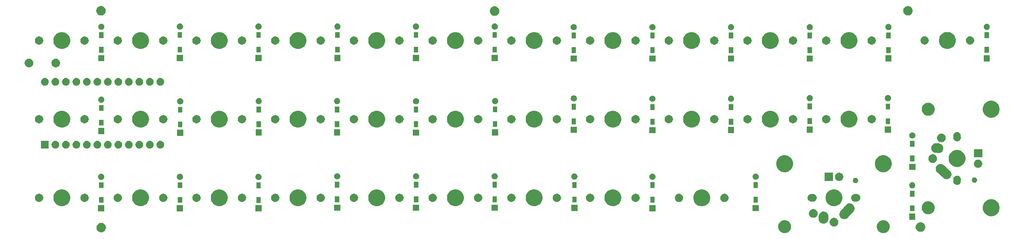
<source format=gts>
G04 #@! TF.GenerationSoftware,KiCad,Pcbnew,(5.1.5-0-10_14)*
G04 #@! TF.CreationDate,2019-12-29T16:50:38+09:00*
G04 #@! TF.ProjectId,First_keyboard30,46697273-745f-46b6-9579-626f61726433,rev?*
G04 #@! TF.SameCoordinates,Original*
G04 #@! TF.FileFunction,Soldermask,Top*
G04 #@! TF.FilePolarity,Negative*
%FSLAX46Y46*%
G04 Gerber Fmt 4.6, Leading zero omitted, Abs format (unit mm)*
G04 Created by KiCad (PCBNEW (5.1.5-0-10_14)) date 2019-12-29 16:50:38*
%MOMM*%
%LPD*%
G04 APERTURE LIST*
%ADD10C,0.100000*%
G04 APERTURE END LIST*
D10*
G36*
X236598601Y-136053024D02*
G01*
X236837411Y-136100526D01*
X236904907Y-136128484D01*
X237124041Y-136219252D01*
X237188663Y-136262431D01*
X237382004Y-136391617D01*
X237601383Y-136610996D01*
X237660185Y-136699000D01*
X237773748Y-136868959D01*
X237839556Y-137027835D01*
X237892474Y-137155589D01*
X237894306Y-137164799D01*
X237953000Y-137459875D01*
X237953000Y-137770125D01*
X237892474Y-138074410D01*
X237773748Y-138361041D01*
X237718504Y-138443719D01*
X237601383Y-138619004D01*
X237382004Y-138838383D01*
X237209639Y-138953553D01*
X237124041Y-139010748D01*
X236956137Y-139080296D01*
X236837411Y-139129474D01*
X236685267Y-139159737D01*
X236533125Y-139190000D01*
X236222875Y-139190000D01*
X236070733Y-139159737D01*
X235918589Y-139129474D01*
X235799863Y-139080296D01*
X235631959Y-139010748D01*
X235546361Y-138953553D01*
X235373996Y-138838383D01*
X235154617Y-138619004D01*
X235037496Y-138443719D01*
X234982252Y-138361041D01*
X234863526Y-138074410D01*
X234803000Y-137770125D01*
X234803000Y-137459875D01*
X234861694Y-137164799D01*
X234863526Y-137155589D01*
X234916444Y-137027835D01*
X234982252Y-136868959D01*
X235095815Y-136699000D01*
X235154617Y-136610996D01*
X235373996Y-136391617D01*
X235567337Y-136262431D01*
X235631959Y-136219252D01*
X235851093Y-136128484D01*
X235918589Y-136100526D01*
X236157399Y-136053024D01*
X236222875Y-136040000D01*
X236533125Y-136040000D01*
X236598601Y-136053024D01*
G37*
G36*
X212722601Y-136053024D02*
G01*
X212961411Y-136100526D01*
X213028907Y-136128484D01*
X213248041Y-136219252D01*
X213312663Y-136262431D01*
X213506004Y-136391617D01*
X213725383Y-136610996D01*
X213784185Y-136699000D01*
X213897748Y-136868959D01*
X213963556Y-137027835D01*
X214016474Y-137155589D01*
X214018306Y-137164799D01*
X214077000Y-137459875D01*
X214077000Y-137770125D01*
X214016474Y-138074410D01*
X213897748Y-138361041D01*
X213842504Y-138443719D01*
X213725383Y-138619004D01*
X213506004Y-138838383D01*
X213333639Y-138953553D01*
X213248041Y-139010748D01*
X213080137Y-139080296D01*
X212961411Y-139129474D01*
X212809267Y-139159737D01*
X212657125Y-139190000D01*
X212346875Y-139190000D01*
X212194733Y-139159737D01*
X212042589Y-139129474D01*
X211923863Y-139080296D01*
X211755959Y-139010748D01*
X211670361Y-138953553D01*
X211497996Y-138838383D01*
X211278617Y-138619004D01*
X211161496Y-138443719D01*
X211106252Y-138361041D01*
X210987526Y-138074410D01*
X210927000Y-137770125D01*
X210927000Y-137459875D01*
X210985694Y-137164799D01*
X210987526Y-137155589D01*
X211040444Y-137027835D01*
X211106252Y-136868959D01*
X211219815Y-136699000D01*
X211278617Y-136610996D01*
X211497996Y-136391617D01*
X211691337Y-136262431D01*
X211755959Y-136219252D01*
X211975093Y-136128484D01*
X212042589Y-136100526D01*
X212281399Y-136053024D01*
X212346875Y-136040000D01*
X212657125Y-136040000D01*
X212722601Y-136053024D01*
G37*
G36*
X47334549Y-136721116D02*
G01*
X47445734Y-136743232D01*
X47655203Y-136829997D01*
X47843720Y-136955960D01*
X48004040Y-137116280D01*
X48130003Y-137304797D01*
X48216768Y-137514266D01*
X48261000Y-137736636D01*
X48261000Y-137963364D01*
X48216768Y-138185734D01*
X48130003Y-138395203D01*
X48004040Y-138583720D01*
X47843720Y-138744040D01*
X47655203Y-138870003D01*
X47445734Y-138956768D01*
X47334549Y-138978884D01*
X47223365Y-139001000D01*
X46996635Y-139001000D01*
X46885451Y-138978884D01*
X46774266Y-138956768D01*
X46564797Y-138870003D01*
X46376280Y-138744040D01*
X46215960Y-138583720D01*
X46089997Y-138395203D01*
X46003232Y-138185734D01*
X45959000Y-137963364D01*
X45959000Y-137736636D01*
X46003232Y-137514266D01*
X46089997Y-137304797D01*
X46215960Y-137116280D01*
X46376280Y-136955960D01*
X46564797Y-136829997D01*
X46774266Y-136743232D01*
X46885451Y-136721116D01*
X46996635Y-136699000D01*
X47223365Y-136699000D01*
X47334549Y-136721116D01*
G37*
G36*
X245604549Y-136581116D02*
G01*
X245715734Y-136603232D01*
X245925203Y-136689997D01*
X246113720Y-136815960D01*
X246274040Y-136976280D01*
X246400003Y-137164797D01*
X246486768Y-137374266D01*
X246531000Y-137596636D01*
X246531000Y-137823364D01*
X246486768Y-138045734D01*
X246400003Y-138255203D01*
X246274040Y-138443720D01*
X246113720Y-138604040D01*
X245925203Y-138730003D01*
X245715734Y-138816768D01*
X245607068Y-138838383D01*
X245493365Y-138861000D01*
X245266635Y-138861000D01*
X245152932Y-138838383D01*
X245044266Y-138816768D01*
X244834797Y-138730003D01*
X244646280Y-138604040D01*
X244485960Y-138443720D01*
X244359997Y-138255203D01*
X244273232Y-138045734D01*
X244229000Y-137823364D01*
X244229000Y-137596636D01*
X244273232Y-137374266D01*
X244359997Y-137164797D01*
X244485960Y-136976280D01*
X244646280Y-136815960D01*
X244834797Y-136689997D01*
X245044266Y-136603232D01*
X245155451Y-136581116D01*
X245266635Y-136559000D01*
X245493365Y-136559000D01*
X245604549Y-136581116D01*
G37*
G36*
X224746564Y-135519389D02*
G01*
X224927111Y-135594174D01*
X224937835Y-135598616D01*
X225109973Y-135713635D01*
X225256365Y-135860027D01*
X225362495Y-136018861D01*
X225371385Y-136032167D01*
X225450611Y-136223436D01*
X225491000Y-136426484D01*
X225491000Y-136633516D01*
X225450611Y-136836564D01*
X225392739Y-136976280D01*
X225371384Y-137027835D01*
X225256365Y-137199973D01*
X225109973Y-137346365D01*
X224937835Y-137461384D01*
X224937834Y-137461385D01*
X224937833Y-137461385D01*
X224746564Y-137540611D01*
X224543516Y-137581000D01*
X224336484Y-137581000D01*
X224133436Y-137540611D01*
X223942167Y-137461385D01*
X223942166Y-137461385D01*
X223942165Y-137461384D01*
X223770027Y-137346365D01*
X223623635Y-137199973D01*
X223508616Y-137027835D01*
X223487261Y-136976280D01*
X223429389Y-136836564D01*
X223389000Y-136633516D01*
X223389000Y-136426484D01*
X223429389Y-136223436D01*
X223508615Y-136032167D01*
X223517506Y-136018861D01*
X223623635Y-135860027D01*
X223770027Y-135713635D01*
X223942165Y-135598616D01*
X223952889Y-135594174D01*
X224133436Y-135519389D01*
X224336484Y-135479000D01*
X224543516Y-135479000D01*
X224746564Y-135519389D01*
G37*
G36*
X222248829Y-133989380D02*
G01*
X222248831Y-133989381D01*
X222248833Y-133989381D01*
X222320641Y-134016623D01*
X222465419Y-134071547D01*
X222661818Y-134194389D01*
X222830477Y-134353186D01*
X222964915Y-134541836D01*
X223059967Y-134753089D01*
X223059968Y-134753093D01*
X223111980Y-134978825D01*
X223114235Y-135053727D01*
X223117206Y-135152348D01*
X223076288Y-135752554D01*
X223076000Y-135761032D01*
X223076000Y-135825826D01*
X223060167Y-135905423D01*
X223059515Y-135908982D01*
X223041078Y-136018861D01*
X223041077Y-136018865D01*
X223037466Y-136028383D01*
X223031743Y-136048323D01*
X223030807Y-136053027D01*
X222999511Y-136128583D01*
X222998183Y-136131931D01*
X222958911Y-136235451D01*
X222953571Y-136243988D01*
X222944074Y-136262419D01*
X222942158Y-136267045D01*
X222942156Y-136267048D01*
X222896131Y-136335929D01*
X222894118Y-136339041D01*
X222836069Y-136431850D01*
X222829316Y-136439023D01*
X222816407Y-136455245D01*
X222813461Y-136459654D01*
X222753704Y-136519411D01*
X222751115Y-136522080D01*
X222677272Y-136600509D01*
X222669519Y-136606034D01*
X222653674Y-136619441D01*
X222649654Y-136623461D01*
X222603175Y-136654516D01*
X222577637Y-136671580D01*
X222574604Y-136673674D01*
X222488623Y-136734947D01*
X222480292Y-136738696D01*
X222462145Y-136748750D01*
X222457047Y-136752157D01*
X222457046Y-136752158D01*
X222457045Y-136752158D01*
X222374698Y-136786267D01*
X222371366Y-136787706D01*
X222277370Y-136829999D01*
X222268916Y-136831947D01*
X222249162Y-136838266D01*
X222243027Y-136840807D01*
X222152967Y-136858721D01*
X222149287Y-136859511D01*
X222051633Y-136882011D01*
X222043478Y-136882257D01*
X222022856Y-136884602D01*
X222015826Y-136886000D01*
X221921060Y-136886000D01*
X221917303Y-136886057D01*
X221820087Y-136888985D01*
X221812559Y-136887722D01*
X221791888Y-136886000D01*
X221784174Y-136886000D01*
X221688267Y-136866923D01*
X221684669Y-136866263D01*
X221591629Y-136850652D01*
X221585007Y-136848140D01*
X221565064Y-136842416D01*
X221556973Y-136840807D01*
X221463889Y-136802250D01*
X221460522Y-136800914D01*
X221375039Y-136768485D01*
X221375034Y-136768483D01*
X221369485Y-136765012D01*
X221351044Y-136755509D01*
X221342955Y-136752158D01*
X221256869Y-136694637D01*
X221253800Y-136692654D01*
X221178640Y-136645643D01*
X221174230Y-136641491D01*
X221158001Y-136628576D01*
X221150346Y-136623461D01*
X221075416Y-136548531D01*
X221072743Y-136545938D01*
X221009981Y-136486846D01*
X221006727Y-136482280D01*
X220993321Y-136466436D01*
X220986539Y-136459654D01*
X220926504Y-136369805D01*
X220924366Y-136366707D01*
X220875543Y-136298197D01*
X220873393Y-136293418D01*
X220863343Y-136275278D01*
X220857842Y-136267045D01*
X220815846Y-136165657D01*
X220814362Y-136162222D01*
X220800757Y-136131984D01*
X220780491Y-136086944D01*
X220779379Y-136082118D01*
X220773058Y-136062357D01*
X220769193Y-136053026D01*
X220747561Y-135944275D01*
X220746775Y-135940614D01*
X220728478Y-135861206D01*
X220728335Y-135856454D01*
X220725991Y-135835835D01*
X220724000Y-135825825D01*
X220724000Y-135714359D01*
X220723944Y-135710653D01*
X220723252Y-135687685D01*
X220723712Y-135680934D01*
X220724000Y-135672468D01*
X220724000Y-135594172D01*
X220730995Y-135559004D01*
X220733107Y-135543131D01*
X220770653Y-134992379D01*
X220799380Y-134821171D01*
X220881546Y-134604581D01*
X221004389Y-134408182D01*
X221163186Y-134239523D01*
X221351835Y-134105085D01*
X221563088Y-134010033D01*
X221788825Y-133958020D01*
X221911787Y-133954317D01*
X222020371Y-133951047D01*
X222248829Y-133989380D01*
G37*
G36*
X244139500Y-135969500D02*
G01*
X242640500Y-135969500D01*
X242640500Y-134470500D01*
X244139500Y-134470500D01*
X244139500Y-135969500D01*
G37*
G36*
X228417522Y-132000245D02*
G01*
X228642511Y-132055404D01*
X228747279Y-132104314D01*
X228852420Y-132153398D01*
X228940958Y-132218377D01*
X229039171Y-132290455D01*
X229195597Y-132461315D01*
X229315686Y-132659409D01*
X229394821Y-132877125D01*
X229394821Y-132877126D01*
X229429960Y-133106092D01*
X229429960Y-133106096D01*
X229419755Y-133337522D01*
X229364596Y-133562512D01*
X229326332Y-133644475D01*
X229266604Y-133772418D01*
X229246728Y-133799500D01*
X229163891Y-133912372D01*
X229163885Y-133912379D01*
X229163884Y-133912380D01*
X228910852Y-134194389D01*
X227955064Y-135259632D01*
X227877164Y-135346452D01*
X227866273Y-135360479D01*
X227853459Y-135379656D01*
X227796599Y-135436516D01*
X227791952Y-135441423D01*
X227776739Y-135458378D01*
X227755056Y-135478230D01*
X227751117Y-135481998D01*
X227689655Y-135543460D01*
X227675931Y-135552630D01*
X227660976Y-135564362D01*
X227648695Y-135575605D01*
X227573918Y-135620937D01*
X227569350Y-135623845D01*
X227497045Y-135672158D01*
X227481776Y-135678483D01*
X227464851Y-135687055D01*
X227450601Y-135695694D01*
X227368434Y-135725559D01*
X227363392Y-135727519D01*
X227283027Y-135760807D01*
X227266822Y-135764030D01*
X227248527Y-135769142D01*
X227232885Y-135774828D01*
X227146547Y-135788078D01*
X227141130Y-135789032D01*
X227055827Y-135806000D01*
X227039305Y-135806000D01*
X227020343Y-135807447D01*
X227003918Y-135809968D01*
X227003914Y-135809968D01*
X226916654Y-135806120D01*
X226911186Y-135806000D01*
X226824173Y-135806000D01*
X226807955Y-135802774D01*
X226789095Y-135800495D01*
X226772489Y-135799763D01*
X226687679Y-135778971D01*
X226682386Y-135777797D01*
X226613171Y-135764029D01*
X226596972Y-135760807D01*
X226581679Y-135754472D01*
X226563620Y-135748556D01*
X226547499Y-135744604D01*
X226468440Y-135707696D01*
X226463469Y-135705508D01*
X226382955Y-135672158D01*
X226369171Y-135662948D01*
X226352615Y-135653625D01*
X226337594Y-135646612D01*
X226267331Y-135595046D01*
X226262832Y-135591894D01*
X226190346Y-135543461D01*
X226178616Y-135531731D01*
X226164185Y-135519347D01*
X226150843Y-135509555D01*
X226150840Y-135509553D01*
X226092021Y-135445307D01*
X226088236Y-135441351D01*
X226026541Y-135379656D01*
X226017314Y-135365847D01*
X226005586Y-135350897D01*
X225994413Y-135338693D01*
X225949273Y-135264232D01*
X225946359Y-135259656D01*
X225897842Y-135187045D01*
X225891478Y-135171682D01*
X225882900Y-135154745D01*
X225874324Y-135140599D01*
X225844591Y-135058797D01*
X225842637Y-135053767D01*
X225809193Y-134973027D01*
X225805947Y-134956709D01*
X225800833Y-134938408D01*
X225795190Y-134922883D01*
X225782003Y-134836957D01*
X225781048Y-134831533D01*
X225764000Y-134745827D01*
X225764000Y-134729186D01*
X225762553Y-134710224D01*
X225760050Y-134693916D01*
X225761200Y-134667842D01*
X225763880Y-134607060D01*
X225764000Y-134601592D01*
X225764000Y-134514173D01*
X225767249Y-134497839D01*
X225769528Y-134478980D01*
X225770255Y-134462487D01*
X225790956Y-134378050D01*
X225792131Y-134372752D01*
X225809193Y-134286973D01*
X225815576Y-134271564D01*
X225821487Y-134253516D01*
X225825414Y-134237497D01*
X225862173Y-134158757D01*
X225864354Y-134153801D01*
X225897842Y-134072955D01*
X225907106Y-134059091D01*
X225916434Y-134042527D01*
X225923405Y-134027594D01*
X225923406Y-134027592D01*
X225974801Y-133957563D01*
X225977940Y-133953080D01*
X226026539Y-133880346D01*
X226083728Y-133823157D01*
X226088378Y-133818247D01*
X227413261Y-132341640D01*
X227413267Y-132341635D01*
X227413271Y-132341630D01*
X227541314Y-132224403D01*
X227739408Y-132104314D01*
X227957124Y-132025179D01*
X228033448Y-132013466D01*
X228186091Y-131990040D01*
X228186095Y-131990040D01*
X228417522Y-132000245D01*
G37*
G36*
X219746564Y-133419389D02*
G01*
X219937833Y-133498615D01*
X219937835Y-133498616D01*
X220109973Y-133613635D01*
X220256365Y-133760027D01*
X220362922Y-133919500D01*
X220371385Y-133932167D01*
X220450611Y-134123436D01*
X220491000Y-134326484D01*
X220491000Y-134533516D01*
X220450611Y-134736564D01*
X220409027Y-134836957D01*
X220371384Y-134927835D01*
X220256365Y-135099973D01*
X220109973Y-135246365D01*
X219937835Y-135361384D01*
X219937834Y-135361385D01*
X219937833Y-135361385D01*
X219746564Y-135440611D01*
X219543516Y-135481000D01*
X219336484Y-135481000D01*
X219133436Y-135440611D01*
X218942167Y-135361385D01*
X218942166Y-135361385D01*
X218942165Y-135361384D01*
X218770027Y-135246365D01*
X218623635Y-135099973D01*
X218508616Y-134927835D01*
X218470973Y-134836957D01*
X218429389Y-134736564D01*
X218389000Y-134533516D01*
X218389000Y-134326484D01*
X218429389Y-134123436D01*
X218508615Y-133932167D01*
X218517079Y-133919500D01*
X218623635Y-133760027D01*
X218770027Y-133613635D01*
X218942165Y-133498616D01*
X218942167Y-133498615D01*
X219133436Y-133419389D01*
X219336484Y-133379000D01*
X219543516Y-133379000D01*
X219746564Y-133419389D01*
G37*
G36*
X263091474Y-131081684D02*
G01*
X263309474Y-131171983D01*
X263463623Y-131235833D01*
X263798548Y-131459623D01*
X264083377Y-131744452D01*
X264307167Y-132079377D01*
X264337827Y-132153398D01*
X264461316Y-132451526D01*
X264539900Y-132846594D01*
X264539900Y-133249406D01*
X264461316Y-133644474D01*
X264413452Y-133760027D01*
X264307167Y-134016623D01*
X264083377Y-134351548D01*
X263798548Y-134636377D01*
X263463623Y-134860167D01*
X263312217Y-134922881D01*
X263091474Y-135014316D01*
X262696406Y-135092900D01*
X262293594Y-135092900D01*
X261898526Y-135014316D01*
X261677783Y-134922881D01*
X261526377Y-134860167D01*
X261191452Y-134636377D01*
X260906623Y-134351548D01*
X260682833Y-134016623D01*
X260576548Y-133760027D01*
X260528684Y-133644474D01*
X260450100Y-133249406D01*
X260450100Y-132846594D01*
X260528684Y-132451526D01*
X260652173Y-132153398D01*
X260682833Y-132079377D01*
X260906623Y-131744452D01*
X261191452Y-131459623D01*
X261526377Y-131235833D01*
X261680526Y-131171983D01*
X261898526Y-131081684D01*
X262293594Y-131003100D01*
X262696406Y-131003100D01*
X263091474Y-131081684D01*
G37*
G36*
X247527639Y-131496375D02*
G01*
X247714411Y-131533526D01*
X247833137Y-131582704D01*
X248001041Y-131652252D01*
X248001042Y-131652253D01*
X248259004Y-131824617D01*
X248478383Y-132043996D01*
X248502024Y-132079378D01*
X248650748Y-132301959D01*
X248695707Y-132410500D01*
X248769474Y-132588589D01*
X248830000Y-132892876D01*
X248830000Y-133203124D01*
X248771109Y-133499193D01*
X248769474Y-133507410D01*
X248650748Y-133794041D01*
X248650747Y-133794042D01*
X248478383Y-134052004D01*
X248259004Y-134271383D01*
X248107294Y-134372752D01*
X248001041Y-134443748D01*
X247870453Y-134497839D01*
X247714411Y-134562474D01*
X247630358Y-134579193D01*
X247410125Y-134623000D01*
X247099875Y-134623000D01*
X246879642Y-134579193D01*
X246795589Y-134562474D01*
X246639547Y-134497839D01*
X246508959Y-134443748D01*
X246402706Y-134372752D01*
X246250996Y-134271383D01*
X246031617Y-134052004D01*
X245859253Y-133794042D01*
X245859252Y-133794041D01*
X245740526Y-133507410D01*
X245738892Y-133499193D01*
X245680000Y-133203124D01*
X245680000Y-132892876D01*
X245740526Y-132588589D01*
X245814293Y-132410500D01*
X245859252Y-132301959D01*
X246007976Y-132079378D01*
X246031617Y-132043996D01*
X246250996Y-131824617D01*
X246508958Y-131652253D01*
X246508959Y-131652252D01*
X246676863Y-131582704D01*
X246795589Y-131533526D01*
X246982361Y-131496375D01*
X247099875Y-131473000D01*
X247410125Y-131473000D01*
X247527639Y-131496375D01*
G37*
G36*
X85919500Y-133939500D02*
G01*
X84420500Y-133939500D01*
X84420500Y-132440500D01*
X85919500Y-132440500D01*
X85919500Y-133939500D01*
G37*
G36*
X66909500Y-133919500D02*
G01*
X65410500Y-133919500D01*
X65410500Y-132420500D01*
X66909500Y-132420500D01*
X66909500Y-133919500D01*
G37*
G36*
X47859500Y-133909500D02*
G01*
X46360500Y-133909500D01*
X46360500Y-132410500D01*
X47859500Y-132410500D01*
X47859500Y-133909500D01*
G37*
G36*
X181259500Y-133889500D02*
G01*
X179760500Y-133889500D01*
X179760500Y-132390500D01*
X181259500Y-132390500D01*
X181259500Y-133889500D01*
G37*
G36*
X243916000Y-133886000D02*
G01*
X242864000Y-133886000D01*
X242864000Y-132484000D01*
X243916000Y-132484000D01*
X243916000Y-133886000D01*
G37*
G36*
X206249500Y-133879500D02*
G01*
X204750500Y-133879500D01*
X204750500Y-132380500D01*
X206249500Y-132380500D01*
X206249500Y-133879500D01*
G37*
G36*
X162369500Y-133849500D02*
G01*
X160870500Y-133849500D01*
X160870500Y-132350500D01*
X162369500Y-132350500D01*
X162369500Y-133849500D01*
G37*
G36*
X143079500Y-133799500D02*
G01*
X141580500Y-133799500D01*
X141580500Y-132300500D01*
X143079500Y-132300500D01*
X143079500Y-133799500D01*
G37*
G36*
X104959500Y-133799500D02*
G01*
X103460500Y-133799500D01*
X103460500Y-132300500D01*
X104959500Y-132300500D01*
X104959500Y-133799500D01*
G37*
G36*
X124059500Y-133789500D02*
G01*
X122560500Y-133789500D01*
X122560500Y-132290500D01*
X124059500Y-132290500D01*
X124059500Y-133789500D01*
G37*
G36*
X193048254Y-128667818D02*
G01*
X193421511Y-128822426D01*
X193421513Y-128822427D01*
X193757436Y-129046884D01*
X194043116Y-129332564D01*
X194260893Y-129658489D01*
X194267574Y-129668489D01*
X194422182Y-130041746D01*
X194501000Y-130437993D01*
X194501000Y-130842007D01*
X194422182Y-131238254D01*
X194299876Y-131533526D01*
X194267573Y-131611513D01*
X194043116Y-131947436D01*
X193757436Y-132233116D01*
X193421513Y-132457573D01*
X193421512Y-132457574D01*
X193421511Y-132457574D01*
X193048254Y-132612182D01*
X192652007Y-132691000D01*
X192247993Y-132691000D01*
X191851746Y-132612182D01*
X191478489Y-132457574D01*
X191478488Y-132457574D01*
X191478487Y-132457573D01*
X191142564Y-132233116D01*
X190856884Y-131947436D01*
X190632427Y-131611513D01*
X190600124Y-131533526D01*
X190477818Y-131238254D01*
X190399000Y-130842007D01*
X190399000Y-130437993D01*
X190477818Y-130041746D01*
X190632426Y-129668489D01*
X190639108Y-129658489D01*
X190856884Y-129332564D01*
X191142564Y-129046884D01*
X191478487Y-128822427D01*
X191478489Y-128822426D01*
X191851746Y-128667818D01*
X192247993Y-128589000D01*
X192652007Y-128589000D01*
X193048254Y-128667818D01*
G37*
G36*
X38178254Y-128657818D02*
G01*
X38551511Y-128812426D01*
X38551513Y-128812427D01*
X38887436Y-129036884D01*
X39173116Y-129322564D01*
X39397574Y-129658489D01*
X39552182Y-130031746D01*
X39631000Y-130427993D01*
X39631000Y-130832007D01*
X39552182Y-131228254D01*
X39398770Y-131598623D01*
X39397573Y-131601513D01*
X39173116Y-131937436D01*
X38887436Y-132223116D01*
X38551513Y-132447573D01*
X38551512Y-132447574D01*
X38551511Y-132447574D01*
X38178254Y-132602182D01*
X37782007Y-132681000D01*
X37377993Y-132681000D01*
X36981746Y-132602182D01*
X36608489Y-132447574D01*
X36608488Y-132447574D01*
X36608487Y-132447573D01*
X36272564Y-132223116D01*
X35986884Y-131937436D01*
X35762427Y-131601513D01*
X35761230Y-131598623D01*
X35607818Y-131228254D01*
X35529000Y-130832007D01*
X35529000Y-130427993D01*
X35607818Y-130031746D01*
X35762426Y-129658489D01*
X35986884Y-129322564D01*
X36272564Y-129036884D01*
X36608487Y-128812427D01*
X36608489Y-128812426D01*
X36981746Y-128657818D01*
X37377993Y-128579000D01*
X37782007Y-128579000D01*
X38178254Y-128657818D01*
G37*
G36*
X171528254Y-128657818D02*
G01*
X171901511Y-128812426D01*
X171901513Y-128812427D01*
X172237436Y-129036884D01*
X172523116Y-129322564D01*
X172747574Y-129658489D01*
X172902182Y-130031746D01*
X172981000Y-130427993D01*
X172981000Y-130832007D01*
X172902182Y-131228254D01*
X172748770Y-131598623D01*
X172747573Y-131601513D01*
X172523116Y-131937436D01*
X172237436Y-132223116D01*
X171901513Y-132447573D01*
X171901512Y-132447574D01*
X171901511Y-132447574D01*
X171528254Y-132602182D01*
X171132007Y-132681000D01*
X170727993Y-132681000D01*
X170331746Y-132602182D01*
X169958489Y-132447574D01*
X169958488Y-132447574D01*
X169958487Y-132447573D01*
X169622564Y-132223116D01*
X169336884Y-131937436D01*
X169112427Y-131601513D01*
X169111230Y-131598623D01*
X168957818Y-131228254D01*
X168879000Y-130832007D01*
X168879000Y-130427993D01*
X168957818Y-130031746D01*
X169112426Y-129658489D01*
X169336884Y-129322564D01*
X169622564Y-129036884D01*
X169958487Y-128812427D01*
X169958489Y-128812426D01*
X170331746Y-128657818D01*
X170727993Y-128579000D01*
X171132007Y-128579000D01*
X171528254Y-128657818D01*
G37*
G36*
X152478254Y-128657818D02*
G01*
X152851511Y-128812426D01*
X152851513Y-128812427D01*
X153187436Y-129036884D01*
X153473116Y-129322564D01*
X153697574Y-129658489D01*
X153852182Y-130031746D01*
X153931000Y-130427993D01*
X153931000Y-130832007D01*
X153852182Y-131228254D01*
X153698770Y-131598623D01*
X153697573Y-131601513D01*
X153473116Y-131937436D01*
X153187436Y-132223116D01*
X152851513Y-132447573D01*
X152851512Y-132447574D01*
X152851511Y-132447574D01*
X152478254Y-132602182D01*
X152082007Y-132681000D01*
X151677993Y-132681000D01*
X151281746Y-132602182D01*
X150908489Y-132447574D01*
X150908488Y-132447574D01*
X150908487Y-132447573D01*
X150572564Y-132223116D01*
X150286884Y-131937436D01*
X150062427Y-131601513D01*
X150061230Y-131598623D01*
X149907818Y-131228254D01*
X149829000Y-130832007D01*
X149829000Y-130427993D01*
X149907818Y-130031746D01*
X150062426Y-129658489D01*
X150286884Y-129322564D01*
X150572564Y-129036884D01*
X150908487Y-128812427D01*
X150908489Y-128812426D01*
X151281746Y-128657818D01*
X151677993Y-128579000D01*
X152082007Y-128579000D01*
X152478254Y-128657818D01*
G37*
G36*
X133428254Y-128657818D02*
G01*
X133801511Y-128812426D01*
X133801513Y-128812427D01*
X134137436Y-129036884D01*
X134423116Y-129322564D01*
X134647574Y-129658489D01*
X134802182Y-130031746D01*
X134881000Y-130427993D01*
X134881000Y-130832007D01*
X134802182Y-131228254D01*
X134648770Y-131598623D01*
X134647573Y-131601513D01*
X134423116Y-131937436D01*
X134137436Y-132223116D01*
X133801513Y-132447573D01*
X133801512Y-132447574D01*
X133801511Y-132447574D01*
X133428254Y-132602182D01*
X133032007Y-132681000D01*
X132627993Y-132681000D01*
X132231746Y-132602182D01*
X131858489Y-132447574D01*
X131858488Y-132447574D01*
X131858487Y-132447573D01*
X131522564Y-132223116D01*
X131236884Y-131937436D01*
X131012427Y-131601513D01*
X131011230Y-131598623D01*
X130857818Y-131228254D01*
X130779000Y-130832007D01*
X130779000Y-130427993D01*
X130857818Y-130031746D01*
X131012426Y-129658489D01*
X131236884Y-129322564D01*
X131522564Y-129036884D01*
X131858487Y-128812427D01*
X131858489Y-128812426D01*
X132231746Y-128657818D01*
X132627993Y-128579000D01*
X133032007Y-128579000D01*
X133428254Y-128657818D01*
G37*
G36*
X57228254Y-128657818D02*
G01*
X57601511Y-128812426D01*
X57601513Y-128812427D01*
X57937436Y-129036884D01*
X58223116Y-129322564D01*
X58447574Y-129658489D01*
X58602182Y-130031746D01*
X58681000Y-130427993D01*
X58681000Y-130832007D01*
X58602182Y-131228254D01*
X58448770Y-131598623D01*
X58447573Y-131601513D01*
X58223116Y-131937436D01*
X57937436Y-132223116D01*
X57601513Y-132447573D01*
X57601512Y-132447574D01*
X57601511Y-132447574D01*
X57228254Y-132602182D01*
X56832007Y-132681000D01*
X56427993Y-132681000D01*
X56031746Y-132602182D01*
X55658489Y-132447574D01*
X55658488Y-132447574D01*
X55658487Y-132447573D01*
X55322564Y-132223116D01*
X55036884Y-131937436D01*
X54812427Y-131601513D01*
X54811230Y-131598623D01*
X54657818Y-131228254D01*
X54579000Y-130832007D01*
X54579000Y-130427993D01*
X54657818Y-130031746D01*
X54812426Y-129658489D01*
X55036884Y-129322564D01*
X55322564Y-129036884D01*
X55658487Y-128812427D01*
X55658489Y-128812426D01*
X56031746Y-128657818D01*
X56427993Y-128579000D01*
X56832007Y-128579000D01*
X57228254Y-128657818D01*
G37*
G36*
X76278254Y-128657818D02*
G01*
X76651511Y-128812426D01*
X76651513Y-128812427D01*
X76987436Y-129036884D01*
X77273116Y-129322564D01*
X77497574Y-129658489D01*
X77652182Y-130031746D01*
X77731000Y-130427993D01*
X77731000Y-130832007D01*
X77652182Y-131228254D01*
X77498770Y-131598623D01*
X77497573Y-131601513D01*
X77273116Y-131937436D01*
X76987436Y-132223116D01*
X76651513Y-132447573D01*
X76651512Y-132447574D01*
X76651511Y-132447574D01*
X76278254Y-132602182D01*
X75882007Y-132681000D01*
X75477993Y-132681000D01*
X75081746Y-132602182D01*
X74708489Y-132447574D01*
X74708488Y-132447574D01*
X74708487Y-132447573D01*
X74372564Y-132223116D01*
X74086884Y-131937436D01*
X73862427Y-131601513D01*
X73861230Y-131598623D01*
X73707818Y-131228254D01*
X73629000Y-130832007D01*
X73629000Y-130427993D01*
X73707818Y-130031746D01*
X73862426Y-129658489D01*
X74086884Y-129322564D01*
X74372564Y-129036884D01*
X74708487Y-128812427D01*
X74708489Y-128812426D01*
X75081746Y-128657818D01*
X75477993Y-128579000D01*
X75882007Y-128579000D01*
X76278254Y-128657818D01*
G37*
G36*
X95328254Y-128657818D02*
G01*
X95701511Y-128812426D01*
X95701513Y-128812427D01*
X96037436Y-129036884D01*
X96323116Y-129322564D01*
X96547574Y-129658489D01*
X96702182Y-130031746D01*
X96781000Y-130427993D01*
X96781000Y-130832007D01*
X96702182Y-131228254D01*
X96548770Y-131598623D01*
X96547573Y-131601513D01*
X96323116Y-131937436D01*
X96037436Y-132223116D01*
X95701513Y-132447573D01*
X95701512Y-132447574D01*
X95701511Y-132447574D01*
X95328254Y-132602182D01*
X94932007Y-132681000D01*
X94527993Y-132681000D01*
X94131746Y-132602182D01*
X93758489Y-132447574D01*
X93758488Y-132447574D01*
X93758487Y-132447573D01*
X93422564Y-132223116D01*
X93136884Y-131937436D01*
X92912427Y-131601513D01*
X92911230Y-131598623D01*
X92757818Y-131228254D01*
X92679000Y-130832007D01*
X92679000Y-130427993D01*
X92757818Y-130031746D01*
X92912426Y-129658489D01*
X93136884Y-129322564D01*
X93422564Y-129036884D01*
X93758487Y-128812427D01*
X93758489Y-128812426D01*
X94131746Y-128657818D01*
X94527993Y-128579000D01*
X94932007Y-128579000D01*
X95328254Y-128657818D01*
G37*
G36*
X114378254Y-128657818D02*
G01*
X114751511Y-128812426D01*
X114751513Y-128812427D01*
X115087436Y-129036884D01*
X115373116Y-129322564D01*
X115597574Y-129658489D01*
X115752182Y-130031746D01*
X115831000Y-130427993D01*
X115831000Y-130832007D01*
X115752182Y-131228254D01*
X115598770Y-131598623D01*
X115597573Y-131601513D01*
X115373116Y-131937436D01*
X115087436Y-132223116D01*
X114751513Y-132447573D01*
X114751512Y-132447574D01*
X114751511Y-132447574D01*
X114378254Y-132602182D01*
X113982007Y-132681000D01*
X113577993Y-132681000D01*
X113181746Y-132602182D01*
X112808489Y-132447574D01*
X112808488Y-132447574D01*
X112808487Y-132447573D01*
X112472564Y-132223116D01*
X112186884Y-131937436D01*
X111962427Y-131601513D01*
X111961230Y-131598623D01*
X111807818Y-131228254D01*
X111729000Y-130832007D01*
X111729000Y-130427993D01*
X111807818Y-130031746D01*
X111962426Y-129658489D01*
X112186884Y-129322564D01*
X112472564Y-129036884D01*
X112808487Y-128812427D01*
X112808489Y-128812426D01*
X113181746Y-128657818D01*
X113577993Y-128579000D01*
X113982007Y-128579000D01*
X114378254Y-128657818D01*
G37*
G36*
X225036474Y-128663684D02*
G01*
X225254474Y-128753983D01*
X225408623Y-128817833D01*
X225743548Y-129041623D01*
X226028377Y-129326452D01*
X226252167Y-129661377D01*
X226294519Y-129763624D01*
X226406316Y-130033526D01*
X226484900Y-130428594D01*
X226484900Y-130831406D01*
X226406316Y-131226474D01*
X226355451Y-131349272D01*
X226252167Y-131598623D01*
X226028377Y-131933548D01*
X225743548Y-132218377D01*
X225408623Y-132442167D01*
X225254474Y-132506017D01*
X225036474Y-132596316D01*
X224641406Y-132674900D01*
X224238594Y-132674900D01*
X223843526Y-132596316D01*
X223625526Y-132506017D01*
X223471377Y-132442167D01*
X223136452Y-132218377D01*
X222851623Y-131933548D01*
X222627833Y-131598623D01*
X222524549Y-131349272D01*
X222473684Y-131226474D01*
X222395100Y-130831406D01*
X222395100Y-130428594D01*
X222473684Y-130033526D01*
X222585481Y-129763624D01*
X222627833Y-129661377D01*
X222851623Y-129326452D01*
X223136452Y-129041623D01*
X223471377Y-128817833D01*
X223625526Y-128753983D01*
X223843526Y-128663684D01*
X224238594Y-128585100D01*
X224641406Y-128585100D01*
X225036474Y-128663684D01*
G37*
G36*
X85696000Y-131856000D02*
G01*
X84644000Y-131856000D01*
X84644000Y-130454000D01*
X85696000Y-130454000D01*
X85696000Y-131856000D01*
G37*
G36*
X66686000Y-131836000D02*
G01*
X65634000Y-131836000D01*
X65634000Y-130434000D01*
X66686000Y-130434000D01*
X66686000Y-131836000D01*
G37*
G36*
X47636000Y-131826000D02*
G01*
X46584000Y-131826000D01*
X46584000Y-130424000D01*
X47636000Y-130424000D01*
X47636000Y-131826000D01*
G37*
G36*
X181036000Y-131806000D02*
G01*
X179984000Y-131806000D01*
X179984000Y-130404000D01*
X181036000Y-130404000D01*
X181036000Y-131806000D01*
G37*
G36*
X206026000Y-131796000D02*
G01*
X204974000Y-131796000D01*
X204974000Y-130394000D01*
X206026000Y-130394000D01*
X206026000Y-131796000D01*
G37*
G36*
X162146000Y-131766000D02*
G01*
X161094000Y-131766000D01*
X161094000Y-130364000D01*
X162146000Y-130364000D01*
X162146000Y-131766000D01*
G37*
G36*
X104736000Y-131716000D02*
G01*
X103684000Y-131716000D01*
X103684000Y-130314000D01*
X104736000Y-130314000D01*
X104736000Y-131716000D01*
G37*
G36*
X142856000Y-131716000D02*
G01*
X141804000Y-131716000D01*
X141804000Y-130314000D01*
X142856000Y-130314000D01*
X142856000Y-131716000D01*
G37*
G36*
X123836000Y-131706000D02*
G01*
X122784000Y-131706000D01*
X122784000Y-130304000D01*
X123836000Y-130304000D01*
X123836000Y-131706000D01*
G37*
G36*
X187241981Y-129677468D02*
G01*
X187424151Y-129752926D01*
X187588100Y-129862473D01*
X187727527Y-130001900D01*
X187837074Y-130165849D01*
X187912532Y-130348019D01*
X187951000Y-130541410D01*
X187951000Y-130738590D01*
X187912532Y-130931981D01*
X187837074Y-131114151D01*
X187727527Y-131278100D01*
X187588100Y-131417527D01*
X187424151Y-131527074D01*
X187241981Y-131602532D01*
X187048591Y-131641000D01*
X186851409Y-131641000D01*
X186658019Y-131602532D01*
X186475849Y-131527074D01*
X186311900Y-131417527D01*
X186172473Y-131278100D01*
X186062926Y-131114151D01*
X185987468Y-130931981D01*
X185949000Y-130738590D01*
X185949000Y-130541410D01*
X185987468Y-130348019D01*
X186062926Y-130165849D01*
X186172473Y-130001900D01*
X186311900Y-129862473D01*
X186475849Y-129752926D01*
X186658019Y-129677468D01*
X186851409Y-129639000D01*
X187048591Y-129639000D01*
X187241981Y-129677468D01*
G37*
G36*
X198241981Y-129677468D02*
G01*
X198424151Y-129752926D01*
X198588100Y-129862473D01*
X198727527Y-130001900D01*
X198837074Y-130165849D01*
X198912532Y-130348019D01*
X198951000Y-130541410D01*
X198951000Y-130738590D01*
X198912532Y-130931981D01*
X198837074Y-131114151D01*
X198727527Y-131278100D01*
X198588100Y-131417527D01*
X198424151Y-131527074D01*
X198241981Y-131602532D01*
X198048591Y-131641000D01*
X197851409Y-131641000D01*
X197658019Y-131602532D01*
X197475849Y-131527074D01*
X197311900Y-131417527D01*
X197172473Y-131278100D01*
X197062926Y-131114151D01*
X196987468Y-130931981D01*
X196949000Y-130738590D01*
X196949000Y-130541410D01*
X196987468Y-130348019D01*
X197062926Y-130165849D01*
X197172473Y-130001900D01*
X197311900Y-129862473D01*
X197475849Y-129752926D01*
X197658019Y-129677468D01*
X197851409Y-129639000D01*
X198048591Y-129639000D01*
X198241981Y-129677468D01*
G37*
G36*
X32371981Y-129667468D02*
G01*
X32460176Y-129704000D01*
X32546086Y-129739585D01*
X32554151Y-129742926D01*
X32718100Y-129852473D01*
X32857527Y-129991900D01*
X32900121Y-130055647D01*
X32967075Y-130155851D01*
X32986694Y-130203216D01*
X33042532Y-130338019D01*
X33081000Y-130531410D01*
X33081000Y-130728590D01*
X33042532Y-130921981D01*
X33008931Y-131003100D01*
X32981790Y-131068625D01*
X32967074Y-131104151D01*
X32857527Y-131268100D01*
X32718100Y-131407527D01*
X32554151Y-131517074D01*
X32554150Y-131517075D01*
X32554149Y-131517075D01*
X32536284Y-131524475D01*
X32371981Y-131592532D01*
X32276567Y-131611511D01*
X32178591Y-131631000D01*
X31981409Y-131631000D01*
X31883433Y-131611511D01*
X31788019Y-131592532D01*
X31623716Y-131524475D01*
X31605851Y-131517075D01*
X31605850Y-131517075D01*
X31605849Y-131517074D01*
X31441900Y-131407527D01*
X31302473Y-131268100D01*
X31192926Y-131104151D01*
X31178211Y-131068625D01*
X31151069Y-131003100D01*
X31117468Y-130921981D01*
X31079000Y-130728590D01*
X31079000Y-130531410D01*
X31117468Y-130338019D01*
X31173306Y-130203216D01*
X31192925Y-130155851D01*
X31259879Y-130055647D01*
X31302473Y-129991900D01*
X31441900Y-129852473D01*
X31605849Y-129742926D01*
X31613915Y-129739585D01*
X31699824Y-129704000D01*
X31788019Y-129667468D01*
X31981409Y-129629000D01*
X32178591Y-129629000D01*
X32371981Y-129667468D01*
G37*
G36*
X89521981Y-129667468D02*
G01*
X89610176Y-129704000D01*
X89696086Y-129739585D01*
X89704151Y-129742926D01*
X89868100Y-129852473D01*
X90007527Y-129991900D01*
X90050121Y-130055647D01*
X90117075Y-130155851D01*
X90136694Y-130203216D01*
X90192532Y-130338019D01*
X90231000Y-130531410D01*
X90231000Y-130728590D01*
X90192532Y-130921981D01*
X90158931Y-131003100D01*
X90131790Y-131068625D01*
X90117074Y-131104151D01*
X90007527Y-131268100D01*
X89868100Y-131407527D01*
X89704151Y-131517074D01*
X89704150Y-131517075D01*
X89704149Y-131517075D01*
X89686284Y-131524475D01*
X89521981Y-131592532D01*
X89426567Y-131611511D01*
X89328591Y-131631000D01*
X89131409Y-131631000D01*
X89033433Y-131611511D01*
X88938019Y-131592532D01*
X88773716Y-131524475D01*
X88755851Y-131517075D01*
X88755850Y-131517075D01*
X88755849Y-131517074D01*
X88591900Y-131407527D01*
X88452473Y-131268100D01*
X88342926Y-131104151D01*
X88328211Y-131068625D01*
X88301069Y-131003100D01*
X88267468Y-130921981D01*
X88229000Y-130728590D01*
X88229000Y-130531410D01*
X88267468Y-130338019D01*
X88323306Y-130203216D01*
X88342925Y-130155851D01*
X88409879Y-130055647D01*
X88452473Y-129991900D01*
X88591900Y-129852473D01*
X88755849Y-129742926D01*
X88763915Y-129739585D01*
X88849824Y-129704000D01*
X88938019Y-129667468D01*
X89131409Y-129629000D01*
X89328591Y-129629000D01*
X89521981Y-129667468D01*
G37*
G36*
X146671981Y-129667468D02*
G01*
X146760176Y-129704000D01*
X146846086Y-129739585D01*
X146854151Y-129742926D01*
X147018100Y-129852473D01*
X147157527Y-129991900D01*
X147200121Y-130055647D01*
X147267075Y-130155851D01*
X147286694Y-130203216D01*
X147342532Y-130338019D01*
X147381000Y-130531410D01*
X147381000Y-130728590D01*
X147342532Y-130921981D01*
X147308931Y-131003100D01*
X147281790Y-131068625D01*
X147267074Y-131104151D01*
X147157527Y-131268100D01*
X147018100Y-131407527D01*
X146854151Y-131517074D01*
X146854150Y-131517075D01*
X146854149Y-131517075D01*
X146836284Y-131524475D01*
X146671981Y-131592532D01*
X146576567Y-131611511D01*
X146478591Y-131631000D01*
X146281409Y-131631000D01*
X146183433Y-131611511D01*
X146088019Y-131592532D01*
X145923716Y-131524475D01*
X145905851Y-131517075D01*
X145905850Y-131517075D01*
X145905849Y-131517074D01*
X145741900Y-131407527D01*
X145602473Y-131268100D01*
X145492926Y-131104151D01*
X145478211Y-131068625D01*
X145451069Y-131003100D01*
X145417468Y-130921981D01*
X145379000Y-130728590D01*
X145379000Y-130531410D01*
X145417468Y-130338019D01*
X145473306Y-130203216D01*
X145492925Y-130155851D01*
X145559879Y-130055647D01*
X145602473Y-129991900D01*
X145741900Y-129852473D01*
X145905849Y-129742926D01*
X145913915Y-129739585D01*
X145999824Y-129704000D01*
X146088019Y-129667468D01*
X146281409Y-129629000D01*
X146478591Y-129629000D01*
X146671981Y-129667468D01*
G37*
G36*
X127621981Y-129667468D02*
G01*
X127710176Y-129704000D01*
X127796086Y-129739585D01*
X127804151Y-129742926D01*
X127968100Y-129852473D01*
X128107527Y-129991900D01*
X128150121Y-130055647D01*
X128217075Y-130155851D01*
X128236694Y-130203216D01*
X128292532Y-130338019D01*
X128331000Y-130531410D01*
X128331000Y-130728590D01*
X128292532Y-130921981D01*
X128258931Y-131003100D01*
X128231790Y-131068625D01*
X128217074Y-131104151D01*
X128107527Y-131268100D01*
X127968100Y-131407527D01*
X127804151Y-131517074D01*
X127804150Y-131517075D01*
X127804149Y-131517075D01*
X127786284Y-131524475D01*
X127621981Y-131592532D01*
X127526567Y-131611511D01*
X127428591Y-131631000D01*
X127231409Y-131631000D01*
X127133433Y-131611511D01*
X127038019Y-131592532D01*
X126873716Y-131524475D01*
X126855851Y-131517075D01*
X126855850Y-131517075D01*
X126855849Y-131517074D01*
X126691900Y-131407527D01*
X126552473Y-131268100D01*
X126442926Y-131104151D01*
X126428211Y-131068625D01*
X126401069Y-131003100D01*
X126367468Y-130921981D01*
X126329000Y-130728590D01*
X126329000Y-130531410D01*
X126367468Y-130338019D01*
X126423306Y-130203216D01*
X126442925Y-130155851D01*
X126509879Y-130055647D01*
X126552473Y-129991900D01*
X126691900Y-129852473D01*
X126855849Y-129742926D01*
X126863915Y-129739585D01*
X126949824Y-129704000D01*
X127038019Y-129667468D01*
X127231409Y-129629000D01*
X127428591Y-129629000D01*
X127621981Y-129667468D01*
G37*
G36*
X176721981Y-129667468D02*
G01*
X176810176Y-129704000D01*
X176896086Y-129739585D01*
X176904151Y-129742926D01*
X177068100Y-129852473D01*
X177207527Y-129991900D01*
X177250121Y-130055647D01*
X177317075Y-130155851D01*
X177336694Y-130203216D01*
X177392532Y-130338019D01*
X177431000Y-130531410D01*
X177431000Y-130728590D01*
X177392532Y-130921981D01*
X177358931Y-131003100D01*
X177331790Y-131068625D01*
X177317074Y-131104151D01*
X177207527Y-131268100D01*
X177068100Y-131407527D01*
X176904151Y-131517074D01*
X176904150Y-131517075D01*
X176904149Y-131517075D01*
X176886284Y-131524475D01*
X176721981Y-131592532D01*
X176626567Y-131611511D01*
X176528591Y-131631000D01*
X176331409Y-131631000D01*
X176233433Y-131611511D01*
X176138019Y-131592532D01*
X175973716Y-131524475D01*
X175955851Y-131517075D01*
X175955850Y-131517075D01*
X175955849Y-131517074D01*
X175791900Y-131407527D01*
X175652473Y-131268100D01*
X175542926Y-131104151D01*
X175528211Y-131068625D01*
X175501069Y-131003100D01*
X175467468Y-130921981D01*
X175429000Y-130728590D01*
X175429000Y-130531410D01*
X175467468Y-130338019D01*
X175523306Y-130203216D01*
X175542925Y-130155851D01*
X175609879Y-130055647D01*
X175652473Y-129991900D01*
X175791900Y-129852473D01*
X175955849Y-129742926D01*
X175963915Y-129739585D01*
X176049824Y-129704000D01*
X176138019Y-129667468D01*
X176331409Y-129629000D01*
X176528591Y-129629000D01*
X176721981Y-129667468D01*
G37*
G36*
X165721981Y-129667468D02*
G01*
X165810176Y-129704000D01*
X165896086Y-129739585D01*
X165904151Y-129742926D01*
X166068100Y-129852473D01*
X166207527Y-129991900D01*
X166250121Y-130055647D01*
X166317075Y-130155851D01*
X166336694Y-130203216D01*
X166392532Y-130338019D01*
X166431000Y-130531410D01*
X166431000Y-130728590D01*
X166392532Y-130921981D01*
X166358931Y-131003100D01*
X166331790Y-131068625D01*
X166317074Y-131104151D01*
X166207527Y-131268100D01*
X166068100Y-131407527D01*
X165904151Y-131517074D01*
X165904150Y-131517075D01*
X165904149Y-131517075D01*
X165886284Y-131524475D01*
X165721981Y-131592532D01*
X165626567Y-131611511D01*
X165528591Y-131631000D01*
X165331409Y-131631000D01*
X165233433Y-131611511D01*
X165138019Y-131592532D01*
X164973716Y-131524475D01*
X164955851Y-131517075D01*
X164955850Y-131517075D01*
X164955849Y-131517074D01*
X164791900Y-131407527D01*
X164652473Y-131268100D01*
X164542926Y-131104151D01*
X164528211Y-131068625D01*
X164501069Y-131003100D01*
X164467468Y-130921981D01*
X164429000Y-130728590D01*
X164429000Y-130531410D01*
X164467468Y-130338019D01*
X164523306Y-130203216D01*
X164542925Y-130155851D01*
X164609879Y-130055647D01*
X164652473Y-129991900D01*
X164791900Y-129852473D01*
X164955849Y-129742926D01*
X164963915Y-129739585D01*
X165049824Y-129704000D01*
X165138019Y-129667468D01*
X165331409Y-129629000D01*
X165528591Y-129629000D01*
X165721981Y-129667468D01*
G37*
G36*
X51421981Y-129667468D02*
G01*
X51510176Y-129704000D01*
X51596086Y-129739585D01*
X51604151Y-129742926D01*
X51768100Y-129852473D01*
X51907527Y-129991900D01*
X51950121Y-130055647D01*
X52017075Y-130155851D01*
X52036694Y-130203216D01*
X52092532Y-130338019D01*
X52131000Y-130531410D01*
X52131000Y-130728590D01*
X52092532Y-130921981D01*
X52058931Y-131003100D01*
X52031790Y-131068625D01*
X52017074Y-131104151D01*
X51907527Y-131268100D01*
X51768100Y-131407527D01*
X51604151Y-131517074D01*
X51604150Y-131517075D01*
X51604149Y-131517075D01*
X51586284Y-131524475D01*
X51421981Y-131592532D01*
X51326567Y-131611511D01*
X51228591Y-131631000D01*
X51031409Y-131631000D01*
X50933433Y-131611511D01*
X50838019Y-131592532D01*
X50673716Y-131524475D01*
X50655851Y-131517075D01*
X50655850Y-131517075D01*
X50655849Y-131517074D01*
X50491900Y-131407527D01*
X50352473Y-131268100D01*
X50242926Y-131104151D01*
X50228211Y-131068625D01*
X50201069Y-131003100D01*
X50167468Y-130921981D01*
X50129000Y-130728590D01*
X50129000Y-130531410D01*
X50167468Y-130338019D01*
X50223306Y-130203216D01*
X50242925Y-130155851D01*
X50309879Y-130055647D01*
X50352473Y-129991900D01*
X50491900Y-129852473D01*
X50655849Y-129742926D01*
X50663915Y-129739585D01*
X50749824Y-129704000D01*
X50838019Y-129667468D01*
X51031409Y-129629000D01*
X51228591Y-129629000D01*
X51421981Y-129667468D01*
G37*
G36*
X157671981Y-129667468D02*
G01*
X157760176Y-129704000D01*
X157846086Y-129739585D01*
X157854151Y-129742926D01*
X158018100Y-129852473D01*
X158157527Y-129991900D01*
X158200121Y-130055647D01*
X158267075Y-130155851D01*
X158286694Y-130203216D01*
X158342532Y-130338019D01*
X158381000Y-130531410D01*
X158381000Y-130728590D01*
X158342532Y-130921981D01*
X158308931Y-131003100D01*
X158281790Y-131068625D01*
X158267074Y-131104151D01*
X158157527Y-131268100D01*
X158018100Y-131407527D01*
X157854151Y-131517074D01*
X157854150Y-131517075D01*
X157854149Y-131517075D01*
X157836284Y-131524475D01*
X157671981Y-131592532D01*
X157576567Y-131611511D01*
X157478591Y-131631000D01*
X157281409Y-131631000D01*
X157183433Y-131611511D01*
X157088019Y-131592532D01*
X156923716Y-131524475D01*
X156905851Y-131517075D01*
X156905850Y-131517075D01*
X156905849Y-131517074D01*
X156741900Y-131407527D01*
X156602473Y-131268100D01*
X156492926Y-131104151D01*
X156478211Y-131068625D01*
X156451069Y-131003100D01*
X156417468Y-130921981D01*
X156379000Y-130728590D01*
X156379000Y-130531410D01*
X156417468Y-130338019D01*
X156473306Y-130203216D01*
X156492925Y-130155851D01*
X156559879Y-130055647D01*
X156602473Y-129991900D01*
X156741900Y-129852473D01*
X156905849Y-129742926D01*
X156913915Y-129739585D01*
X156999824Y-129704000D01*
X157088019Y-129667468D01*
X157281409Y-129629000D01*
X157478591Y-129629000D01*
X157671981Y-129667468D01*
G37*
G36*
X119571981Y-129667468D02*
G01*
X119660176Y-129704000D01*
X119746086Y-129739585D01*
X119754151Y-129742926D01*
X119918100Y-129852473D01*
X120057527Y-129991900D01*
X120100121Y-130055647D01*
X120167075Y-130155851D01*
X120186694Y-130203216D01*
X120242532Y-130338019D01*
X120281000Y-130531410D01*
X120281000Y-130728590D01*
X120242532Y-130921981D01*
X120208931Y-131003100D01*
X120181790Y-131068625D01*
X120167074Y-131104151D01*
X120057527Y-131268100D01*
X119918100Y-131407527D01*
X119754151Y-131517074D01*
X119754150Y-131517075D01*
X119754149Y-131517075D01*
X119736284Y-131524475D01*
X119571981Y-131592532D01*
X119476567Y-131611511D01*
X119378591Y-131631000D01*
X119181409Y-131631000D01*
X119083433Y-131611511D01*
X118988019Y-131592532D01*
X118823716Y-131524475D01*
X118805851Y-131517075D01*
X118805850Y-131517075D01*
X118805849Y-131517074D01*
X118641900Y-131407527D01*
X118502473Y-131268100D01*
X118392926Y-131104151D01*
X118378211Y-131068625D01*
X118351069Y-131003100D01*
X118317468Y-130921981D01*
X118279000Y-130728590D01*
X118279000Y-130531410D01*
X118317468Y-130338019D01*
X118373306Y-130203216D01*
X118392925Y-130155851D01*
X118459879Y-130055647D01*
X118502473Y-129991900D01*
X118641900Y-129852473D01*
X118805849Y-129742926D01*
X118813915Y-129739585D01*
X118899824Y-129704000D01*
X118988019Y-129667468D01*
X119181409Y-129629000D01*
X119378591Y-129629000D01*
X119571981Y-129667468D01*
G37*
G36*
X43371981Y-129667468D02*
G01*
X43460176Y-129704000D01*
X43546086Y-129739585D01*
X43554151Y-129742926D01*
X43718100Y-129852473D01*
X43857527Y-129991900D01*
X43900121Y-130055647D01*
X43967075Y-130155851D01*
X43986694Y-130203216D01*
X44042532Y-130338019D01*
X44081000Y-130531410D01*
X44081000Y-130728590D01*
X44042532Y-130921981D01*
X44008931Y-131003100D01*
X43981790Y-131068625D01*
X43967074Y-131104151D01*
X43857527Y-131268100D01*
X43718100Y-131407527D01*
X43554151Y-131517074D01*
X43554150Y-131517075D01*
X43554149Y-131517075D01*
X43536284Y-131524475D01*
X43371981Y-131592532D01*
X43276567Y-131611511D01*
X43178591Y-131631000D01*
X42981409Y-131631000D01*
X42883433Y-131611511D01*
X42788019Y-131592532D01*
X42623716Y-131524475D01*
X42605851Y-131517075D01*
X42605850Y-131517075D01*
X42605849Y-131517074D01*
X42441900Y-131407527D01*
X42302473Y-131268100D01*
X42192926Y-131104151D01*
X42178211Y-131068625D01*
X42151069Y-131003100D01*
X42117468Y-130921981D01*
X42079000Y-130728590D01*
X42079000Y-130531410D01*
X42117468Y-130338019D01*
X42173306Y-130203216D01*
X42192925Y-130155851D01*
X42259879Y-130055647D01*
X42302473Y-129991900D01*
X42441900Y-129852473D01*
X42605849Y-129742926D01*
X42613915Y-129739585D01*
X42699824Y-129704000D01*
X42788019Y-129667468D01*
X42981409Y-129629000D01*
X43178591Y-129629000D01*
X43371981Y-129667468D01*
G37*
G36*
X62421981Y-129667468D02*
G01*
X62510176Y-129704000D01*
X62596086Y-129739585D01*
X62604151Y-129742926D01*
X62768100Y-129852473D01*
X62907527Y-129991900D01*
X62950121Y-130055647D01*
X63017075Y-130155851D01*
X63036694Y-130203216D01*
X63092532Y-130338019D01*
X63131000Y-130531410D01*
X63131000Y-130728590D01*
X63092532Y-130921981D01*
X63058931Y-131003100D01*
X63031790Y-131068625D01*
X63017074Y-131104151D01*
X62907527Y-131268100D01*
X62768100Y-131407527D01*
X62604151Y-131517074D01*
X62604150Y-131517075D01*
X62604149Y-131517075D01*
X62586284Y-131524475D01*
X62421981Y-131592532D01*
X62326567Y-131611511D01*
X62228591Y-131631000D01*
X62031409Y-131631000D01*
X61933433Y-131611511D01*
X61838019Y-131592532D01*
X61673716Y-131524475D01*
X61655851Y-131517075D01*
X61655850Y-131517075D01*
X61655849Y-131517074D01*
X61491900Y-131407527D01*
X61352473Y-131268100D01*
X61242926Y-131104151D01*
X61228211Y-131068625D01*
X61201069Y-131003100D01*
X61167468Y-130921981D01*
X61129000Y-130728590D01*
X61129000Y-130531410D01*
X61167468Y-130338019D01*
X61223306Y-130203216D01*
X61242925Y-130155851D01*
X61309879Y-130055647D01*
X61352473Y-129991900D01*
X61491900Y-129852473D01*
X61655849Y-129742926D01*
X61663915Y-129739585D01*
X61749824Y-129704000D01*
X61838019Y-129667468D01*
X62031409Y-129629000D01*
X62228591Y-129629000D01*
X62421981Y-129667468D01*
G37*
G36*
X81471981Y-129667468D02*
G01*
X81560176Y-129704000D01*
X81646086Y-129739585D01*
X81654151Y-129742926D01*
X81818100Y-129852473D01*
X81957527Y-129991900D01*
X82000121Y-130055647D01*
X82067075Y-130155851D01*
X82086694Y-130203216D01*
X82142532Y-130338019D01*
X82181000Y-130531410D01*
X82181000Y-130728590D01*
X82142532Y-130921981D01*
X82108931Y-131003100D01*
X82081790Y-131068625D01*
X82067074Y-131104151D01*
X81957527Y-131268100D01*
X81818100Y-131407527D01*
X81654151Y-131517074D01*
X81654150Y-131517075D01*
X81654149Y-131517075D01*
X81636284Y-131524475D01*
X81471981Y-131592532D01*
X81376567Y-131611511D01*
X81278591Y-131631000D01*
X81081409Y-131631000D01*
X80983433Y-131611511D01*
X80888019Y-131592532D01*
X80723716Y-131524475D01*
X80705851Y-131517075D01*
X80705850Y-131517075D01*
X80705849Y-131517074D01*
X80541900Y-131407527D01*
X80402473Y-131268100D01*
X80292926Y-131104151D01*
X80278211Y-131068625D01*
X80251069Y-131003100D01*
X80217468Y-130921981D01*
X80179000Y-130728590D01*
X80179000Y-130531410D01*
X80217468Y-130338019D01*
X80273306Y-130203216D01*
X80292925Y-130155851D01*
X80359879Y-130055647D01*
X80402473Y-129991900D01*
X80541900Y-129852473D01*
X80705849Y-129742926D01*
X80713915Y-129739585D01*
X80799824Y-129704000D01*
X80888019Y-129667468D01*
X81081409Y-129629000D01*
X81278591Y-129629000D01*
X81471981Y-129667468D01*
G37*
G36*
X70471981Y-129667468D02*
G01*
X70560176Y-129704000D01*
X70646086Y-129739585D01*
X70654151Y-129742926D01*
X70818100Y-129852473D01*
X70957527Y-129991900D01*
X71000121Y-130055647D01*
X71067075Y-130155851D01*
X71086694Y-130203216D01*
X71142532Y-130338019D01*
X71181000Y-130531410D01*
X71181000Y-130728590D01*
X71142532Y-130921981D01*
X71108931Y-131003100D01*
X71081790Y-131068625D01*
X71067074Y-131104151D01*
X70957527Y-131268100D01*
X70818100Y-131407527D01*
X70654151Y-131517074D01*
X70654150Y-131517075D01*
X70654149Y-131517075D01*
X70636284Y-131524475D01*
X70471981Y-131592532D01*
X70376567Y-131611511D01*
X70278591Y-131631000D01*
X70081409Y-131631000D01*
X69983433Y-131611511D01*
X69888019Y-131592532D01*
X69723716Y-131524475D01*
X69705851Y-131517075D01*
X69705850Y-131517075D01*
X69705849Y-131517074D01*
X69541900Y-131407527D01*
X69402473Y-131268100D01*
X69292926Y-131104151D01*
X69278211Y-131068625D01*
X69251069Y-131003100D01*
X69217468Y-130921981D01*
X69179000Y-130728590D01*
X69179000Y-130531410D01*
X69217468Y-130338019D01*
X69273306Y-130203216D01*
X69292925Y-130155851D01*
X69359879Y-130055647D01*
X69402473Y-129991900D01*
X69541900Y-129852473D01*
X69705849Y-129742926D01*
X69713915Y-129739585D01*
X69799824Y-129704000D01*
X69888019Y-129667468D01*
X70081409Y-129629000D01*
X70278591Y-129629000D01*
X70471981Y-129667468D01*
G37*
G36*
X100521981Y-129667468D02*
G01*
X100610176Y-129704000D01*
X100696086Y-129739585D01*
X100704151Y-129742926D01*
X100868100Y-129852473D01*
X101007527Y-129991900D01*
X101050121Y-130055647D01*
X101117075Y-130155851D01*
X101136694Y-130203216D01*
X101192532Y-130338019D01*
X101231000Y-130531410D01*
X101231000Y-130728590D01*
X101192532Y-130921981D01*
X101158931Y-131003100D01*
X101131790Y-131068625D01*
X101117074Y-131104151D01*
X101007527Y-131268100D01*
X100868100Y-131407527D01*
X100704151Y-131517074D01*
X100704150Y-131517075D01*
X100704149Y-131517075D01*
X100686284Y-131524475D01*
X100521981Y-131592532D01*
X100426567Y-131611511D01*
X100328591Y-131631000D01*
X100131409Y-131631000D01*
X100033433Y-131611511D01*
X99938019Y-131592532D01*
X99773716Y-131524475D01*
X99755851Y-131517075D01*
X99755850Y-131517075D01*
X99755849Y-131517074D01*
X99591900Y-131407527D01*
X99452473Y-131268100D01*
X99342926Y-131104151D01*
X99328211Y-131068625D01*
X99301069Y-131003100D01*
X99267468Y-130921981D01*
X99229000Y-130728590D01*
X99229000Y-130531410D01*
X99267468Y-130338019D01*
X99323306Y-130203216D01*
X99342925Y-130155851D01*
X99409879Y-130055647D01*
X99452473Y-129991900D01*
X99591900Y-129852473D01*
X99755849Y-129742926D01*
X99763915Y-129739585D01*
X99849824Y-129704000D01*
X99938019Y-129667468D01*
X100131409Y-129629000D01*
X100328591Y-129629000D01*
X100521981Y-129667468D01*
G37*
G36*
X108571981Y-129667468D02*
G01*
X108660176Y-129704000D01*
X108746086Y-129739585D01*
X108754151Y-129742926D01*
X108918100Y-129852473D01*
X109057527Y-129991900D01*
X109100121Y-130055647D01*
X109167075Y-130155851D01*
X109186694Y-130203216D01*
X109242532Y-130338019D01*
X109281000Y-130531410D01*
X109281000Y-130728590D01*
X109242532Y-130921981D01*
X109208931Y-131003100D01*
X109181790Y-131068625D01*
X109167074Y-131104151D01*
X109057527Y-131268100D01*
X108918100Y-131407527D01*
X108754151Y-131517074D01*
X108754150Y-131517075D01*
X108754149Y-131517075D01*
X108736284Y-131524475D01*
X108571981Y-131592532D01*
X108476567Y-131611511D01*
X108378591Y-131631000D01*
X108181409Y-131631000D01*
X108083433Y-131611511D01*
X107988019Y-131592532D01*
X107823716Y-131524475D01*
X107805851Y-131517075D01*
X107805850Y-131517075D01*
X107805849Y-131517074D01*
X107641900Y-131407527D01*
X107502473Y-131268100D01*
X107392926Y-131104151D01*
X107378211Y-131068625D01*
X107351069Y-131003100D01*
X107317468Y-130921981D01*
X107279000Y-130728590D01*
X107279000Y-130531410D01*
X107317468Y-130338019D01*
X107373306Y-130203216D01*
X107392925Y-130155851D01*
X107459879Y-130055647D01*
X107502473Y-129991900D01*
X107641900Y-129852473D01*
X107805849Y-129742926D01*
X107813915Y-129739585D01*
X107899824Y-129704000D01*
X107988019Y-129667468D01*
X108181409Y-129629000D01*
X108378591Y-129629000D01*
X108571981Y-129667468D01*
G37*
G36*
X138621981Y-129667468D02*
G01*
X138710176Y-129704000D01*
X138796086Y-129739585D01*
X138804151Y-129742926D01*
X138968100Y-129852473D01*
X139107527Y-129991900D01*
X139150121Y-130055647D01*
X139217075Y-130155851D01*
X139236694Y-130203216D01*
X139292532Y-130338019D01*
X139331000Y-130531410D01*
X139331000Y-130728590D01*
X139292532Y-130921981D01*
X139258931Y-131003100D01*
X139231790Y-131068625D01*
X139217074Y-131104151D01*
X139107527Y-131268100D01*
X138968100Y-131407527D01*
X138804151Y-131517074D01*
X138804150Y-131517075D01*
X138804149Y-131517075D01*
X138786284Y-131524475D01*
X138621981Y-131592532D01*
X138526567Y-131611511D01*
X138428591Y-131631000D01*
X138231409Y-131631000D01*
X138133433Y-131611511D01*
X138038019Y-131592532D01*
X137873716Y-131524475D01*
X137855851Y-131517075D01*
X137855850Y-131517075D01*
X137855849Y-131517074D01*
X137691900Y-131407527D01*
X137552473Y-131268100D01*
X137442926Y-131104151D01*
X137428211Y-131068625D01*
X137401069Y-131003100D01*
X137367468Y-130921981D01*
X137329000Y-130728590D01*
X137329000Y-130531410D01*
X137367468Y-130338019D01*
X137423306Y-130203216D01*
X137442925Y-130155851D01*
X137509879Y-130055647D01*
X137552473Y-129991900D01*
X137691900Y-129852473D01*
X137855849Y-129742926D01*
X137863915Y-129739585D01*
X137949824Y-129704000D01*
X138038019Y-129667468D01*
X138231409Y-129629000D01*
X138428591Y-129629000D01*
X138621981Y-129667468D01*
G37*
G36*
X219630104Y-129739585D02*
G01*
X219798626Y-129809389D01*
X219950291Y-129910728D01*
X220079272Y-130039709D01*
X220180611Y-130191374D01*
X220250415Y-130359896D01*
X220286000Y-130538797D01*
X220286000Y-130721203D01*
X220250415Y-130900104D01*
X220180611Y-131068626D01*
X220079272Y-131220291D01*
X219950291Y-131349272D01*
X219798626Y-131450611D01*
X219630104Y-131520415D01*
X219451203Y-131556000D01*
X219268797Y-131556000D01*
X219110300Y-131524474D01*
X219085929Y-131522073D01*
X219061550Y-131524474D01*
X219028741Y-131531000D01*
X218851258Y-131531000D01*
X218818455Y-131524475D01*
X218677188Y-131496376D01*
X218513216Y-131428456D01*
X218365646Y-131329853D01*
X218240147Y-131204354D01*
X218141544Y-131056784D01*
X218073624Y-130892812D01*
X218039000Y-130718741D01*
X218039000Y-130541259D01*
X218073624Y-130367188D01*
X218141544Y-130203216D01*
X218240147Y-130055646D01*
X218365646Y-129930147D01*
X218513216Y-129831544D01*
X218677188Y-129763624D01*
X218826488Y-129733927D01*
X218851258Y-129729000D01*
X219028741Y-129729000D01*
X219061550Y-129735526D01*
X219085926Y-129737927D01*
X219110300Y-129735526D01*
X219268797Y-129704000D01*
X219451203Y-129704000D01*
X219630104Y-129739585D01*
G37*
G36*
X229769700Y-129735526D02*
G01*
X229794071Y-129737927D01*
X229818450Y-129735526D01*
X229851259Y-129729000D01*
X230028742Y-129729000D01*
X230053512Y-129733927D01*
X230202812Y-129763624D01*
X230366784Y-129831544D01*
X230514354Y-129930147D01*
X230639853Y-130055646D01*
X230738456Y-130203216D01*
X230806376Y-130367188D01*
X230841000Y-130541259D01*
X230841000Y-130718741D01*
X230806376Y-130892812D01*
X230738456Y-131056784D01*
X230639853Y-131204354D01*
X230514354Y-131329853D01*
X230366784Y-131428456D01*
X230202812Y-131496376D01*
X230061545Y-131524475D01*
X230028742Y-131531000D01*
X229851259Y-131531000D01*
X229818450Y-131524474D01*
X229794074Y-131522073D01*
X229769700Y-131524474D01*
X229611203Y-131556000D01*
X229428797Y-131556000D01*
X229249896Y-131520415D01*
X229081374Y-131450611D01*
X228929709Y-131349272D01*
X228800728Y-131220291D01*
X228699389Y-131068626D01*
X228629585Y-130900104D01*
X228594000Y-130721203D01*
X228594000Y-130538797D01*
X228629585Y-130359896D01*
X228699389Y-130191374D01*
X228800728Y-130039709D01*
X228929709Y-129910728D01*
X229081374Y-129809389D01*
X229249896Y-129739585D01*
X229428797Y-129704000D01*
X229611203Y-129704000D01*
X229769700Y-129735526D01*
G37*
G36*
X243916000Y-130336000D02*
G01*
X242864000Y-130336000D01*
X242864000Y-128934000D01*
X243916000Y-128934000D01*
X243916000Y-130336000D01*
G37*
G36*
X243481415Y-126854000D02*
G01*
X243608621Y-126879302D01*
X243745022Y-126935801D01*
X243867779Y-127017825D01*
X243972175Y-127122221D01*
X244054199Y-127244978D01*
X244110698Y-127381379D01*
X244139500Y-127526181D01*
X244139500Y-127673819D01*
X244110698Y-127818621D01*
X244054199Y-127955022D01*
X243972175Y-128077779D01*
X243867779Y-128182175D01*
X243745022Y-128264199D01*
X243608621Y-128320698D01*
X243484425Y-128345401D01*
X243463820Y-128349500D01*
X243316180Y-128349500D01*
X243295575Y-128345401D01*
X243171379Y-128320698D01*
X243034978Y-128264199D01*
X242912221Y-128182175D01*
X242807825Y-128077779D01*
X242725801Y-127955022D01*
X242669302Y-127818621D01*
X242640500Y-127673819D01*
X242640500Y-127526181D01*
X242669302Y-127381379D01*
X242725801Y-127244978D01*
X242807825Y-127122221D01*
X242912221Y-127017825D01*
X243034978Y-126935801D01*
X243171379Y-126879302D01*
X243298585Y-126854000D01*
X243316180Y-126850500D01*
X243463820Y-126850500D01*
X243481415Y-126854000D01*
G37*
G36*
X85696000Y-128306000D02*
G01*
X84644000Y-128306000D01*
X84644000Y-126904000D01*
X85696000Y-126904000D01*
X85696000Y-128306000D01*
G37*
G36*
X66686000Y-128286000D02*
G01*
X65634000Y-128286000D01*
X65634000Y-126884000D01*
X66686000Y-126884000D01*
X66686000Y-128286000D01*
G37*
G36*
X47636000Y-128276000D02*
G01*
X46584000Y-128276000D01*
X46584000Y-126874000D01*
X47636000Y-126874000D01*
X47636000Y-128276000D01*
G37*
G36*
X181036000Y-128256000D02*
G01*
X179984000Y-128256000D01*
X179984000Y-126854000D01*
X181036000Y-126854000D01*
X181036000Y-128256000D01*
G37*
G36*
X206026000Y-128246000D02*
G01*
X204974000Y-128246000D01*
X204974000Y-126844000D01*
X206026000Y-126844000D01*
X206026000Y-128246000D01*
G37*
G36*
X162146000Y-128216000D02*
G01*
X161094000Y-128216000D01*
X161094000Y-126814000D01*
X162146000Y-126814000D01*
X162146000Y-128216000D01*
G37*
G36*
X142856000Y-128166000D02*
G01*
X141804000Y-128166000D01*
X141804000Y-126764000D01*
X142856000Y-126764000D01*
X142856000Y-128166000D01*
G37*
G36*
X104736000Y-128166000D02*
G01*
X103684000Y-128166000D01*
X103684000Y-126764000D01*
X104736000Y-126764000D01*
X104736000Y-128166000D01*
G37*
G36*
X123836000Y-128156000D02*
G01*
X122784000Y-128156000D01*
X122784000Y-126754000D01*
X123836000Y-126754000D01*
X123836000Y-128156000D01*
G37*
G36*
X254510104Y-125299585D02*
G01*
X254678626Y-125369389D01*
X254830291Y-125470728D01*
X254959272Y-125599709D01*
X255060611Y-125751374D01*
X255130415Y-125919896D01*
X255166000Y-126098797D01*
X255166000Y-126281203D01*
X255134474Y-126439700D01*
X255132073Y-126464071D01*
X255134474Y-126488450D01*
X255141000Y-126521259D01*
X255141000Y-126698741D01*
X255106376Y-126872812D01*
X255038456Y-127036784D01*
X254939853Y-127184354D01*
X254814354Y-127309853D01*
X254666784Y-127408456D01*
X254502812Y-127476376D01*
X254353512Y-127506073D01*
X254328742Y-127511000D01*
X254151258Y-127511000D01*
X254126488Y-127506073D01*
X253977188Y-127476376D01*
X253813216Y-127408456D01*
X253665646Y-127309853D01*
X253540147Y-127184354D01*
X253441544Y-127036784D01*
X253373624Y-126872812D01*
X253339000Y-126698741D01*
X253339000Y-126521259D01*
X253345526Y-126488450D01*
X253347927Y-126464074D01*
X253345526Y-126439700D01*
X253314000Y-126281203D01*
X253314000Y-126098797D01*
X253349585Y-125919896D01*
X253419389Y-125751374D01*
X253520728Y-125599709D01*
X253649709Y-125470728D01*
X253801374Y-125369389D01*
X253969896Y-125299585D01*
X254148797Y-125264000D01*
X254331203Y-125264000D01*
X254510104Y-125299585D01*
G37*
G36*
X229849890Y-125804017D02*
G01*
X229943303Y-125842710D01*
X229968364Y-125853091D01*
X230074988Y-125924335D01*
X230165665Y-126015012D01*
X230223906Y-126102175D01*
X230236910Y-126121638D01*
X230285983Y-126240110D01*
X230311000Y-126365881D01*
X230311000Y-126494119D01*
X230285983Y-126619890D01*
X230236909Y-126738364D01*
X230165665Y-126844988D01*
X230074988Y-126935665D01*
X229968364Y-127006909D01*
X229968363Y-127006910D01*
X229968362Y-127006910D01*
X229849890Y-127055983D01*
X229724119Y-127081000D01*
X229595881Y-127081000D01*
X229470110Y-127055983D01*
X229351638Y-127006910D01*
X229351637Y-127006910D01*
X229351636Y-127006909D01*
X229245012Y-126935665D01*
X229154335Y-126844988D01*
X229083091Y-126738364D01*
X229034017Y-126619890D01*
X229009000Y-126494119D01*
X229009000Y-126365881D01*
X229034017Y-126240110D01*
X229083090Y-126121638D01*
X229096095Y-126102175D01*
X229154335Y-126015012D01*
X229245012Y-125924335D01*
X229351636Y-125853091D01*
X229376698Y-125842710D01*
X229470110Y-125804017D01*
X229595881Y-125779000D01*
X229724119Y-125779000D01*
X229849890Y-125804017D01*
G37*
G36*
X258629890Y-125704017D02*
G01*
X258744222Y-125751375D01*
X258748364Y-125753091D01*
X258854988Y-125824335D01*
X258945665Y-125915012D01*
X259003906Y-126002175D01*
X259016910Y-126021638D01*
X259065983Y-126140110D01*
X259091000Y-126265881D01*
X259091000Y-126394119D01*
X259077875Y-126460104D01*
X259065983Y-126519890D01*
X259016909Y-126638364D01*
X258945665Y-126744988D01*
X258854988Y-126835665D01*
X258748364Y-126906909D01*
X258748363Y-126906910D01*
X258748362Y-126906910D01*
X258629890Y-126955983D01*
X258504119Y-126981000D01*
X258375881Y-126981000D01*
X258250110Y-126955983D01*
X258131638Y-126906910D01*
X258131637Y-126906910D01*
X258131636Y-126906909D01*
X258025012Y-126835665D01*
X257934335Y-126744988D01*
X257863091Y-126638364D01*
X257814017Y-126519890D01*
X257802125Y-126460104D01*
X257789000Y-126394119D01*
X257789000Y-126265881D01*
X257814017Y-126140110D01*
X257863090Y-126021638D01*
X257876095Y-126002175D01*
X257934335Y-125915012D01*
X258025012Y-125824335D01*
X258131636Y-125753091D01*
X258135779Y-125751375D01*
X258250110Y-125704017D01*
X258375881Y-125679000D01*
X258504119Y-125679000D01*
X258629890Y-125704017D01*
G37*
G36*
X225836425Y-124551988D02*
G01*
X226002710Y-124585063D01*
X226185336Y-124660709D01*
X226349694Y-124770530D01*
X226489470Y-124910306D01*
X226599291Y-125074664D01*
X226674937Y-125257290D01*
X226713500Y-125451164D01*
X226713500Y-125648836D01*
X226674937Y-125842710D01*
X226599291Y-126025336D01*
X226489470Y-126189694D01*
X226349694Y-126329470D01*
X226185336Y-126439291D01*
X226002710Y-126514937D01*
X225836425Y-126548012D01*
X225808837Y-126553500D01*
X225611163Y-126553500D01*
X225583575Y-126548012D01*
X225417290Y-126514937D01*
X225234664Y-126439291D01*
X225070306Y-126329470D01*
X224930530Y-126189694D01*
X224820709Y-126025336D01*
X224745063Y-125842710D01*
X224706500Y-125648836D01*
X224706500Y-125451164D01*
X224745063Y-125257290D01*
X224820709Y-125074664D01*
X224930530Y-124910306D01*
X225070306Y-124770530D01*
X225234664Y-124660709D01*
X225417290Y-124585063D01*
X225583575Y-124551988D01*
X225611163Y-124546500D01*
X225808837Y-124546500D01*
X225836425Y-124551988D01*
G37*
G36*
X224173500Y-126553500D02*
G01*
X222166500Y-126553500D01*
X222166500Y-124546500D01*
X224173500Y-124546500D01*
X224173500Y-126553500D01*
G37*
G36*
X85264425Y-124824599D02*
G01*
X85388621Y-124849302D01*
X85525022Y-124905801D01*
X85647779Y-124987825D01*
X85752175Y-125092221D01*
X85834199Y-125214978D01*
X85890698Y-125351379D01*
X85910546Y-125451164D01*
X85919031Y-125493820D01*
X85919500Y-125496181D01*
X85919500Y-125643819D01*
X85890698Y-125788621D01*
X85834199Y-125925022D01*
X85752175Y-126047779D01*
X85647779Y-126152175D01*
X85525022Y-126234199D01*
X85388621Y-126290698D01*
X85264425Y-126315401D01*
X85243820Y-126319500D01*
X85096180Y-126319500D01*
X85075575Y-126315401D01*
X84951379Y-126290698D01*
X84814978Y-126234199D01*
X84692221Y-126152175D01*
X84587825Y-126047779D01*
X84505801Y-125925022D01*
X84449302Y-125788621D01*
X84420500Y-125643819D01*
X84420500Y-125496181D01*
X84420970Y-125493820D01*
X84429454Y-125451164D01*
X84449302Y-125351379D01*
X84505801Y-125214978D01*
X84587825Y-125092221D01*
X84692221Y-124987825D01*
X84814978Y-124905801D01*
X84951379Y-124849302D01*
X85075575Y-124824599D01*
X85096180Y-124820500D01*
X85243820Y-124820500D01*
X85264425Y-124824599D01*
G37*
G36*
X66254425Y-124804599D02*
G01*
X66378621Y-124829302D01*
X66515022Y-124885801D01*
X66637779Y-124967825D01*
X66742175Y-125072221D01*
X66824199Y-125194978D01*
X66880698Y-125331379D01*
X66901544Y-125436181D01*
X66908416Y-125470728D01*
X66909500Y-125476181D01*
X66909500Y-125623819D01*
X66880698Y-125768621D01*
X66824199Y-125905022D01*
X66742175Y-126027779D01*
X66637779Y-126132175D01*
X66515022Y-126214199D01*
X66378621Y-126270698D01*
X66254425Y-126295401D01*
X66233820Y-126299500D01*
X66086180Y-126299500D01*
X66065575Y-126295401D01*
X65941379Y-126270698D01*
X65804978Y-126214199D01*
X65682221Y-126132175D01*
X65577825Y-126027779D01*
X65495801Y-125905022D01*
X65439302Y-125768621D01*
X65410500Y-125623819D01*
X65410500Y-125476181D01*
X65411585Y-125470728D01*
X65418456Y-125436181D01*
X65439302Y-125331379D01*
X65495801Y-125194978D01*
X65577825Y-125072221D01*
X65682221Y-124967825D01*
X65804978Y-124885801D01*
X65941379Y-124829302D01*
X66065575Y-124804599D01*
X66086180Y-124800500D01*
X66233820Y-124800500D01*
X66254425Y-124804599D01*
G37*
G36*
X47204425Y-124794599D02*
G01*
X47328621Y-124819302D01*
X47465022Y-124875801D01*
X47587779Y-124957825D01*
X47692175Y-125062221D01*
X47774199Y-125184978D01*
X47830698Y-125321379D01*
X47859500Y-125466181D01*
X47859500Y-125613819D01*
X47830698Y-125758621D01*
X47774199Y-125895022D01*
X47692175Y-126017779D01*
X47587779Y-126122175D01*
X47465022Y-126204199D01*
X47328621Y-126260698D01*
X47204425Y-126285401D01*
X47183820Y-126289500D01*
X47036180Y-126289500D01*
X47015575Y-126285401D01*
X46891379Y-126260698D01*
X46754978Y-126204199D01*
X46632221Y-126122175D01*
X46527825Y-126017779D01*
X46445801Y-125895022D01*
X46389302Y-125758621D01*
X46360500Y-125613819D01*
X46360500Y-125466181D01*
X46389302Y-125321379D01*
X46445801Y-125184978D01*
X46527825Y-125062221D01*
X46632221Y-124957825D01*
X46754978Y-124875801D01*
X46891379Y-124819302D01*
X47015575Y-124794599D01*
X47036180Y-124790500D01*
X47183820Y-124790500D01*
X47204425Y-124794599D01*
G37*
G36*
X180604425Y-124774599D02*
G01*
X180728621Y-124799302D01*
X180865022Y-124855801D01*
X180987779Y-124937825D01*
X181092175Y-125042221D01*
X181174199Y-125164978D01*
X181230698Y-125301379D01*
X181251544Y-125406181D01*
X181259500Y-125446180D01*
X181259500Y-125593820D01*
X181258328Y-125599710D01*
X181230698Y-125738621D01*
X181174199Y-125875022D01*
X181092175Y-125997779D01*
X180987779Y-126102175D01*
X180865022Y-126184199D01*
X180728621Y-126240698D01*
X180604425Y-126265401D01*
X180583820Y-126269500D01*
X180436180Y-126269500D01*
X180415575Y-126265401D01*
X180291379Y-126240698D01*
X180154978Y-126184199D01*
X180032221Y-126102175D01*
X179927825Y-125997779D01*
X179845801Y-125875022D01*
X179789302Y-125738621D01*
X179761672Y-125599710D01*
X179760500Y-125593820D01*
X179760500Y-125446180D01*
X179768456Y-125406181D01*
X179789302Y-125301379D01*
X179845801Y-125164978D01*
X179927825Y-125042221D01*
X180032221Y-124937825D01*
X180154978Y-124855801D01*
X180291379Y-124799302D01*
X180415575Y-124774599D01*
X180436180Y-124770500D01*
X180583820Y-124770500D01*
X180604425Y-124774599D01*
G37*
G36*
X205594425Y-124764599D02*
G01*
X205718621Y-124789302D01*
X205855022Y-124845801D01*
X205977779Y-124927825D01*
X206082175Y-125032221D01*
X206164199Y-125154978D01*
X206220698Y-125291379D01*
X206249500Y-125436181D01*
X206249500Y-125583819D01*
X206220698Y-125728621D01*
X206164199Y-125865022D01*
X206082175Y-125987779D01*
X205977779Y-126092175D01*
X205855022Y-126174199D01*
X205718621Y-126230698D01*
X205594425Y-126255401D01*
X205573820Y-126259500D01*
X205426180Y-126259500D01*
X205405575Y-126255401D01*
X205281379Y-126230698D01*
X205144978Y-126174199D01*
X205022221Y-126092175D01*
X204917825Y-125987779D01*
X204835801Y-125865022D01*
X204779302Y-125728621D01*
X204750500Y-125583819D01*
X204750500Y-125436181D01*
X204779302Y-125291379D01*
X204835801Y-125154978D01*
X204917825Y-125032221D01*
X205022221Y-124927825D01*
X205144978Y-124845801D01*
X205281379Y-124789302D01*
X205405575Y-124764599D01*
X205426180Y-124760500D01*
X205573820Y-124760500D01*
X205594425Y-124764599D01*
G37*
G36*
X161714425Y-124734599D02*
G01*
X161838621Y-124759302D01*
X161975022Y-124815801D01*
X162097779Y-124897825D01*
X162202175Y-125002221D01*
X162284199Y-125124978D01*
X162340698Y-125261379D01*
X162369500Y-125406181D01*
X162369500Y-125553819D01*
X162340698Y-125698621D01*
X162284199Y-125835022D01*
X162202175Y-125957779D01*
X162097779Y-126062175D01*
X161975022Y-126144199D01*
X161838621Y-126200698D01*
X161714425Y-126225401D01*
X161693820Y-126229500D01*
X161546180Y-126229500D01*
X161525575Y-126225401D01*
X161401379Y-126200698D01*
X161264978Y-126144199D01*
X161142221Y-126062175D01*
X161037825Y-125957779D01*
X160955801Y-125835022D01*
X160899302Y-125698621D01*
X160870500Y-125553819D01*
X160870500Y-125406181D01*
X160899302Y-125261379D01*
X160955801Y-125124978D01*
X161037825Y-125002221D01*
X161142221Y-124897825D01*
X161264978Y-124815801D01*
X161401379Y-124759302D01*
X161525575Y-124734599D01*
X161546180Y-124730500D01*
X161693820Y-124730500D01*
X161714425Y-124734599D01*
G37*
G36*
X142424425Y-124684599D02*
G01*
X142548621Y-124709302D01*
X142685022Y-124765801D01*
X142807779Y-124847825D01*
X142912175Y-124952221D01*
X142994199Y-125074978D01*
X143050698Y-125211379D01*
X143079500Y-125356181D01*
X143079500Y-125503819D01*
X143050698Y-125648621D01*
X142994199Y-125785022D01*
X142912175Y-125907779D01*
X142807779Y-126012175D01*
X142685022Y-126094199D01*
X142548621Y-126150698D01*
X142424425Y-126175401D01*
X142403820Y-126179500D01*
X142256180Y-126179500D01*
X142235575Y-126175401D01*
X142111379Y-126150698D01*
X141974978Y-126094199D01*
X141852221Y-126012175D01*
X141747825Y-125907779D01*
X141665801Y-125785022D01*
X141609302Y-125648621D01*
X141580500Y-125503819D01*
X141580500Y-125356181D01*
X141609302Y-125211379D01*
X141665801Y-125074978D01*
X141747825Y-124952221D01*
X141852221Y-124847825D01*
X141974978Y-124765801D01*
X142111379Y-124709302D01*
X142235575Y-124684599D01*
X142256180Y-124680500D01*
X142403820Y-124680500D01*
X142424425Y-124684599D01*
G37*
G36*
X104304425Y-124684599D02*
G01*
X104428621Y-124709302D01*
X104565022Y-124765801D01*
X104687779Y-124847825D01*
X104792175Y-124952221D01*
X104874199Y-125074978D01*
X104930698Y-125211379D01*
X104959500Y-125356181D01*
X104959500Y-125503819D01*
X104930698Y-125648621D01*
X104874199Y-125785022D01*
X104792175Y-125907779D01*
X104687779Y-126012175D01*
X104565022Y-126094199D01*
X104428621Y-126150698D01*
X104304425Y-126175401D01*
X104283820Y-126179500D01*
X104136180Y-126179500D01*
X104115575Y-126175401D01*
X103991379Y-126150698D01*
X103854978Y-126094199D01*
X103732221Y-126012175D01*
X103627825Y-125907779D01*
X103545801Y-125785022D01*
X103489302Y-125648621D01*
X103460500Y-125503819D01*
X103460500Y-125356181D01*
X103489302Y-125211379D01*
X103545801Y-125074978D01*
X103627825Y-124952221D01*
X103732221Y-124847825D01*
X103854978Y-124765801D01*
X103991379Y-124709302D01*
X104115575Y-124684599D01*
X104136180Y-124680500D01*
X104283820Y-124680500D01*
X104304425Y-124684599D01*
G37*
G36*
X123404425Y-124674599D02*
G01*
X123528621Y-124699302D01*
X123665022Y-124755801D01*
X123787779Y-124837825D01*
X123892175Y-124942221D01*
X123974199Y-125064978D01*
X124030698Y-125201379D01*
X124050589Y-125301380D01*
X124059500Y-125346180D01*
X124059500Y-125493820D01*
X124059030Y-125496181D01*
X124030698Y-125638621D01*
X123974199Y-125775022D01*
X123892175Y-125897779D01*
X123787779Y-126002175D01*
X123665022Y-126084199D01*
X123528621Y-126140698D01*
X123404425Y-126165401D01*
X123383820Y-126169500D01*
X123236180Y-126169500D01*
X123215575Y-126165401D01*
X123091379Y-126140698D01*
X122954978Y-126084199D01*
X122832221Y-126002175D01*
X122727825Y-125897779D01*
X122645801Y-125775022D01*
X122589302Y-125638621D01*
X122560970Y-125496181D01*
X122560500Y-125493820D01*
X122560500Y-125346180D01*
X122569411Y-125301380D01*
X122589302Y-125201379D01*
X122645801Y-125064978D01*
X122727825Y-124942221D01*
X122832221Y-124837825D01*
X122954978Y-124755801D01*
X123091379Y-124699302D01*
X123215575Y-124674599D01*
X123236180Y-124670500D01*
X123383820Y-124670500D01*
X123404425Y-124674599D01*
G37*
G36*
X250262940Y-122433880D02*
G01*
X250268408Y-122434000D01*
X250355827Y-122434000D01*
X250372161Y-122437249D01*
X250391020Y-122439528D01*
X250407513Y-122440255D01*
X250491950Y-122460956D01*
X250497227Y-122462126D01*
X250583027Y-122479193D01*
X250598436Y-122485576D01*
X250616484Y-122491487D01*
X250632503Y-122495414D01*
X250711243Y-122532173D01*
X250716199Y-122534354D01*
X250797045Y-122567842D01*
X250810909Y-122577106D01*
X250827470Y-122586433D01*
X250842408Y-122593406D01*
X250912437Y-122644801D01*
X250916920Y-122647940D01*
X250989654Y-122696539D01*
X251046843Y-122753728D01*
X251051753Y-122758378D01*
X252528360Y-124083261D01*
X252528365Y-124083267D01*
X252528370Y-124083271D01*
X252645597Y-124211314D01*
X252765686Y-124409408D01*
X252844821Y-124627124D01*
X252844821Y-124627126D01*
X252879960Y-124856091D01*
X252879960Y-124856095D01*
X252869755Y-125087522D01*
X252814596Y-125312511D01*
X252725286Y-125503819D01*
X252716602Y-125522420D01*
X252693557Y-125553820D01*
X252579545Y-125709171D01*
X252408685Y-125865597D01*
X252210591Y-125985686D01*
X251992875Y-126064821D01*
X251947081Y-126071849D01*
X251763908Y-126099960D01*
X251763904Y-126099960D01*
X251532478Y-126089755D01*
X251307488Y-126034596D01*
X251142941Y-125957779D01*
X251097582Y-125936604D01*
X251040920Y-125895019D01*
X250957628Y-125833891D01*
X250946978Y-125824335D01*
X250514372Y-125436180D01*
X249523544Y-124547161D01*
X249509521Y-124536273D01*
X249490344Y-124523459D01*
X249433484Y-124466599D01*
X249428574Y-124461949D01*
X249411632Y-124446748D01*
X249411622Y-124446739D01*
X249391770Y-124425056D01*
X249388002Y-124421117D01*
X249326540Y-124359655D01*
X249317370Y-124345931D01*
X249305638Y-124330976D01*
X249294395Y-124318695D01*
X249249063Y-124243918D01*
X249246155Y-124239350D01*
X249197842Y-124167045D01*
X249191517Y-124151776D01*
X249182945Y-124134851D01*
X249174306Y-124120601D01*
X249144441Y-124038434D01*
X249142481Y-124033392D01*
X249109193Y-123953027D01*
X249105970Y-123936822D01*
X249100858Y-123918527D01*
X249095172Y-123902885D01*
X249081922Y-123816547D01*
X249080968Y-123811130D01*
X249064000Y-123725827D01*
X249064000Y-123709305D01*
X249062553Y-123690343D01*
X249060032Y-123673918D01*
X249060032Y-123673914D01*
X249063880Y-123586654D01*
X249064000Y-123581186D01*
X249064000Y-123494173D01*
X249067226Y-123477955D01*
X249069505Y-123459095D01*
X249070237Y-123442489D01*
X249091029Y-123357679D01*
X249092206Y-123352374D01*
X249093947Y-123343623D01*
X249109193Y-123266973D01*
X249115528Y-123251679D01*
X249121444Y-123233620D01*
X249125396Y-123217499D01*
X249162304Y-123138440D01*
X249164500Y-123133451D01*
X249197842Y-123052956D01*
X249197842Y-123052955D01*
X249207052Y-123039171D01*
X249216375Y-123022615D01*
X249223388Y-123007594D01*
X249274954Y-122937331D01*
X249278106Y-122932832D01*
X249326539Y-122860346D01*
X249338269Y-122848616D01*
X249350653Y-122834185D01*
X249360445Y-122820843D01*
X249360447Y-122820840D01*
X249424693Y-122762021D01*
X249428649Y-122758236D01*
X249490343Y-122696542D01*
X249490976Y-122696119D01*
X249504153Y-122687314D01*
X249519103Y-122675586D01*
X249531307Y-122664413D01*
X249605768Y-122619273D01*
X249610344Y-122616359D01*
X249682955Y-122567842D01*
X249698318Y-122561478D01*
X249715255Y-122552900D01*
X249729401Y-122544324D01*
X249811203Y-122514591D01*
X249816233Y-122512637D01*
X249896973Y-122479193D01*
X249913291Y-122475947D01*
X249931592Y-122470833D01*
X249947117Y-122465190D01*
X250033043Y-122452003D01*
X250038467Y-122451048D01*
X250124173Y-122434000D01*
X250140814Y-122434000D01*
X250159776Y-122432553D01*
X250176084Y-122430050D01*
X250176088Y-122430050D01*
X250262940Y-122433880D01*
G37*
G36*
X213098474Y-120408684D02*
G01*
X213316474Y-120498983D01*
X213470623Y-120562833D01*
X213805548Y-120786623D01*
X214090377Y-121071452D01*
X214314167Y-121406377D01*
X214318387Y-121416565D01*
X214468316Y-121778526D01*
X214546900Y-122173594D01*
X214546900Y-122576406D01*
X214468316Y-122971474D01*
X214447135Y-123022609D01*
X214314167Y-123343623D01*
X214090377Y-123678548D01*
X213805548Y-123963377D01*
X213470623Y-124187167D01*
X213344709Y-124239322D01*
X213098474Y-124341316D01*
X212703406Y-124419900D01*
X212300594Y-124419900D01*
X211905526Y-124341316D01*
X211659291Y-124239322D01*
X211533377Y-124187167D01*
X211198452Y-123963377D01*
X210913623Y-123678548D01*
X210689833Y-123343623D01*
X210556865Y-123022609D01*
X210535684Y-122971474D01*
X210457100Y-122576406D01*
X210457100Y-122173594D01*
X210535684Y-121778526D01*
X210685613Y-121416565D01*
X210689833Y-121406377D01*
X210913623Y-121071452D01*
X211198452Y-120786623D01*
X211533377Y-120562833D01*
X211687526Y-120498983D01*
X211905526Y-120408684D01*
X212300594Y-120330100D01*
X212703406Y-120330100D01*
X213098474Y-120408684D01*
G37*
G36*
X236974474Y-120408684D02*
G01*
X237192474Y-120498983D01*
X237346623Y-120562833D01*
X237681548Y-120786623D01*
X237966377Y-121071452D01*
X238190167Y-121406377D01*
X238194387Y-121416565D01*
X238344316Y-121778526D01*
X238422900Y-122173594D01*
X238422900Y-122576406D01*
X238344316Y-122971474D01*
X238323135Y-123022609D01*
X238190167Y-123343623D01*
X237966377Y-123678548D01*
X237681548Y-123963377D01*
X237346623Y-124187167D01*
X237220709Y-124239322D01*
X236974474Y-124341316D01*
X236579406Y-124419900D01*
X236176594Y-124419900D01*
X235781526Y-124341316D01*
X235535291Y-124239322D01*
X235409377Y-124187167D01*
X235074452Y-123963377D01*
X234789623Y-123678548D01*
X234565833Y-123343623D01*
X234432865Y-123022609D01*
X234411684Y-122971474D01*
X234333100Y-122576406D01*
X234333100Y-122173594D01*
X234411684Y-121778526D01*
X234561613Y-121416565D01*
X234565833Y-121406377D01*
X234789623Y-121071452D01*
X235074452Y-120786623D01*
X235409377Y-120562833D01*
X235563526Y-120498983D01*
X235781526Y-120408684D01*
X236176594Y-120330100D01*
X236579406Y-120330100D01*
X236974474Y-120408684D01*
G37*
G36*
X244149500Y-123879500D02*
G01*
X242650500Y-123879500D01*
X242650500Y-122380500D01*
X244149500Y-122380500D01*
X244149500Y-123879500D01*
G37*
G36*
X259446425Y-121381988D02*
G01*
X259612710Y-121415063D01*
X259795336Y-121490709D01*
X259959694Y-121600530D01*
X260099470Y-121740306D01*
X260209291Y-121904664D01*
X260284937Y-122087290D01*
X260323500Y-122281164D01*
X260323500Y-122478836D01*
X260284937Y-122672710D01*
X260209291Y-122855336D01*
X260099470Y-123019694D01*
X259959694Y-123159470D01*
X259795336Y-123269291D01*
X259612710Y-123344937D01*
X259446425Y-123378012D01*
X259418837Y-123383500D01*
X259221163Y-123383500D01*
X259193575Y-123378012D01*
X259027290Y-123344937D01*
X258844664Y-123269291D01*
X258680306Y-123159470D01*
X258540530Y-123019694D01*
X258430709Y-122855336D01*
X258355063Y-122672710D01*
X258316500Y-122478836D01*
X258316500Y-122281164D01*
X258355063Y-122087290D01*
X258430709Y-121904664D01*
X258540530Y-121740306D01*
X258680306Y-121600530D01*
X258844664Y-121490709D01*
X259027290Y-121415063D01*
X259193575Y-121381988D01*
X259221163Y-121376500D01*
X259418837Y-121376500D01*
X259446425Y-121381988D01*
G37*
G36*
X254836474Y-119143684D02*
G01*
X255054474Y-119233983D01*
X255208623Y-119297833D01*
X255543548Y-119521623D01*
X255828377Y-119806452D01*
X256052167Y-120141377D01*
X256052167Y-120141378D01*
X256206316Y-120513526D01*
X256284900Y-120908594D01*
X256284900Y-121311406D01*
X256206316Y-121706474D01*
X256169233Y-121796000D01*
X256052167Y-122078623D01*
X255828377Y-122413548D01*
X255543548Y-122698377D01*
X255208623Y-122922167D01*
X255171982Y-122937344D01*
X254836474Y-123076316D01*
X254441406Y-123154900D01*
X254038594Y-123154900D01*
X253643526Y-123076316D01*
X253308018Y-122937344D01*
X253271377Y-122922167D01*
X252936452Y-122698377D01*
X252651623Y-122413548D01*
X252427833Y-122078623D01*
X252310767Y-121796000D01*
X252273684Y-121706474D01*
X252195100Y-121311406D01*
X252195100Y-120908594D01*
X252273684Y-120513526D01*
X252427833Y-120141378D01*
X252427833Y-120141377D01*
X252651623Y-119806452D01*
X252936452Y-119521623D01*
X253271377Y-119297833D01*
X253425526Y-119233983D01*
X253643526Y-119143684D01*
X254038594Y-119065100D01*
X254441406Y-119065100D01*
X254836474Y-119143684D01*
G37*
G36*
X248646564Y-120099389D02*
G01*
X248837833Y-120178615D01*
X248837835Y-120178616D01*
X249009973Y-120293635D01*
X249156365Y-120440027D01*
X249271385Y-120612167D01*
X249350611Y-120803436D01*
X249391000Y-121006484D01*
X249391000Y-121213516D01*
X249350611Y-121416564D01*
X249319899Y-121490709D01*
X249271384Y-121607835D01*
X249156365Y-121779973D01*
X249009973Y-121926365D01*
X248837835Y-122041384D01*
X248837834Y-122041385D01*
X248837833Y-122041385D01*
X248646564Y-122120611D01*
X248443516Y-122161000D01*
X248236484Y-122161000D01*
X248033436Y-122120611D01*
X247842167Y-122041385D01*
X247842166Y-122041385D01*
X247842165Y-122041384D01*
X247670027Y-121926365D01*
X247523635Y-121779973D01*
X247408616Y-121607835D01*
X247360101Y-121490709D01*
X247329389Y-121416564D01*
X247289000Y-121213516D01*
X247289000Y-121006484D01*
X247329389Y-120803436D01*
X247408615Y-120612167D01*
X247523635Y-120440027D01*
X247670027Y-120293635D01*
X247842165Y-120178616D01*
X247842167Y-120178615D01*
X248033436Y-120099389D01*
X248236484Y-120059000D01*
X248443516Y-120059000D01*
X248646564Y-120099389D01*
G37*
G36*
X243926000Y-121796000D02*
G01*
X242874000Y-121796000D01*
X242874000Y-120394000D01*
X243926000Y-120394000D01*
X243926000Y-121796000D01*
G37*
G36*
X260323500Y-120843500D02*
G01*
X258316500Y-120843500D01*
X258316500Y-118836500D01*
X260323500Y-118836500D01*
X260323500Y-120843500D01*
G37*
G36*
X249189066Y-117393712D02*
G01*
X249197532Y-117394000D01*
X249275828Y-117394000D01*
X249310996Y-117400995D01*
X249326869Y-117403107D01*
X249877621Y-117440653D01*
X250048829Y-117469380D01*
X250265419Y-117551546D01*
X250461818Y-117674389D01*
X250630477Y-117833186D01*
X250764915Y-118021835D01*
X250775353Y-118045034D01*
X250859967Y-118233088D01*
X250911980Y-118458825D01*
X250912921Y-118490087D01*
X250918953Y-118690371D01*
X250880620Y-118918829D01*
X250880619Y-118918833D01*
X250834159Y-119041299D01*
X250798453Y-119135419D01*
X250675611Y-119331818D01*
X250516814Y-119500477D01*
X250328164Y-119634915D01*
X250116911Y-119729967D01*
X250116907Y-119729968D01*
X249891175Y-119781980D01*
X249800434Y-119784712D01*
X249717652Y-119787206D01*
X249117446Y-119746288D01*
X249108968Y-119746000D01*
X249044174Y-119746000D01*
X248964577Y-119730167D01*
X248961018Y-119729515D01*
X248851139Y-119711078D01*
X248851137Y-119711077D01*
X248851135Y-119711077D01*
X248841617Y-119707466D01*
X248821677Y-119701743D01*
X248816973Y-119700807D01*
X248741417Y-119669511D01*
X248738069Y-119668183D01*
X248634549Y-119628911D01*
X248626012Y-119623571D01*
X248607581Y-119614074D01*
X248602955Y-119612158D01*
X248534070Y-119566130D01*
X248530959Y-119564118D01*
X248438150Y-119506069D01*
X248430977Y-119499316D01*
X248414755Y-119486407D01*
X248410346Y-119483461D01*
X248350589Y-119423704D01*
X248347920Y-119421115D01*
X248269491Y-119347272D01*
X248263966Y-119339519D01*
X248250559Y-119323674D01*
X248246539Y-119319654D01*
X248198431Y-119247654D01*
X248196326Y-119244604D01*
X248135053Y-119158623D01*
X248131304Y-119150292D01*
X248121250Y-119132145D01*
X248117843Y-119127047D01*
X248092184Y-119065100D01*
X248083733Y-119044698D01*
X248082294Y-119041366D01*
X248040001Y-118947370D01*
X248038053Y-118938916D01*
X248031734Y-118919162D01*
X248029193Y-118913027D01*
X248011279Y-118822966D01*
X248010489Y-118819287D01*
X247987989Y-118721633D01*
X247987743Y-118713478D01*
X247985398Y-118692853D01*
X247984904Y-118690368D01*
X247984000Y-118685826D01*
X247984000Y-118591060D01*
X247983943Y-118587297D01*
X247983776Y-118581763D01*
X247981015Y-118490087D01*
X247982278Y-118482559D01*
X247984000Y-118461888D01*
X247984000Y-118454174D01*
X248003077Y-118358267D01*
X248003737Y-118354669D01*
X248019348Y-118261629D01*
X248021860Y-118255007D01*
X248027585Y-118235059D01*
X248029193Y-118226975D01*
X248029193Y-118226973D01*
X248067750Y-118133889D01*
X248069086Y-118130522D01*
X248101515Y-118045039D01*
X248101517Y-118045034D01*
X248104988Y-118039485D01*
X248114493Y-118021041D01*
X248117842Y-118012955D01*
X248175363Y-117926869D01*
X248177346Y-117923800D01*
X248224357Y-117848640D01*
X248228509Y-117844230D01*
X248241424Y-117828001D01*
X248246539Y-117820346D01*
X248321469Y-117745416D01*
X248324062Y-117742743D01*
X248383154Y-117679981D01*
X248387720Y-117676727D01*
X248403564Y-117663321D01*
X248410346Y-117656539D01*
X248500195Y-117596504D01*
X248503293Y-117594366D01*
X248571803Y-117545543D01*
X248576582Y-117543393D01*
X248594722Y-117533343D01*
X248602955Y-117527842D01*
X248704343Y-117485846D01*
X248707778Y-117484362D01*
X248783056Y-117450491D01*
X248787882Y-117449379D01*
X248807639Y-117443059D01*
X248816973Y-117439193D01*
X248925725Y-117417561D01*
X248929386Y-117416775D01*
X249008794Y-117398478D01*
X249013546Y-117398335D01*
X249034165Y-117395991D01*
X249044174Y-117394000D01*
X249155641Y-117394000D01*
X249159347Y-117393944D01*
X249182315Y-117393252D01*
X249189066Y-117393712D01*
G37*
G36*
X43890483Y-116868335D02*
G01*
X44059240Y-116938236D01*
X44211118Y-117039718D01*
X44340282Y-117168882D01*
X44441764Y-117320760D01*
X44511665Y-117489517D01*
X44547300Y-117668668D01*
X44547300Y-117851332D01*
X44511665Y-118030483D01*
X44441764Y-118199240D01*
X44340282Y-118351118D01*
X44211118Y-118480282D01*
X44059240Y-118581764D01*
X43890483Y-118651665D01*
X43711332Y-118687300D01*
X43528668Y-118687300D01*
X43349517Y-118651665D01*
X43180760Y-118581764D01*
X43028882Y-118480282D01*
X42899718Y-118351118D01*
X42798236Y-118199240D01*
X42728335Y-118030483D01*
X42692700Y-117851332D01*
X42692700Y-117668668D01*
X42728335Y-117489517D01*
X42798236Y-117320760D01*
X42899718Y-117168882D01*
X43028882Y-117039718D01*
X43180760Y-116938236D01*
X43349517Y-116868335D01*
X43528668Y-116832700D01*
X43711332Y-116832700D01*
X43890483Y-116868335D01*
G37*
G36*
X41350483Y-116868335D02*
G01*
X41519240Y-116938236D01*
X41671118Y-117039718D01*
X41800282Y-117168882D01*
X41901764Y-117320760D01*
X41971665Y-117489517D01*
X42007300Y-117668668D01*
X42007300Y-117851332D01*
X41971665Y-118030483D01*
X41901764Y-118199240D01*
X41800282Y-118351118D01*
X41671118Y-118480282D01*
X41519240Y-118581764D01*
X41350483Y-118651665D01*
X41171332Y-118687300D01*
X40988668Y-118687300D01*
X40809517Y-118651665D01*
X40640760Y-118581764D01*
X40488882Y-118480282D01*
X40359718Y-118351118D01*
X40258236Y-118199240D01*
X40188335Y-118030483D01*
X40152700Y-117851332D01*
X40152700Y-117668668D01*
X40188335Y-117489517D01*
X40258236Y-117320760D01*
X40359718Y-117168882D01*
X40488882Y-117039718D01*
X40640760Y-116938236D01*
X40809517Y-116868335D01*
X40988668Y-116832700D01*
X41171332Y-116832700D01*
X41350483Y-116868335D01*
G37*
G36*
X38810483Y-116868335D02*
G01*
X38979240Y-116938236D01*
X39131118Y-117039718D01*
X39260282Y-117168882D01*
X39361764Y-117320760D01*
X39431665Y-117489517D01*
X39467300Y-117668668D01*
X39467300Y-117851332D01*
X39431665Y-118030483D01*
X39361764Y-118199240D01*
X39260282Y-118351118D01*
X39131118Y-118480282D01*
X38979240Y-118581764D01*
X38810483Y-118651665D01*
X38631332Y-118687300D01*
X38448668Y-118687300D01*
X38269517Y-118651665D01*
X38100760Y-118581764D01*
X37948882Y-118480282D01*
X37819718Y-118351118D01*
X37718236Y-118199240D01*
X37648335Y-118030483D01*
X37612700Y-117851332D01*
X37612700Y-117668668D01*
X37648335Y-117489517D01*
X37718236Y-117320760D01*
X37819718Y-117168882D01*
X37948882Y-117039718D01*
X38100760Y-116938236D01*
X38269517Y-116868335D01*
X38448668Y-116832700D01*
X38631332Y-116832700D01*
X38810483Y-116868335D01*
G37*
G36*
X36270483Y-116868335D02*
G01*
X36439240Y-116938236D01*
X36591118Y-117039718D01*
X36720282Y-117168882D01*
X36821764Y-117320760D01*
X36891665Y-117489517D01*
X36927300Y-117668668D01*
X36927300Y-117851332D01*
X36891665Y-118030483D01*
X36821764Y-118199240D01*
X36720282Y-118351118D01*
X36591118Y-118480282D01*
X36439240Y-118581764D01*
X36270483Y-118651665D01*
X36091332Y-118687300D01*
X35908668Y-118687300D01*
X35729517Y-118651665D01*
X35560760Y-118581764D01*
X35408882Y-118480282D01*
X35279718Y-118351118D01*
X35178236Y-118199240D01*
X35108335Y-118030483D01*
X35072700Y-117851332D01*
X35072700Y-117668668D01*
X35108335Y-117489517D01*
X35178236Y-117320760D01*
X35279718Y-117168882D01*
X35408882Y-117039718D01*
X35560760Y-116938236D01*
X35729517Y-116868335D01*
X35908668Y-116832700D01*
X36091332Y-116832700D01*
X36270483Y-116868335D01*
G37*
G36*
X34387300Y-118687300D02*
G01*
X32532700Y-118687300D01*
X32532700Y-116832700D01*
X34387300Y-116832700D01*
X34387300Y-118687300D01*
G37*
G36*
X46430483Y-116868335D02*
G01*
X46599240Y-116938236D01*
X46751118Y-117039718D01*
X46880282Y-117168882D01*
X46981764Y-117320760D01*
X47051665Y-117489517D01*
X47087300Y-117668668D01*
X47087300Y-117851332D01*
X47051665Y-118030483D01*
X46981764Y-118199240D01*
X46880282Y-118351118D01*
X46751118Y-118480282D01*
X46599240Y-118581764D01*
X46430483Y-118651665D01*
X46251332Y-118687300D01*
X46068668Y-118687300D01*
X45889517Y-118651665D01*
X45720760Y-118581764D01*
X45568882Y-118480282D01*
X45439718Y-118351118D01*
X45338236Y-118199240D01*
X45268335Y-118030483D01*
X45232700Y-117851332D01*
X45232700Y-117668668D01*
X45268335Y-117489517D01*
X45338236Y-117320760D01*
X45439718Y-117168882D01*
X45568882Y-117039718D01*
X45720760Y-116938236D01*
X45889517Y-116868335D01*
X46068668Y-116832700D01*
X46251332Y-116832700D01*
X46430483Y-116868335D01*
G37*
G36*
X48970483Y-116868335D02*
G01*
X49139240Y-116938236D01*
X49291118Y-117039718D01*
X49420282Y-117168882D01*
X49521764Y-117320760D01*
X49591665Y-117489517D01*
X49627300Y-117668668D01*
X49627300Y-117851332D01*
X49591665Y-118030483D01*
X49521764Y-118199240D01*
X49420282Y-118351118D01*
X49291118Y-118480282D01*
X49139240Y-118581764D01*
X48970483Y-118651665D01*
X48791332Y-118687300D01*
X48608668Y-118687300D01*
X48429517Y-118651665D01*
X48260760Y-118581764D01*
X48108882Y-118480282D01*
X47979718Y-118351118D01*
X47878236Y-118199240D01*
X47808335Y-118030483D01*
X47772700Y-117851332D01*
X47772700Y-117668668D01*
X47808335Y-117489517D01*
X47878236Y-117320760D01*
X47979718Y-117168882D01*
X48108882Y-117039718D01*
X48260760Y-116938236D01*
X48429517Y-116868335D01*
X48608668Y-116832700D01*
X48791332Y-116832700D01*
X48970483Y-116868335D01*
G37*
G36*
X51510483Y-116868335D02*
G01*
X51679240Y-116938236D01*
X51831118Y-117039718D01*
X51960282Y-117168882D01*
X52061764Y-117320760D01*
X52131665Y-117489517D01*
X52167300Y-117668668D01*
X52167300Y-117851332D01*
X52131665Y-118030483D01*
X52061764Y-118199240D01*
X51960282Y-118351118D01*
X51831118Y-118480282D01*
X51679240Y-118581764D01*
X51510483Y-118651665D01*
X51331332Y-118687300D01*
X51148668Y-118687300D01*
X50969517Y-118651665D01*
X50800760Y-118581764D01*
X50648882Y-118480282D01*
X50519718Y-118351118D01*
X50418236Y-118199240D01*
X50348335Y-118030483D01*
X50312700Y-117851332D01*
X50312700Y-117668668D01*
X50348335Y-117489517D01*
X50418236Y-117320760D01*
X50519718Y-117168882D01*
X50648882Y-117039718D01*
X50800760Y-116938236D01*
X50969517Y-116868335D01*
X51148668Y-116832700D01*
X51331332Y-116832700D01*
X51510483Y-116868335D01*
G37*
G36*
X54050483Y-116868335D02*
G01*
X54219240Y-116938236D01*
X54371118Y-117039718D01*
X54500282Y-117168882D01*
X54601764Y-117320760D01*
X54671665Y-117489517D01*
X54707300Y-117668668D01*
X54707300Y-117851332D01*
X54671665Y-118030483D01*
X54601764Y-118199240D01*
X54500282Y-118351118D01*
X54371118Y-118480282D01*
X54219240Y-118581764D01*
X54050483Y-118651665D01*
X53871332Y-118687300D01*
X53688668Y-118687300D01*
X53509517Y-118651665D01*
X53340760Y-118581764D01*
X53188882Y-118480282D01*
X53059718Y-118351118D01*
X52958236Y-118199240D01*
X52888335Y-118030483D01*
X52852700Y-117851332D01*
X52852700Y-117668668D01*
X52888335Y-117489517D01*
X52958236Y-117320760D01*
X53059718Y-117168882D01*
X53188882Y-117039718D01*
X53340760Y-116938236D01*
X53509517Y-116868335D01*
X53688668Y-116832700D01*
X53871332Y-116832700D01*
X54050483Y-116868335D01*
G37*
G36*
X56590483Y-116868335D02*
G01*
X56759240Y-116938236D01*
X56911118Y-117039718D01*
X57040282Y-117168882D01*
X57141764Y-117320760D01*
X57211665Y-117489517D01*
X57247300Y-117668668D01*
X57247300Y-117851332D01*
X57211665Y-118030483D01*
X57141764Y-118199240D01*
X57040282Y-118351118D01*
X56911118Y-118480282D01*
X56759240Y-118581764D01*
X56590483Y-118651665D01*
X56411332Y-118687300D01*
X56228668Y-118687300D01*
X56049517Y-118651665D01*
X55880760Y-118581764D01*
X55728882Y-118480282D01*
X55599718Y-118351118D01*
X55498236Y-118199240D01*
X55428335Y-118030483D01*
X55392700Y-117851332D01*
X55392700Y-117668668D01*
X55428335Y-117489517D01*
X55498236Y-117320760D01*
X55599718Y-117168882D01*
X55728882Y-117039718D01*
X55880760Y-116938236D01*
X56049517Y-116868335D01*
X56228668Y-116832700D01*
X56411332Y-116832700D01*
X56590483Y-116868335D01*
G37*
G36*
X59130483Y-116868335D02*
G01*
X59299240Y-116938236D01*
X59451118Y-117039718D01*
X59580282Y-117168882D01*
X59681764Y-117320760D01*
X59751665Y-117489517D01*
X59787300Y-117668668D01*
X59787300Y-117851332D01*
X59751665Y-118030483D01*
X59681764Y-118199240D01*
X59580282Y-118351118D01*
X59451118Y-118480282D01*
X59299240Y-118581764D01*
X59130483Y-118651665D01*
X58951332Y-118687300D01*
X58768668Y-118687300D01*
X58589517Y-118651665D01*
X58420760Y-118581764D01*
X58268882Y-118480282D01*
X58139718Y-118351118D01*
X58038236Y-118199240D01*
X57968335Y-118030483D01*
X57932700Y-117851332D01*
X57932700Y-117668668D01*
X57968335Y-117489517D01*
X58038236Y-117320760D01*
X58139718Y-117168882D01*
X58268882Y-117039718D01*
X58420760Y-116938236D01*
X58589517Y-116868335D01*
X58768668Y-116832700D01*
X58951332Y-116832700D01*
X59130483Y-116868335D01*
G37*
G36*
X61670483Y-116868335D02*
G01*
X61839240Y-116938236D01*
X61991118Y-117039718D01*
X62120282Y-117168882D01*
X62221764Y-117320760D01*
X62291665Y-117489517D01*
X62327300Y-117668668D01*
X62327300Y-117851332D01*
X62291665Y-118030483D01*
X62221764Y-118199240D01*
X62120282Y-118351118D01*
X61991118Y-118480282D01*
X61839240Y-118581764D01*
X61670483Y-118651665D01*
X61491332Y-118687300D01*
X61308668Y-118687300D01*
X61129517Y-118651665D01*
X60960760Y-118581764D01*
X60808882Y-118480282D01*
X60679718Y-118351118D01*
X60578236Y-118199240D01*
X60508335Y-118030483D01*
X60472700Y-117851332D01*
X60472700Y-117668668D01*
X60508335Y-117489517D01*
X60578236Y-117320760D01*
X60679718Y-117168882D01*
X60808882Y-117039718D01*
X60960760Y-116938236D01*
X61129517Y-116868335D01*
X61308668Y-116832700D01*
X61491332Y-116832700D01*
X61670483Y-116868335D01*
G37*
G36*
X243926000Y-118246000D02*
G01*
X242874000Y-118246000D01*
X242874000Y-116844000D01*
X243926000Y-116844000D01*
X243926000Y-118246000D01*
G37*
G36*
X250746564Y-115099389D02*
G01*
X250880775Y-115154981D01*
X250937835Y-115178616D01*
X251109973Y-115293635D01*
X251256365Y-115440027D01*
X251362922Y-115599500D01*
X251371385Y-115612167D01*
X251450611Y-115803436D01*
X251491000Y-116006484D01*
X251491000Y-116213516D01*
X251450611Y-116416564D01*
X251429046Y-116468626D01*
X251371384Y-116607835D01*
X251256365Y-116779973D01*
X251109973Y-116926365D01*
X250937835Y-117041384D01*
X250937834Y-117041385D01*
X250937833Y-117041385D01*
X250746564Y-117120611D01*
X250543516Y-117161000D01*
X250336484Y-117161000D01*
X250133436Y-117120611D01*
X249942167Y-117041385D01*
X249942166Y-117041385D01*
X249942165Y-117041384D01*
X249770027Y-116926365D01*
X249623635Y-116779973D01*
X249508616Y-116607835D01*
X249450954Y-116468626D01*
X249429389Y-116416564D01*
X249389000Y-116213516D01*
X249389000Y-116006484D01*
X249429389Y-115803436D01*
X249508615Y-115612167D01*
X249517079Y-115599500D01*
X249623635Y-115440027D01*
X249770027Y-115293635D01*
X249942165Y-115178616D01*
X249999225Y-115154981D01*
X250133436Y-115099389D01*
X250336484Y-115059000D01*
X250543516Y-115059000D01*
X250746564Y-115099389D01*
G37*
G36*
X254353512Y-114713927D02*
G01*
X254502812Y-114743624D01*
X254666784Y-114811544D01*
X254814354Y-114910147D01*
X254939853Y-115035646D01*
X255038456Y-115183216D01*
X255106376Y-115347188D01*
X255141000Y-115521259D01*
X255141000Y-115698741D01*
X255134474Y-115731550D01*
X255132073Y-115755926D01*
X255134474Y-115780300D01*
X255166000Y-115938797D01*
X255166000Y-116121203D01*
X255130415Y-116300104D01*
X255060611Y-116468626D01*
X254959272Y-116620291D01*
X254830291Y-116749272D01*
X254678626Y-116850611D01*
X254510104Y-116920415D01*
X254331203Y-116956000D01*
X254148797Y-116956000D01*
X253969896Y-116920415D01*
X253801374Y-116850611D01*
X253649709Y-116749272D01*
X253520728Y-116620291D01*
X253419389Y-116468626D01*
X253349585Y-116300104D01*
X253314000Y-116121203D01*
X253314000Y-115938797D01*
X253345526Y-115780300D01*
X253347927Y-115755929D01*
X253345526Y-115731550D01*
X253339000Y-115698741D01*
X253339000Y-115521259D01*
X253373624Y-115347188D01*
X253441544Y-115183216D01*
X253540147Y-115035646D01*
X253665646Y-114910147D01*
X253813216Y-114811544D01*
X253977188Y-114743624D01*
X254126488Y-114713927D01*
X254151258Y-114709000D01*
X254328742Y-114709000D01*
X254353512Y-114713927D01*
G37*
G36*
X243494425Y-114764599D02*
G01*
X243618621Y-114789302D01*
X243755022Y-114845801D01*
X243877779Y-114927825D01*
X243982175Y-115032221D01*
X244064199Y-115154978D01*
X244120698Y-115291379D01*
X244149500Y-115436181D01*
X244149500Y-115583819D01*
X244120698Y-115728621D01*
X244064199Y-115865022D01*
X243982175Y-115987779D01*
X243877779Y-116092175D01*
X243755022Y-116174199D01*
X243618621Y-116230698D01*
X243494425Y-116255401D01*
X243473820Y-116259500D01*
X243326180Y-116259500D01*
X243305575Y-116255401D01*
X243181379Y-116230698D01*
X243044978Y-116174199D01*
X242922221Y-116092175D01*
X242817825Y-115987779D01*
X242735801Y-115865022D01*
X242679302Y-115728621D01*
X242650500Y-115583819D01*
X242650500Y-115436181D01*
X242679302Y-115291379D01*
X242735801Y-115154978D01*
X242817825Y-115032221D01*
X242922221Y-114927825D01*
X243044978Y-114845801D01*
X243181379Y-114789302D01*
X243305575Y-114764599D01*
X243326180Y-114760500D01*
X243473820Y-114760500D01*
X243494425Y-114764599D01*
G37*
G36*
X66989500Y-115619500D02*
G01*
X65490500Y-115619500D01*
X65490500Y-114120500D01*
X66989500Y-114120500D01*
X66989500Y-115619500D01*
G37*
G36*
X124049500Y-115599500D02*
G01*
X122550500Y-115599500D01*
X122550500Y-114100500D01*
X124049500Y-114100500D01*
X124049500Y-115599500D01*
G37*
G36*
X85979500Y-115569500D02*
G01*
X84480500Y-115569500D01*
X84480500Y-114070500D01*
X85979500Y-114070500D01*
X85979500Y-115569500D01*
G37*
G36*
X104949500Y-115569500D02*
G01*
X103450500Y-115569500D01*
X103450500Y-114070500D01*
X104949500Y-114070500D01*
X104949500Y-115569500D01*
G37*
G36*
X143189500Y-115559500D02*
G01*
X141690500Y-115559500D01*
X141690500Y-114060500D01*
X143189500Y-114060500D01*
X143189500Y-115559500D01*
G37*
G36*
X47869500Y-115209500D02*
G01*
X46370500Y-115209500D01*
X46370500Y-113710500D01*
X47869500Y-113710500D01*
X47869500Y-115209500D01*
G37*
G36*
X181259500Y-114999500D02*
G01*
X179760500Y-114999500D01*
X179760500Y-113500500D01*
X181259500Y-113500500D01*
X181259500Y-114999500D01*
G37*
G36*
X200269500Y-114979500D02*
G01*
X198770500Y-114979500D01*
X198770500Y-113480500D01*
X200269500Y-113480500D01*
X200269500Y-114979500D01*
G37*
G36*
X162229500Y-114899500D02*
G01*
X160730500Y-114899500D01*
X160730500Y-113400500D01*
X162229500Y-113400500D01*
X162229500Y-114899500D01*
G37*
G36*
X238259500Y-114859500D02*
G01*
X236760500Y-114859500D01*
X236760500Y-113360500D01*
X238259500Y-113360500D01*
X238259500Y-114859500D01*
G37*
G36*
X219339500Y-114839500D02*
G01*
X217840500Y-114839500D01*
X217840500Y-113340500D01*
X219339500Y-113340500D01*
X219339500Y-114839500D01*
G37*
G36*
X38178254Y-109607818D02*
G01*
X38551511Y-109762426D01*
X38551513Y-109762427D01*
X38560564Y-109768475D01*
X38887436Y-109986884D01*
X39173116Y-110272564D01*
X39397574Y-110608489D01*
X39552182Y-110981746D01*
X39631000Y-111377993D01*
X39631000Y-111782007D01*
X39552182Y-112178254D01*
X39401293Y-112542532D01*
X39397573Y-112551513D01*
X39173116Y-112887436D01*
X38887436Y-113173116D01*
X38551513Y-113397573D01*
X38551512Y-113397574D01*
X38551511Y-113397574D01*
X38178254Y-113552182D01*
X37782007Y-113631000D01*
X37377993Y-113631000D01*
X36981746Y-113552182D01*
X36608489Y-113397574D01*
X36608488Y-113397574D01*
X36608487Y-113397573D01*
X36272564Y-113173116D01*
X35986884Y-112887436D01*
X35762427Y-112551513D01*
X35758707Y-112542532D01*
X35607818Y-112178254D01*
X35529000Y-111782007D01*
X35529000Y-111377993D01*
X35607818Y-110981746D01*
X35762426Y-110608489D01*
X35986884Y-110272564D01*
X36272564Y-109986884D01*
X36599436Y-109768475D01*
X36608487Y-109762427D01*
X36608489Y-109762426D01*
X36981746Y-109607818D01*
X37377993Y-109529000D01*
X37782007Y-109529000D01*
X38178254Y-109607818D01*
G37*
G36*
X114378254Y-109607818D02*
G01*
X114751511Y-109762426D01*
X114751513Y-109762427D01*
X114760564Y-109768475D01*
X115087436Y-109986884D01*
X115373116Y-110272564D01*
X115597574Y-110608489D01*
X115752182Y-110981746D01*
X115831000Y-111377993D01*
X115831000Y-111782007D01*
X115752182Y-112178254D01*
X115601293Y-112542532D01*
X115597573Y-112551513D01*
X115373116Y-112887436D01*
X115087436Y-113173116D01*
X114751513Y-113397573D01*
X114751512Y-113397574D01*
X114751511Y-113397574D01*
X114378254Y-113552182D01*
X113982007Y-113631000D01*
X113577993Y-113631000D01*
X113181746Y-113552182D01*
X112808489Y-113397574D01*
X112808488Y-113397574D01*
X112808487Y-113397573D01*
X112472564Y-113173116D01*
X112186884Y-112887436D01*
X111962427Y-112551513D01*
X111958707Y-112542532D01*
X111807818Y-112178254D01*
X111729000Y-111782007D01*
X111729000Y-111377993D01*
X111807818Y-110981746D01*
X111962426Y-110608489D01*
X112186884Y-110272564D01*
X112472564Y-109986884D01*
X112799436Y-109768475D01*
X112808487Y-109762427D01*
X112808489Y-109762426D01*
X113181746Y-109607818D01*
X113577993Y-109529000D01*
X113982007Y-109529000D01*
X114378254Y-109607818D01*
G37*
G36*
X57228254Y-109607818D02*
G01*
X57601511Y-109762426D01*
X57601513Y-109762427D01*
X57610564Y-109768475D01*
X57937436Y-109986884D01*
X58223116Y-110272564D01*
X58447574Y-110608489D01*
X58602182Y-110981746D01*
X58681000Y-111377993D01*
X58681000Y-111782007D01*
X58602182Y-112178254D01*
X58451293Y-112542532D01*
X58447573Y-112551513D01*
X58223116Y-112887436D01*
X57937436Y-113173116D01*
X57601513Y-113397573D01*
X57601512Y-113397574D01*
X57601511Y-113397574D01*
X57228254Y-113552182D01*
X56832007Y-113631000D01*
X56427993Y-113631000D01*
X56031746Y-113552182D01*
X55658489Y-113397574D01*
X55658488Y-113397574D01*
X55658487Y-113397573D01*
X55322564Y-113173116D01*
X55036884Y-112887436D01*
X54812427Y-112551513D01*
X54808707Y-112542532D01*
X54657818Y-112178254D01*
X54579000Y-111782007D01*
X54579000Y-111377993D01*
X54657818Y-110981746D01*
X54812426Y-110608489D01*
X55036884Y-110272564D01*
X55322564Y-109986884D01*
X55649436Y-109768475D01*
X55658487Y-109762427D01*
X55658489Y-109762426D01*
X56031746Y-109607818D01*
X56427993Y-109529000D01*
X56832007Y-109529000D01*
X57228254Y-109607818D01*
G37*
G36*
X95328254Y-109607818D02*
G01*
X95701511Y-109762426D01*
X95701513Y-109762427D01*
X95710564Y-109768475D01*
X96037436Y-109986884D01*
X96323116Y-110272564D01*
X96547574Y-110608489D01*
X96702182Y-110981746D01*
X96781000Y-111377993D01*
X96781000Y-111782007D01*
X96702182Y-112178254D01*
X96551293Y-112542532D01*
X96547573Y-112551513D01*
X96323116Y-112887436D01*
X96037436Y-113173116D01*
X95701513Y-113397573D01*
X95701512Y-113397574D01*
X95701511Y-113397574D01*
X95328254Y-113552182D01*
X94932007Y-113631000D01*
X94527993Y-113631000D01*
X94131746Y-113552182D01*
X93758489Y-113397574D01*
X93758488Y-113397574D01*
X93758487Y-113397573D01*
X93422564Y-113173116D01*
X93136884Y-112887436D01*
X92912427Y-112551513D01*
X92908707Y-112542532D01*
X92757818Y-112178254D01*
X92679000Y-111782007D01*
X92679000Y-111377993D01*
X92757818Y-110981746D01*
X92912426Y-110608489D01*
X93136884Y-110272564D01*
X93422564Y-109986884D01*
X93749436Y-109768475D01*
X93758487Y-109762427D01*
X93758489Y-109762426D01*
X94131746Y-109607818D01*
X94527993Y-109529000D01*
X94932007Y-109529000D01*
X95328254Y-109607818D01*
G37*
G36*
X228678254Y-109607818D02*
G01*
X229051511Y-109762426D01*
X229051513Y-109762427D01*
X229060564Y-109768475D01*
X229387436Y-109986884D01*
X229673116Y-110272564D01*
X229897574Y-110608489D01*
X230052182Y-110981746D01*
X230131000Y-111377993D01*
X230131000Y-111782007D01*
X230052182Y-112178254D01*
X229901293Y-112542532D01*
X229897573Y-112551513D01*
X229673116Y-112887436D01*
X229387436Y-113173116D01*
X229051513Y-113397573D01*
X229051512Y-113397574D01*
X229051511Y-113397574D01*
X228678254Y-113552182D01*
X228282007Y-113631000D01*
X227877993Y-113631000D01*
X227481746Y-113552182D01*
X227108489Y-113397574D01*
X227108488Y-113397574D01*
X227108487Y-113397573D01*
X226772564Y-113173116D01*
X226486884Y-112887436D01*
X226262427Y-112551513D01*
X226258707Y-112542532D01*
X226107818Y-112178254D01*
X226029000Y-111782007D01*
X226029000Y-111377993D01*
X226107818Y-110981746D01*
X226262426Y-110608489D01*
X226486884Y-110272564D01*
X226772564Y-109986884D01*
X227099436Y-109768475D01*
X227108487Y-109762427D01*
X227108489Y-109762426D01*
X227481746Y-109607818D01*
X227877993Y-109529000D01*
X228282007Y-109529000D01*
X228678254Y-109607818D01*
G37*
G36*
X133428254Y-109607818D02*
G01*
X133801511Y-109762426D01*
X133801513Y-109762427D01*
X133810564Y-109768475D01*
X134137436Y-109986884D01*
X134423116Y-110272564D01*
X134647574Y-110608489D01*
X134802182Y-110981746D01*
X134881000Y-111377993D01*
X134881000Y-111782007D01*
X134802182Y-112178254D01*
X134651293Y-112542532D01*
X134647573Y-112551513D01*
X134423116Y-112887436D01*
X134137436Y-113173116D01*
X133801513Y-113397573D01*
X133801512Y-113397574D01*
X133801511Y-113397574D01*
X133428254Y-113552182D01*
X133032007Y-113631000D01*
X132627993Y-113631000D01*
X132231746Y-113552182D01*
X131858489Y-113397574D01*
X131858488Y-113397574D01*
X131858487Y-113397573D01*
X131522564Y-113173116D01*
X131236884Y-112887436D01*
X131012427Y-112551513D01*
X131008707Y-112542532D01*
X130857818Y-112178254D01*
X130779000Y-111782007D01*
X130779000Y-111377993D01*
X130857818Y-110981746D01*
X131012426Y-110608489D01*
X131236884Y-110272564D01*
X131522564Y-109986884D01*
X131849436Y-109768475D01*
X131858487Y-109762427D01*
X131858489Y-109762426D01*
X132231746Y-109607818D01*
X132627993Y-109529000D01*
X133032007Y-109529000D01*
X133428254Y-109607818D01*
G37*
G36*
X76278254Y-109607818D02*
G01*
X76651511Y-109762426D01*
X76651513Y-109762427D01*
X76660564Y-109768475D01*
X76987436Y-109986884D01*
X77273116Y-110272564D01*
X77497574Y-110608489D01*
X77652182Y-110981746D01*
X77731000Y-111377993D01*
X77731000Y-111782007D01*
X77652182Y-112178254D01*
X77501293Y-112542532D01*
X77497573Y-112551513D01*
X77273116Y-112887436D01*
X76987436Y-113173116D01*
X76651513Y-113397573D01*
X76651512Y-113397574D01*
X76651511Y-113397574D01*
X76278254Y-113552182D01*
X75882007Y-113631000D01*
X75477993Y-113631000D01*
X75081746Y-113552182D01*
X74708489Y-113397574D01*
X74708488Y-113397574D01*
X74708487Y-113397573D01*
X74372564Y-113173116D01*
X74086884Y-112887436D01*
X73862427Y-112551513D01*
X73858707Y-112542532D01*
X73707818Y-112178254D01*
X73629000Y-111782007D01*
X73629000Y-111377993D01*
X73707818Y-110981746D01*
X73862426Y-110608489D01*
X74086884Y-110272564D01*
X74372564Y-109986884D01*
X74699436Y-109768475D01*
X74708487Y-109762427D01*
X74708489Y-109762426D01*
X75081746Y-109607818D01*
X75477993Y-109529000D01*
X75882007Y-109529000D01*
X76278254Y-109607818D01*
G37*
G36*
X209628254Y-109607818D02*
G01*
X210001511Y-109762426D01*
X210001513Y-109762427D01*
X210010564Y-109768475D01*
X210337436Y-109986884D01*
X210623116Y-110272564D01*
X210847574Y-110608489D01*
X211002182Y-110981746D01*
X211081000Y-111377993D01*
X211081000Y-111782007D01*
X211002182Y-112178254D01*
X210851293Y-112542532D01*
X210847573Y-112551513D01*
X210623116Y-112887436D01*
X210337436Y-113173116D01*
X210001513Y-113397573D01*
X210001512Y-113397574D01*
X210001511Y-113397574D01*
X209628254Y-113552182D01*
X209232007Y-113631000D01*
X208827993Y-113631000D01*
X208431746Y-113552182D01*
X208058489Y-113397574D01*
X208058488Y-113397574D01*
X208058487Y-113397573D01*
X207722564Y-113173116D01*
X207436884Y-112887436D01*
X207212427Y-112551513D01*
X207208707Y-112542532D01*
X207057818Y-112178254D01*
X206979000Y-111782007D01*
X206979000Y-111377993D01*
X207057818Y-110981746D01*
X207212426Y-110608489D01*
X207436884Y-110272564D01*
X207722564Y-109986884D01*
X208049436Y-109768475D01*
X208058487Y-109762427D01*
X208058489Y-109762426D01*
X208431746Y-109607818D01*
X208827993Y-109529000D01*
X209232007Y-109529000D01*
X209628254Y-109607818D01*
G37*
G36*
X190578254Y-109607818D02*
G01*
X190951511Y-109762426D01*
X190951513Y-109762427D01*
X190960564Y-109768475D01*
X191287436Y-109986884D01*
X191573116Y-110272564D01*
X191797574Y-110608489D01*
X191952182Y-110981746D01*
X192031000Y-111377993D01*
X192031000Y-111782007D01*
X191952182Y-112178254D01*
X191801293Y-112542532D01*
X191797573Y-112551513D01*
X191573116Y-112887436D01*
X191287436Y-113173116D01*
X190951513Y-113397573D01*
X190951512Y-113397574D01*
X190951511Y-113397574D01*
X190578254Y-113552182D01*
X190182007Y-113631000D01*
X189777993Y-113631000D01*
X189381746Y-113552182D01*
X189008489Y-113397574D01*
X189008488Y-113397574D01*
X189008487Y-113397573D01*
X188672564Y-113173116D01*
X188386884Y-112887436D01*
X188162427Y-112551513D01*
X188158707Y-112542532D01*
X188007818Y-112178254D01*
X187929000Y-111782007D01*
X187929000Y-111377993D01*
X188007818Y-110981746D01*
X188162426Y-110608489D01*
X188386884Y-110272564D01*
X188672564Y-109986884D01*
X188999436Y-109768475D01*
X189008487Y-109762427D01*
X189008489Y-109762426D01*
X189381746Y-109607818D01*
X189777993Y-109529000D01*
X190182007Y-109529000D01*
X190578254Y-109607818D01*
G37*
G36*
X171528254Y-109607818D02*
G01*
X171901511Y-109762426D01*
X171901513Y-109762427D01*
X171910564Y-109768475D01*
X172237436Y-109986884D01*
X172523116Y-110272564D01*
X172747574Y-110608489D01*
X172902182Y-110981746D01*
X172981000Y-111377993D01*
X172981000Y-111782007D01*
X172902182Y-112178254D01*
X172751293Y-112542532D01*
X172747573Y-112551513D01*
X172523116Y-112887436D01*
X172237436Y-113173116D01*
X171901513Y-113397573D01*
X171901512Y-113397574D01*
X171901511Y-113397574D01*
X171528254Y-113552182D01*
X171132007Y-113631000D01*
X170727993Y-113631000D01*
X170331746Y-113552182D01*
X169958489Y-113397574D01*
X169958488Y-113397574D01*
X169958487Y-113397573D01*
X169622564Y-113173116D01*
X169336884Y-112887436D01*
X169112427Y-112551513D01*
X169108707Y-112542532D01*
X168957818Y-112178254D01*
X168879000Y-111782007D01*
X168879000Y-111377993D01*
X168957818Y-110981746D01*
X169112426Y-110608489D01*
X169336884Y-110272564D01*
X169622564Y-109986884D01*
X169949436Y-109768475D01*
X169958487Y-109762427D01*
X169958489Y-109762426D01*
X170331746Y-109607818D01*
X170727993Y-109529000D01*
X171132007Y-109529000D01*
X171528254Y-109607818D01*
G37*
G36*
X152478254Y-109607818D02*
G01*
X152851511Y-109762426D01*
X152851513Y-109762427D01*
X152860564Y-109768475D01*
X153187436Y-109986884D01*
X153473116Y-110272564D01*
X153697574Y-110608489D01*
X153852182Y-110981746D01*
X153931000Y-111377993D01*
X153931000Y-111782007D01*
X153852182Y-112178254D01*
X153701293Y-112542532D01*
X153697573Y-112551513D01*
X153473116Y-112887436D01*
X153187436Y-113173116D01*
X152851513Y-113397573D01*
X152851512Y-113397574D01*
X152851511Y-113397574D01*
X152478254Y-113552182D01*
X152082007Y-113631000D01*
X151677993Y-113631000D01*
X151281746Y-113552182D01*
X150908489Y-113397574D01*
X150908488Y-113397574D01*
X150908487Y-113397573D01*
X150572564Y-113173116D01*
X150286884Y-112887436D01*
X150062427Y-112551513D01*
X150058707Y-112542532D01*
X149907818Y-112178254D01*
X149829000Y-111782007D01*
X149829000Y-111377993D01*
X149907818Y-110981746D01*
X150062426Y-110608489D01*
X150286884Y-110272564D01*
X150572564Y-109986884D01*
X150899436Y-109768475D01*
X150908487Y-109762427D01*
X150908489Y-109762426D01*
X151281746Y-109607818D01*
X151677993Y-109529000D01*
X152082007Y-109529000D01*
X152478254Y-109607818D01*
G37*
G36*
X66766000Y-113536000D02*
G01*
X65714000Y-113536000D01*
X65714000Y-112134000D01*
X66766000Y-112134000D01*
X66766000Y-113536000D01*
G37*
G36*
X123826000Y-113516000D02*
G01*
X122774000Y-113516000D01*
X122774000Y-112114000D01*
X123826000Y-112114000D01*
X123826000Y-113516000D01*
G37*
G36*
X104726000Y-113486000D02*
G01*
X103674000Y-113486000D01*
X103674000Y-112084000D01*
X104726000Y-112084000D01*
X104726000Y-113486000D01*
G37*
G36*
X85756000Y-113486000D02*
G01*
X84704000Y-113486000D01*
X84704000Y-112084000D01*
X85756000Y-112084000D01*
X85756000Y-113486000D01*
G37*
G36*
X142966000Y-113476000D02*
G01*
X141914000Y-113476000D01*
X141914000Y-112074000D01*
X142966000Y-112074000D01*
X142966000Y-113476000D01*
G37*
G36*
X47646000Y-113126000D02*
G01*
X46594000Y-113126000D01*
X46594000Y-111724000D01*
X47646000Y-111724000D01*
X47646000Y-113126000D01*
G37*
G36*
X181036000Y-112916000D02*
G01*
X179984000Y-112916000D01*
X179984000Y-111514000D01*
X181036000Y-111514000D01*
X181036000Y-112916000D01*
G37*
G36*
X200046000Y-112896000D02*
G01*
X198994000Y-112896000D01*
X198994000Y-111494000D01*
X200046000Y-111494000D01*
X200046000Y-112896000D01*
G37*
G36*
X162006000Y-112816000D02*
G01*
X160954000Y-112816000D01*
X160954000Y-111414000D01*
X162006000Y-111414000D01*
X162006000Y-112816000D01*
G37*
G36*
X238036000Y-112776000D02*
G01*
X236984000Y-112776000D01*
X236984000Y-111374000D01*
X238036000Y-111374000D01*
X238036000Y-112776000D01*
G37*
G36*
X219116000Y-112756000D02*
G01*
X218064000Y-112756000D01*
X218064000Y-111354000D01*
X219116000Y-111354000D01*
X219116000Y-112756000D01*
G37*
G36*
X32371981Y-110617468D02*
G01*
X32554151Y-110692926D01*
X32718100Y-110802473D01*
X32857527Y-110941900D01*
X32967074Y-111105849D01*
X33042532Y-111288019D01*
X33081000Y-111481410D01*
X33081000Y-111678590D01*
X33042532Y-111871981D01*
X32967074Y-112054151D01*
X32857527Y-112218100D01*
X32718100Y-112357527D01*
X32554151Y-112467074D01*
X32371981Y-112542532D01*
X32275285Y-112561766D01*
X32178591Y-112581000D01*
X31981409Y-112581000D01*
X31884715Y-112561766D01*
X31788019Y-112542532D01*
X31605849Y-112467074D01*
X31441900Y-112357527D01*
X31302473Y-112218100D01*
X31192926Y-112054151D01*
X31117468Y-111871981D01*
X31079000Y-111678590D01*
X31079000Y-111481410D01*
X31117468Y-111288019D01*
X31192926Y-111105849D01*
X31302473Y-110941900D01*
X31441900Y-110802473D01*
X31605849Y-110692926D01*
X31788019Y-110617468D01*
X31981409Y-110579000D01*
X32178591Y-110579000D01*
X32371981Y-110617468D01*
G37*
G36*
X43371981Y-110617468D02*
G01*
X43554151Y-110692926D01*
X43718100Y-110802473D01*
X43857527Y-110941900D01*
X43967074Y-111105849D01*
X44042532Y-111288019D01*
X44081000Y-111481410D01*
X44081000Y-111678590D01*
X44042532Y-111871981D01*
X43967074Y-112054151D01*
X43857527Y-112218100D01*
X43718100Y-112357527D01*
X43554151Y-112467074D01*
X43371981Y-112542532D01*
X43275285Y-112561766D01*
X43178591Y-112581000D01*
X42981409Y-112581000D01*
X42884715Y-112561766D01*
X42788019Y-112542532D01*
X42605849Y-112467074D01*
X42441900Y-112357527D01*
X42302473Y-112218100D01*
X42192926Y-112054151D01*
X42117468Y-111871981D01*
X42079000Y-111678590D01*
X42079000Y-111481410D01*
X42117468Y-111288019D01*
X42192926Y-111105849D01*
X42302473Y-110941900D01*
X42441900Y-110802473D01*
X42605849Y-110692926D01*
X42788019Y-110617468D01*
X42981409Y-110579000D01*
X43178591Y-110579000D01*
X43371981Y-110617468D01*
G37*
G36*
X51421981Y-110617468D02*
G01*
X51604151Y-110692926D01*
X51768100Y-110802473D01*
X51907527Y-110941900D01*
X52017074Y-111105849D01*
X52092532Y-111288019D01*
X52131000Y-111481410D01*
X52131000Y-111678590D01*
X52092532Y-111871981D01*
X52017074Y-112054151D01*
X51907527Y-112218100D01*
X51768100Y-112357527D01*
X51604151Y-112467074D01*
X51421981Y-112542532D01*
X51325285Y-112561766D01*
X51228591Y-112581000D01*
X51031409Y-112581000D01*
X50934715Y-112561766D01*
X50838019Y-112542532D01*
X50655849Y-112467074D01*
X50491900Y-112357527D01*
X50352473Y-112218100D01*
X50242926Y-112054151D01*
X50167468Y-111871981D01*
X50129000Y-111678590D01*
X50129000Y-111481410D01*
X50167468Y-111288019D01*
X50242926Y-111105849D01*
X50352473Y-110941900D01*
X50491900Y-110802473D01*
X50655849Y-110692926D01*
X50838019Y-110617468D01*
X51031409Y-110579000D01*
X51228591Y-110579000D01*
X51421981Y-110617468D01*
G37*
G36*
X62421981Y-110617468D02*
G01*
X62604151Y-110692926D01*
X62768100Y-110802473D01*
X62907527Y-110941900D01*
X63017074Y-111105849D01*
X63092532Y-111288019D01*
X63131000Y-111481410D01*
X63131000Y-111678590D01*
X63092532Y-111871981D01*
X63017074Y-112054151D01*
X62907527Y-112218100D01*
X62768100Y-112357527D01*
X62604151Y-112467074D01*
X62421981Y-112542532D01*
X62325285Y-112561766D01*
X62228591Y-112581000D01*
X62031409Y-112581000D01*
X61934715Y-112561766D01*
X61838019Y-112542532D01*
X61655849Y-112467074D01*
X61491900Y-112357527D01*
X61352473Y-112218100D01*
X61242926Y-112054151D01*
X61167468Y-111871981D01*
X61129000Y-111678590D01*
X61129000Y-111481410D01*
X61167468Y-111288019D01*
X61242926Y-111105849D01*
X61352473Y-110941900D01*
X61491900Y-110802473D01*
X61655849Y-110692926D01*
X61838019Y-110617468D01*
X62031409Y-110579000D01*
X62228591Y-110579000D01*
X62421981Y-110617468D01*
G37*
G36*
X81471981Y-110617468D02*
G01*
X81654151Y-110692926D01*
X81818100Y-110802473D01*
X81957527Y-110941900D01*
X82067074Y-111105849D01*
X82142532Y-111288019D01*
X82181000Y-111481410D01*
X82181000Y-111678590D01*
X82142532Y-111871981D01*
X82067074Y-112054151D01*
X81957527Y-112218100D01*
X81818100Y-112357527D01*
X81654151Y-112467074D01*
X81471981Y-112542532D01*
X81375285Y-112561766D01*
X81278591Y-112581000D01*
X81081409Y-112581000D01*
X80984715Y-112561766D01*
X80888019Y-112542532D01*
X80705849Y-112467074D01*
X80541900Y-112357527D01*
X80402473Y-112218100D01*
X80292926Y-112054151D01*
X80217468Y-111871981D01*
X80179000Y-111678590D01*
X80179000Y-111481410D01*
X80217468Y-111288019D01*
X80292926Y-111105849D01*
X80402473Y-110941900D01*
X80541900Y-110802473D01*
X80705849Y-110692926D01*
X80888019Y-110617468D01*
X81081409Y-110579000D01*
X81278591Y-110579000D01*
X81471981Y-110617468D01*
G37*
G36*
X70471981Y-110617468D02*
G01*
X70654151Y-110692926D01*
X70818100Y-110802473D01*
X70957527Y-110941900D01*
X71067074Y-111105849D01*
X71142532Y-111288019D01*
X71181000Y-111481410D01*
X71181000Y-111678590D01*
X71142532Y-111871981D01*
X71067074Y-112054151D01*
X70957527Y-112218100D01*
X70818100Y-112357527D01*
X70654151Y-112467074D01*
X70471981Y-112542532D01*
X70375285Y-112561766D01*
X70278591Y-112581000D01*
X70081409Y-112581000D01*
X69984715Y-112561766D01*
X69888019Y-112542532D01*
X69705849Y-112467074D01*
X69541900Y-112357527D01*
X69402473Y-112218100D01*
X69292926Y-112054151D01*
X69217468Y-111871981D01*
X69179000Y-111678590D01*
X69179000Y-111481410D01*
X69217468Y-111288019D01*
X69292926Y-111105849D01*
X69402473Y-110941900D01*
X69541900Y-110802473D01*
X69705849Y-110692926D01*
X69888019Y-110617468D01*
X70081409Y-110579000D01*
X70278591Y-110579000D01*
X70471981Y-110617468D01*
G37*
G36*
X100521981Y-110617468D02*
G01*
X100704151Y-110692926D01*
X100868100Y-110802473D01*
X101007527Y-110941900D01*
X101117074Y-111105849D01*
X101192532Y-111288019D01*
X101231000Y-111481410D01*
X101231000Y-111678590D01*
X101192532Y-111871981D01*
X101117074Y-112054151D01*
X101007527Y-112218100D01*
X100868100Y-112357527D01*
X100704151Y-112467074D01*
X100521981Y-112542532D01*
X100425285Y-112561766D01*
X100328591Y-112581000D01*
X100131409Y-112581000D01*
X100034715Y-112561766D01*
X99938019Y-112542532D01*
X99755849Y-112467074D01*
X99591900Y-112357527D01*
X99452473Y-112218100D01*
X99342926Y-112054151D01*
X99267468Y-111871981D01*
X99229000Y-111678590D01*
X99229000Y-111481410D01*
X99267468Y-111288019D01*
X99342926Y-111105849D01*
X99452473Y-110941900D01*
X99591900Y-110802473D01*
X99755849Y-110692926D01*
X99938019Y-110617468D01*
X100131409Y-110579000D01*
X100328591Y-110579000D01*
X100521981Y-110617468D01*
G37*
G36*
X89521981Y-110617468D02*
G01*
X89704151Y-110692926D01*
X89868100Y-110802473D01*
X90007527Y-110941900D01*
X90117074Y-111105849D01*
X90192532Y-111288019D01*
X90231000Y-111481410D01*
X90231000Y-111678590D01*
X90192532Y-111871981D01*
X90117074Y-112054151D01*
X90007527Y-112218100D01*
X89868100Y-112357527D01*
X89704151Y-112467074D01*
X89521981Y-112542532D01*
X89425285Y-112561766D01*
X89328591Y-112581000D01*
X89131409Y-112581000D01*
X89034715Y-112561766D01*
X88938019Y-112542532D01*
X88755849Y-112467074D01*
X88591900Y-112357527D01*
X88452473Y-112218100D01*
X88342926Y-112054151D01*
X88267468Y-111871981D01*
X88229000Y-111678590D01*
X88229000Y-111481410D01*
X88267468Y-111288019D01*
X88342926Y-111105849D01*
X88452473Y-110941900D01*
X88591900Y-110802473D01*
X88755849Y-110692926D01*
X88938019Y-110617468D01*
X89131409Y-110579000D01*
X89328591Y-110579000D01*
X89521981Y-110617468D01*
G37*
G36*
X119571981Y-110617468D02*
G01*
X119754151Y-110692926D01*
X119918100Y-110802473D01*
X120057527Y-110941900D01*
X120167074Y-111105849D01*
X120242532Y-111288019D01*
X120281000Y-111481410D01*
X120281000Y-111678590D01*
X120242532Y-111871981D01*
X120167074Y-112054151D01*
X120057527Y-112218100D01*
X119918100Y-112357527D01*
X119754151Y-112467074D01*
X119571981Y-112542532D01*
X119475285Y-112561766D01*
X119378591Y-112581000D01*
X119181409Y-112581000D01*
X119084715Y-112561766D01*
X118988019Y-112542532D01*
X118805849Y-112467074D01*
X118641900Y-112357527D01*
X118502473Y-112218100D01*
X118392926Y-112054151D01*
X118317468Y-111871981D01*
X118279000Y-111678590D01*
X118279000Y-111481410D01*
X118317468Y-111288019D01*
X118392926Y-111105849D01*
X118502473Y-110941900D01*
X118641900Y-110802473D01*
X118805849Y-110692926D01*
X118988019Y-110617468D01*
X119181409Y-110579000D01*
X119378591Y-110579000D01*
X119571981Y-110617468D01*
G37*
G36*
X108571981Y-110617468D02*
G01*
X108754151Y-110692926D01*
X108918100Y-110802473D01*
X109057527Y-110941900D01*
X109167074Y-111105849D01*
X109242532Y-111288019D01*
X109281000Y-111481410D01*
X109281000Y-111678590D01*
X109242532Y-111871981D01*
X109167074Y-112054151D01*
X109057527Y-112218100D01*
X108918100Y-112357527D01*
X108754151Y-112467074D01*
X108571981Y-112542532D01*
X108475285Y-112561766D01*
X108378591Y-112581000D01*
X108181409Y-112581000D01*
X108084715Y-112561766D01*
X107988019Y-112542532D01*
X107805849Y-112467074D01*
X107641900Y-112357527D01*
X107502473Y-112218100D01*
X107392926Y-112054151D01*
X107317468Y-111871981D01*
X107279000Y-111678590D01*
X107279000Y-111481410D01*
X107317468Y-111288019D01*
X107392926Y-111105849D01*
X107502473Y-110941900D01*
X107641900Y-110802473D01*
X107805849Y-110692926D01*
X107988019Y-110617468D01*
X108181409Y-110579000D01*
X108378591Y-110579000D01*
X108571981Y-110617468D01*
G37*
G36*
X127621981Y-110617468D02*
G01*
X127804151Y-110692926D01*
X127968100Y-110802473D01*
X128107527Y-110941900D01*
X128217074Y-111105849D01*
X128292532Y-111288019D01*
X128331000Y-111481410D01*
X128331000Y-111678590D01*
X128292532Y-111871981D01*
X128217074Y-112054151D01*
X128107527Y-112218100D01*
X127968100Y-112357527D01*
X127804151Y-112467074D01*
X127621981Y-112542532D01*
X127525285Y-112561766D01*
X127428591Y-112581000D01*
X127231409Y-112581000D01*
X127134715Y-112561766D01*
X127038019Y-112542532D01*
X126855849Y-112467074D01*
X126691900Y-112357527D01*
X126552473Y-112218100D01*
X126442926Y-112054151D01*
X126367468Y-111871981D01*
X126329000Y-111678590D01*
X126329000Y-111481410D01*
X126367468Y-111288019D01*
X126442926Y-111105849D01*
X126552473Y-110941900D01*
X126691900Y-110802473D01*
X126855849Y-110692926D01*
X127038019Y-110617468D01*
X127231409Y-110579000D01*
X127428591Y-110579000D01*
X127621981Y-110617468D01*
G37*
G36*
X138621981Y-110617468D02*
G01*
X138804151Y-110692926D01*
X138968100Y-110802473D01*
X139107527Y-110941900D01*
X139217074Y-111105849D01*
X139292532Y-111288019D01*
X139331000Y-111481410D01*
X139331000Y-111678590D01*
X139292532Y-111871981D01*
X139217074Y-112054151D01*
X139107527Y-112218100D01*
X138968100Y-112357527D01*
X138804151Y-112467074D01*
X138621981Y-112542532D01*
X138525285Y-112561766D01*
X138428591Y-112581000D01*
X138231409Y-112581000D01*
X138134715Y-112561766D01*
X138038019Y-112542532D01*
X137855849Y-112467074D01*
X137691900Y-112357527D01*
X137552473Y-112218100D01*
X137442926Y-112054151D01*
X137367468Y-111871981D01*
X137329000Y-111678590D01*
X137329000Y-111481410D01*
X137367468Y-111288019D01*
X137442926Y-111105849D01*
X137552473Y-110941900D01*
X137691900Y-110802473D01*
X137855849Y-110692926D01*
X138038019Y-110617468D01*
X138231409Y-110579000D01*
X138428591Y-110579000D01*
X138621981Y-110617468D01*
G37*
G36*
X146671981Y-110617468D02*
G01*
X146854151Y-110692926D01*
X147018100Y-110802473D01*
X147157527Y-110941900D01*
X147267074Y-111105849D01*
X147342532Y-111288019D01*
X147381000Y-111481410D01*
X147381000Y-111678590D01*
X147342532Y-111871981D01*
X147267074Y-112054151D01*
X147157527Y-112218100D01*
X147018100Y-112357527D01*
X146854151Y-112467074D01*
X146671981Y-112542532D01*
X146575285Y-112561766D01*
X146478591Y-112581000D01*
X146281409Y-112581000D01*
X146184715Y-112561766D01*
X146088019Y-112542532D01*
X145905849Y-112467074D01*
X145741900Y-112357527D01*
X145602473Y-112218100D01*
X145492926Y-112054151D01*
X145417468Y-111871981D01*
X145379000Y-111678590D01*
X145379000Y-111481410D01*
X145417468Y-111288019D01*
X145492926Y-111105849D01*
X145602473Y-110941900D01*
X145741900Y-110802473D01*
X145905849Y-110692926D01*
X146088019Y-110617468D01*
X146281409Y-110579000D01*
X146478591Y-110579000D01*
X146671981Y-110617468D01*
G37*
G36*
X157671981Y-110617468D02*
G01*
X157854151Y-110692926D01*
X158018100Y-110802473D01*
X158157527Y-110941900D01*
X158267074Y-111105849D01*
X158342532Y-111288019D01*
X158381000Y-111481410D01*
X158381000Y-111678590D01*
X158342532Y-111871981D01*
X158267074Y-112054151D01*
X158157527Y-112218100D01*
X158018100Y-112357527D01*
X157854151Y-112467074D01*
X157671981Y-112542532D01*
X157575285Y-112561766D01*
X157478591Y-112581000D01*
X157281409Y-112581000D01*
X157184715Y-112561766D01*
X157088019Y-112542532D01*
X156905849Y-112467074D01*
X156741900Y-112357527D01*
X156602473Y-112218100D01*
X156492926Y-112054151D01*
X156417468Y-111871981D01*
X156379000Y-111678590D01*
X156379000Y-111481410D01*
X156417468Y-111288019D01*
X156492926Y-111105849D01*
X156602473Y-110941900D01*
X156741900Y-110802473D01*
X156905849Y-110692926D01*
X157088019Y-110617468D01*
X157281409Y-110579000D01*
X157478591Y-110579000D01*
X157671981Y-110617468D01*
G37*
G36*
X165721981Y-110617468D02*
G01*
X165904151Y-110692926D01*
X166068100Y-110802473D01*
X166207527Y-110941900D01*
X166317074Y-111105849D01*
X166392532Y-111288019D01*
X166431000Y-111481410D01*
X166431000Y-111678590D01*
X166392532Y-111871981D01*
X166317074Y-112054151D01*
X166207527Y-112218100D01*
X166068100Y-112357527D01*
X165904151Y-112467074D01*
X165721981Y-112542532D01*
X165625285Y-112561766D01*
X165528591Y-112581000D01*
X165331409Y-112581000D01*
X165234715Y-112561766D01*
X165138019Y-112542532D01*
X164955849Y-112467074D01*
X164791900Y-112357527D01*
X164652473Y-112218100D01*
X164542926Y-112054151D01*
X164467468Y-111871981D01*
X164429000Y-111678590D01*
X164429000Y-111481410D01*
X164467468Y-111288019D01*
X164542926Y-111105849D01*
X164652473Y-110941900D01*
X164791900Y-110802473D01*
X164955849Y-110692926D01*
X165138019Y-110617468D01*
X165331409Y-110579000D01*
X165528591Y-110579000D01*
X165721981Y-110617468D01*
G37*
G36*
X176721981Y-110617468D02*
G01*
X176904151Y-110692926D01*
X177068100Y-110802473D01*
X177207527Y-110941900D01*
X177317074Y-111105849D01*
X177392532Y-111288019D01*
X177431000Y-111481410D01*
X177431000Y-111678590D01*
X177392532Y-111871981D01*
X177317074Y-112054151D01*
X177207527Y-112218100D01*
X177068100Y-112357527D01*
X176904151Y-112467074D01*
X176721981Y-112542532D01*
X176625285Y-112561766D01*
X176528591Y-112581000D01*
X176331409Y-112581000D01*
X176234715Y-112561766D01*
X176138019Y-112542532D01*
X175955849Y-112467074D01*
X175791900Y-112357527D01*
X175652473Y-112218100D01*
X175542926Y-112054151D01*
X175467468Y-111871981D01*
X175429000Y-111678590D01*
X175429000Y-111481410D01*
X175467468Y-111288019D01*
X175542926Y-111105849D01*
X175652473Y-110941900D01*
X175791900Y-110802473D01*
X175955849Y-110692926D01*
X176138019Y-110617468D01*
X176331409Y-110579000D01*
X176528591Y-110579000D01*
X176721981Y-110617468D01*
G37*
G36*
X184771981Y-110617468D02*
G01*
X184954151Y-110692926D01*
X185118100Y-110802473D01*
X185257527Y-110941900D01*
X185367074Y-111105849D01*
X185442532Y-111288019D01*
X185481000Y-111481410D01*
X185481000Y-111678590D01*
X185442532Y-111871981D01*
X185367074Y-112054151D01*
X185257527Y-112218100D01*
X185118100Y-112357527D01*
X184954151Y-112467074D01*
X184771981Y-112542532D01*
X184675285Y-112561766D01*
X184578591Y-112581000D01*
X184381409Y-112581000D01*
X184284715Y-112561766D01*
X184188019Y-112542532D01*
X184005849Y-112467074D01*
X183841900Y-112357527D01*
X183702473Y-112218100D01*
X183592926Y-112054151D01*
X183517468Y-111871981D01*
X183479000Y-111678590D01*
X183479000Y-111481410D01*
X183517468Y-111288019D01*
X183592926Y-111105849D01*
X183702473Y-110941900D01*
X183841900Y-110802473D01*
X184005849Y-110692926D01*
X184188019Y-110617468D01*
X184381409Y-110579000D01*
X184578591Y-110579000D01*
X184771981Y-110617468D01*
G37*
G36*
X195771981Y-110617468D02*
G01*
X195954151Y-110692926D01*
X196118100Y-110802473D01*
X196257527Y-110941900D01*
X196367074Y-111105849D01*
X196442532Y-111288019D01*
X196481000Y-111481410D01*
X196481000Y-111678590D01*
X196442532Y-111871981D01*
X196367074Y-112054151D01*
X196257527Y-112218100D01*
X196118100Y-112357527D01*
X195954151Y-112467074D01*
X195771981Y-112542532D01*
X195675285Y-112561766D01*
X195578591Y-112581000D01*
X195381409Y-112581000D01*
X195284715Y-112561766D01*
X195188019Y-112542532D01*
X195005849Y-112467074D01*
X194841900Y-112357527D01*
X194702473Y-112218100D01*
X194592926Y-112054151D01*
X194517468Y-111871981D01*
X194479000Y-111678590D01*
X194479000Y-111481410D01*
X194517468Y-111288019D01*
X194592926Y-111105849D01*
X194702473Y-110941900D01*
X194841900Y-110802473D01*
X195005849Y-110692926D01*
X195188019Y-110617468D01*
X195381409Y-110579000D01*
X195578591Y-110579000D01*
X195771981Y-110617468D01*
G37*
G36*
X214821981Y-110617468D02*
G01*
X215004151Y-110692926D01*
X215168100Y-110802473D01*
X215307527Y-110941900D01*
X215417074Y-111105849D01*
X215492532Y-111288019D01*
X215531000Y-111481410D01*
X215531000Y-111678590D01*
X215492532Y-111871981D01*
X215417074Y-112054151D01*
X215307527Y-112218100D01*
X215168100Y-112357527D01*
X215004151Y-112467074D01*
X214821981Y-112542532D01*
X214725285Y-112561766D01*
X214628591Y-112581000D01*
X214431409Y-112581000D01*
X214334715Y-112561766D01*
X214238019Y-112542532D01*
X214055849Y-112467074D01*
X213891900Y-112357527D01*
X213752473Y-112218100D01*
X213642926Y-112054151D01*
X213567468Y-111871981D01*
X213529000Y-111678590D01*
X213529000Y-111481410D01*
X213567468Y-111288019D01*
X213642926Y-111105849D01*
X213752473Y-110941900D01*
X213891900Y-110802473D01*
X214055849Y-110692926D01*
X214238019Y-110617468D01*
X214431409Y-110579000D01*
X214628591Y-110579000D01*
X214821981Y-110617468D01*
G37*
G36*
X203821981Y-110617468D02*
G01*
X204004151Y-110692926D01*
X204168100Y-110802473D01*
X204307527Y-110941900D01*
X204417074Y-111105849D01*
X204492532Y-111288019D01*
X204531000Y-111481410D01*
X204531000Y-111678590D01*
X204492532Y-111871981D01*
X204417074Y-112054151D01*
X204307527Y-112218100D01*
X204168100Y-112357527D01*
X204004151Y-112467074D01*
X203821981Y-112542532D01*
X203725285Y-112561766D01*
X203628591Y-112581000D01*
X203431409Y-112581000D01*
X203334715Y-112561766D01*
X203238019Y-112542532D01*
X203055849Y-112467074D01*
X202891900Y-112357527D01*
X202752473Y-112218100D01*
X202642926Y-112054151D01*
X202567468Y-111871981D01*
X202529000Y-111678590D01*
X202529000Y-111481410D01*
X202567468Y-111288019D01*
X202642926Y-111105849D01*
X202752473Y-110941900D01*
X202891900Y-110802473D01*
X203055849Y-110692926D01*
X203238019Y-110617468D01*
X203431409Y-110579000D01*
X203628591Y-110579000D01*
X203821981Y-110617468D01*
G37*
G36*
X233871981Y-110617468D02*
G01*
X234054151Y-110692926D01*
X234218100Y-110802473D01*
X234357527Y-110941900D01*
X234467074Y-111105849D01*
X234542532Y-111288019D01*
X234581000Y-111481410D01*
X234581000Y-111678590D01*
X234542532Y-111871981D01*
X234467074Y-112054151D01*
X234357527Y-112218100D01*
X234218100Y-112357527D01*
X234054151Y-112467074D01*
X233871981Y-112542532D01*
X233775285Y-112561766D01*
X233678591Y-112581000D01*
X233481409Y-112581000D01*
X233384715Y-112561766D01*
X233288019Y-112542532D01*
X233105849Y-112467074D01*
X232941900Y-112357527D01*
X232802473Y-112218100D01*
X232692926Y-112054151D01*
X232617468Y-111871981D01*
X232579000Y-111678590D01*
X232579000Y-111481410D01*
X232617468Y-111288019D01*
X232692926Y-111105849D01*
X232802473Y-110941900D01*
X232941900Y-110802473D01*
X233105849Y-110692926D01*
X233288019Y-110617468D01*
X233481409Y-110579000D01*
X233678591Y-110579000D01*
X233871981Y-110617468D01*
G37*
G36*
X222871981Y-110617468D02*
G01*
X223054151Y-110692926D01*
X223218100Y-110802473D01*
X223357527Y-110941900D01*
X223467074Y-111105849D01*
X223542532Y-111288019D01*
X223581000Y-111481410D01*
X223581000Y-111678590D01*
X223542532Y-111871981D01*
X223467074Y-112054151D01*
X223357527Y-112218100D01*
X223218100Y-112357527D01*
X223054151Y-112467074D01*
X222871981Y-112542532D01*
X222775285Y-112561766D01*
X222678591Y-112581000D01*
X222481409Y-112581000D01*
X222384715Y-112561766D01*
X222288019Y-112542532D01*
X222105849Y-112467074D01*
X221941900Y-112357527D01*
X221802473Y-112218100D01*
X221692926Y-112054151D01*
X221617468Y-111871981D01*
X221579000Y-111678590D01*
X221579000Y-111481410D01*
X221617468Y-111288019D01*
X221692926Y-111105849D01*
X221802473Y-110941900D01*
X221941900Y-110802473D01*
X222105849Y-110692926D01*
X222288019Y-110617468D01*
X222481409Y-110579000D01*
X222678591Y-110579000D01*
X222871981Y-110617468D01*
G37*
G36*
X263091474Y-107205684D02*
G01*
X263269681Y-107279500D01*
X263463623Y-107359833D01*
X263798548Y-107583623D01*
X264083377Y-107868452D01*
X264307167Y-108203377D01*
X264307167Y-108203378D01*
X264461316Y-108575526D01*
X264539900Y-108970594D01*
X264539900Y-109373406D01*
X264461316Y-109768474D01*
X264399363Y-109918041D01*
X264307167Y-110140623D01*
X264083377Y-110475548D01*
X263798548Y-110760377D01*
X263463623Y-110984167D01*
X263309474Y-111048017D01*
X263091474Y-111138316D01*
X262696406Y-111216900D01*
X262293594Y-111216900D01*
X261898526Y-111138316D01*
X261680526Y-111048017D01*
X261526377Y-110984167D01*
X261191452Y-110760377D01*
X260906623Y-110475548D01*
X260682833Y-110140623D01*
X260590637Y-109918041D01*
X260528684Y-109768474D01*
X260450100Y-109373406D01*
X260450100Y-108970594D01*
X260528684Y-108575526D01*
X260682833Y-108203378D01*
X260682833Y-108203377D01*
X260906623Y-107868452D01*
X261191452Y-107583623D01*
X261526377Y-107359833D01*
X261720319Y-107279500D01*
X261898526Y-107205684D01*
X262293594Y-107127100D01*
X262696406Y-107127100D01*
X263091474Y-107205684D01*
G37*
G36*
X247450439Y-107605019D02*
G01*
X247714411Y-107657526D01*
X247833137Y-107706704D01*
X248001041Y-107776252D01*
X248054803Y-107812175D01*
X248259004Y-107948617D01*
X248478383Y-108167996D01*
X248502024Y-108203378D01*
X248650748Y-108425959D01*
X248769474Y-108712590D01*
X248830000Y-109016875D01*
X248830000Y-109327125D01*
X248769474Y-109631410D01*
X248650748Y-109918041D01*
X248650747Y-109918042D01*
X248478383Y-110176004D01*
X248259004Y-110395383D01*
X248139028Y-110475548D01*
X248001041Y-110567748D01*
X247833137Y-110637296D01*
X247714411Y-110686474D01*
X247681979Y-110692925D01*
X247410125Y-110747000D01*
X247099875Y-110747000D01*
X246828021Y-110692925D01*
X246795589Y-110686474D01*
X246676863Y-110637296D01*
X246508959Y-110567748D01*
X246370972Y-110475548D01*
X246250996Y-110395383D01*
X246031617Y-110176004D01*
X245859253Y-109918042D01*
X245859252Y-109918041D01*
X245740526Y-109631410D01*
X245680000Y-109327125D01*
X245680000Y-109016875D01*
X245740526Y-108712590D01*
X245859252Y-108425959D01*
X246007976Y-108203378D01*
X246031617Y-108167996D01*
X246250996Y-107948617D01*
X246455197Y-107812175D01*
X246508959Y-107776252D01*
X246676863Y-107706704D01*
X246795589Y-107657526D01*
X247059561Y-107605019D01*
X247099875Y-107597000D01*
X247410125Y-107597000D01*
X247450439Y-107605019D01*
G37*
G36*
X66766000Y-109986000D02*
G01*
X65714000Y-109986000D01*
X65714000Y-108584000D01*
X66766000Y-108584000D01*
X66766000Y-109986000D01*
G37*
G36*
X123826000Y-109966000D02*
G01*
X122774000Y-109966000D01*
X122774000Y-108564000D01*
X123826000Y-108564000D01*
X123826000Y-109966000D01*
G37*
G36*
X104726000Y-109936000D02*
G01*
X103674000Y-109936000D01*
X103674000Y-108534000D01*
X104726000Y-108534000D01*
X104726000Y-109936000D01*
G37*
G36*
X85756000Y-109936000D02*
G01*
X84704000Y-109936000D01*
X84704000Y-108534000D01*
X85756000Y-108534000D01*
X85756000Y-109936000D01*
G37*
G36*
X142966000Y-109926000D02*
G01*
X141914000Y-109926000D01*
X141914000Y-108524000D01*
X142966000Y-108524000D01*
X142966000Y-109926000D01*
G37*
G36*
X47646000Y-109576000D02*
G01*
X46594000Y-109576000D01*
X46594000Y-108174000D01*
X47646000Y-108174000D01*
X47646000Y-109576000D01*
G37*
G36*
X181036000Y-109366000D02*
G01*
X179984000Y-109366000D01*
X179984000Y-107964000D01*
X181036000Y-107964000D01*
X181036000Y-109366000D01*
G37*
G36*
X200046000Y-109346000D02*
G01*
X198994000Y-109346000D01*
X198994000Y-107944000D01*
X200046000Y-107944000D01*
X200046000Y-109346000D01*
G37*
G36*
X162006000Y-109266000D02*
G01*
X160954000Y-109266000D01*
X160954000Y-107864000D01*
X162006000Y-107864000D01*
X162006000Y-109266000D01*
G37*
G36*
X238036000Y-109226000D02*
G01*
X236984000Y-109226000D01*
X236984000Y-107824000D01*
X238036000Y-107824000D01*
X238036000Y-109226000D01*
G37*
G36*
X219116000Y-109206000D02*
G01*
X218064000Y-109206000D01*
X218064000Y-107804000D01*
X219116000Y-107804000D01*
X219116000Y-109206000D01*
G37*
G36*
X66334425Y-106504599D02*
G01*
X66458621Y-106529302D01*
X66595022Y-106585801D01*
X66717779Y-106667825D01*
X66822175Y-106772221D01*
X66904199Y-106894978D01*
X66960698Y-107031379D01*
X66989500Y-107176181D01*
X66989500Y-107323819D01*
X66960698Y-107468621D01*
X66904199Y-107605022D01*
X66822175Y-107727779D01*
X66717779Y-107832175D01*
X66595022Y-107914199D01*
X66458621Y-107970698D01*
X66334425Y-107995401D01*
X66313820Y-107999500D01*
X66166180Y-107999500D01*
X66145575Y-107995401D01*
X66021379Y-107970698D01*
X65884978Y-107914199D01*
X65762221Y-107832175D01*
X65657825Y-107727779D01*
X65575801Y-107605022D01*
X65519302Y-107468621D01*
X65490500Y-107323819D01*
X65490500Y-107176181D01*
X65519302Y-107031379D01*
X65575801Y-106894978D01*
X65657825Y-106772221D01*
X65762221Y-106667825D01*
X65884978Y-106585801D01*
X66021379Y-106529302D01*
X66145575Y-106504599D01*
X66166180Y-106500500D01*
X66313820Y-106500500D01*
X66334425Y-106504599D01*
G37*
G36*
X123394425Y-106484599D02*
G01*
X123518621Y-106509302D01*
X123655022Y-106565801D01*
X123777779Y-106647825D01*
X123882175Y-106752221D01*
X123964199Y-106874978D01*
X124020698Y-107011379D01*
X124049500Y-107156181D01*
X124049500Y-107303819D01*
X124020698Y-107448621D01*
X123964199Y-107585022D01*
X123882175Y-107707779D01*
X123777779Y-107812175D01*
X123655022Y-107894199D01*
X123518621Y-107950698D01*
X123394425Y-107975401D01*
X123373820Y-107979500D01*
X123226180Y-107979500D01*
X123205575Y-107975401D01*
X123081379Y-107950698D01*
X122944978Y-107894199D01*
X122822221Y-107812175D01*
X122717825Y-107707779D01*
X122635801Y-107585022D01*
X122579302Y-107448621D01*
X122550500Y-107303819D01*
X122550500Y-107156181D01*
X122579302Y-107011379D01*
X122635801Y-106874978D01*
X122717825Y-106752221D01*
X122822221Y-106647825D01*
X122944978Y-106565801D01*
X123081379Y-106509302D01*
X123205575Y-106484599D01*
X123226180Y-106480500D01*
X123373820Y-106480500D01*
X123394425Y-106484599D01*
G37*
G36*
X104294425Y-106454599D02*
G01*
X104418621Y-106479302D01*
X104555022Y-106535801D01*
X104677779Y-106617825D01*
X104782175Y-106722221D01*
X104864199Y-106844978D01*
X104920698Y-106981379D01*
X104945401Y-107105575D01*
X104949500Y-107126180D01*
X104949500Y-107273820D01*
X104948370Y-107279500D01*
X104920698Y-107418621D01*
X104864199Y-107555022D01*
X104782175Y-107677779D01*
X104677779Y-107782175D01*
X104555022Y-107864199D01*
X104418621Y-107920698D01*
X104301470Y-107944000D01*
X104273820Y-107949500D01*
X104126180Y-107949500D01*
X104098530Y-107944000D01*
X103981379Y-107920698D01*
X103844978Y-107864199D01*
X103722221Y-107782175D01*
X103617825Y-107677779D01*
X103535801Y-107555022D01*
X103479302Y-107418621D01*
X103451630Y-107279500D01*
X103450500Y-107273820D01*
X103450500Y-107126180D01*
X103454599Y-107105575D01*
X103479302Y-106981379D01*
X103535801Y-106844978D01*
X103617825Y-106722221D01*
X103722221Y-106617825D01*
X103844978Y-106535801D01*
X103981379Y-106479302D01*
X104105575Y-106454599D01*
X104126180Y-106450500D01*
X104273820Y-106450500D01*
X104294425Y-106454599D01*
G37*
G36*
X85324425Y-106454599D02*
G01*
X85448621Y-106479302D01*
X85585022Y-106535801D01*
X85707779Y-106617825D01*
X85812175Y-106722221D01*
X85894199Y-106844978D01*
X85950698Y-106981379D01*
X85975401Y-107105575D01*
X85979500Y-107126180D01*
X85979500Y-107273820D01*
X85978370Y-107279500D01*
X85950698Y-107418621D01*
X85894199Y-107555022D01*
X85812175Y-107677779D01*
X85707779Y-107782175D01*
X85585022Y-107864199D01*
X85448621Y-107920698D01*
X85331470Y-107944000D01*
X85303820Y-107949500D01*
X85156180Y-107949500D01*
X85128530Y-107944000D01*
X85011379Y-107920698D01*
X84874978Y-107864199D01*
X84752221Y-107782175D01*
X84647825Y-107677779D01*
X84565801Y-107555022D01*
X84509302Y-107418621D01*
X84481630Y-107279500D01*
X84480500Y-107273820D01*
X84480500Y-107126180D01*
X84484599Y-107105575D01*
X84509302Y-106981379D01*
X84565801Y-106844978D01*
X84647825Y-106722221D01*
X84752221Y-106617825D01*
X84874978Y-106535801D01*
X85011379Y-106479302D01*
X85135575Y-106454599D01*
X85156180Y-106450500D01*
X85303820Y-106450500D01*
X85324425Y-106454599D01*
G37*
G36*
X142534425Y-106444599D02*
G01*
X142658621Y-106469302D01*
X142795022Y-106525801D01*
X142917779Y-106607825D01*
X143022175Y-106712221D01*
X143104199Y-106834978D01*
X143160698Y-106971379D01*
X143189500Y-107116181D01*
X143189500Y-107263819D01*
X143160698Y-107408621D01*
X143104199Y-107545022D01*
X143022175Y-107667779D01*
X142917779Y-107772175D01*
X142795022Y-107854199D01*
X142658621Y-107910698D01*
X142534425Y-107935401D01*
X142513820Y-107939500D01*
X142366180Y-107939500D01*
X142345575Y-107935401D01*
X142221379Y-107910698D01*
X142084978Y-107854199D01*
X141962221Y-107772175D01*
X141857825Y-107667779D01*
X141775801Y-107545022D01*
X141719302Y-107408621D01*
X141690500Y-107263819D01*
X141690500Y-107116181D01*
X141719302Y-106971379D01*
X141775801Y-106834978D01*
X141857825Y-106712221D01*
X141962221Y-106607825D01*
X142084978Y-106525801D01*
X142221379Y-106469302D01*
X142345575Y-106444599D01*
X142366180Y-106440500D01*
X142513820Y-106440500D01*
X142534425Y-106444599D01*
G37*
G36*
X47214425Y-106094599D02*
G01*
X47338621Y-106119302D01*
X47475022Y-106175801D01*
X47597779Y-106257825D01*
X47702175Y-106362221D01*
X47784199Y-106484978D01*
X47840698Y-106621379D01*
X47869500Y-106766181D01*
X47869500Y-106913819D01*
X47840698Y-107058621D01*
X47784199Y-107195022D01*
X47702175Y-107317779D01*
X47597779Y-107422175D01*
X47475022Y-107504199D01*
X47338621Y-107560698D01*
X47216347Y-107585019D01*
X47193820Y-107589500D01*
X47046180Y-107589500D01*
X47023653Y-107585019D01*
X46901379Y-107560698D01*
X46764978Y-107504199D01*
X46642221Y-107422175D01*
X46537825Y-107317779D01*
X46455801Y-107195022D01*
X46399302Y-107058621D01*
X46370500Y-106913819D01*
X46370500Y-106766181D01*
X46399302Y-106621379D01*
X46455801Y-106484978D01*
X46537825Y-106362221D01*
X46642221Y-106257825D01*
X46764978Y-106175801D01*
X46901379Y-106119302D01*
X47025575Y-106094599D01*
X47046180Y-106090500D01*
X47193820Y-106090500D01*
X47214425Y-106094599D01*
G37*
G36*
X180604425Y-105884599D02*
G01*
X180728621Y-105909302D01*
X180865022Y-105965801D01*
X180987779Y-106047825D01*
X181092175Y-106152221D01*
X181174199Y-106274978D01*
X181230698Y-106411379D01*
X181259500Y-106556181D01*
X181259500Y-106703819D01*
X181230698Y-106848621D01*
X181174199Y-106985022D01*
X181092175Y-107107779D01*
X180987779Y-107212175D01*
X180865022Y-107294199D01*
X180728621Y-107350698D01*
X180604425Y-107375401D01*
X180583820Y-107379500D01*
X180436180Y-107379500D01*
X180415575Y-107375401D01*
X180291379Y-107350698D01*
X180154978Y-107294199D01*
X180032221Y-107212175D01*
X179927825Y-107107779D01*
X179845801Y-106985022D01*
X179789302Y-106848621D01*
X179760500Y-106703819D01*
X179760500Y-106556181D01*
X179789302Y-106411379D01*
X179845801Y-106274978D01*
X179927825Y-106152221D01*
X180032221Y-106047825D01*
X180154978Y-105965801D01*
X180291379Y-105909302D01*
X180415575Y-105884599D01*
X180436180Y-105880500D01*
X180583820Y-105880500D01*
X180604425Y-105884599D01*
G37*
G36*
X199614425Y-105864599D02*
G01*
X199738621Y-105889302D01*
X199875022Y-105945801D01*
X199997779Y-106027825D01*
X200102175Y-106132221D01*
X200184199Y-106254978D01*
X200240698Y-106391379D01*
X200259315Y-106484978D01*
X200269425Y-106535801D01*
X200269500Y-106536181D01*
X200269500Y-106683819D01*
X200240698Y-106828621D01*
X200184199Y-106965022D01*
X200102175Y-107087779D01*
X199997779Y-107192175D01*
X199875022Y-107274199D01*
X199738621Y-107330698D01*
X199614425Y-107355401D01*
X199593820Y-107359500D01*
X199446180Y-107359500D01*
X199425575Y-107355401D01*
X199301379Y-107330698D01*
X199164978Y-107274199D01*
X199042221Y-107192175D01*
X198937825Y-107087779D01*
X198855801Y-106965022D01*
X198799302Y-106828621D01*
X198770500Y-106683819D01*
X198770500Y-106536181D01*
X198770576Y-106535801D01*
X198780685Y-106484978D01*
X198799302Y-106391379D01*
X198855801Y-106254978D01*
X198937825Y-106132221D01*
X199042221Y-106027825D01*
X199164978Y-105945801D01*
X199301379Y-105889302D01*
X199425575Y-105864599D01*
X199446180Y-105860500D01*
X199593820Y-105860500D01*
X199614425Y-105864599D01*
G37*
G36*
X161574425Y-105784599D02*
G01*
X161698621Y-105809302D01*
X161835022Y-105865801D01*
X161957779Y-105947825D01*
X162062175Y-106052221D01*
X162144199Y-106174978D01*
X162200698Y-106311379D01*
X162229500Y-106456181D01*
X162229500Y-106603819D01*
X162200698Y-106748621D01*
X162144199Y-106885022D01*
X162062175Y-107007779D01*
X161957779Y-107112175D01*
X161835022Y-107194199D01*
X161698621Y-107250698D01*
X161574425Y-107275401D01*
X161553820Y-107279500D01*
X161406180Y-107279500D01*
X161385575Y-107275401D01*
X161261379Y-107250698D01*
X161124978Y-107194199D01*
X161002221Y-107112175D01*
X160897825Y-107007779D01*
X160815801Y-106885022D01*
X160759302Y-106748621D01*
X160730500Y-106603819D01*
X160730500Y-106456181D01*
X160759302Y-106311379D01*
X160815801Y-106174978D01*
X160897825Y-106052221D01*
X161002221Y-105947825D01*
X161124978Y-105865801D01*
X161261379Y-105809302D01*
X161385575Y-105784599D01*
X161406180Y-105780500D01*
X161553820Y-105780500D01*
X161574425Y-105784599D01*
G37*
G36*
X237604425Y-105744599D02*
G01*
X237728621Y-105769302D01*
X237865022Y-105825801D01*
X237987779Y-105907825D01*
X238092175Y-106012221D01*
X238174199Y-106134978D01*
X238230698Y-106271379D01*
X238259500Y-106416181D01*
X238259500Y-106563819D01*
X238230698Y-106708621D01*
X238174199Y-106845022D01*
X238092175Y-106967779D01*
X237987779Y-107072175D01*
X237865022Y-107154199D01*
X237728621Y-107210698D01*
X237604425Y-107235401D01*
X237583820Y-107239500D01*
X237436180Y-107239500D01*
X237415575Y-107235401D01*
X237291379Y-107210698D01*
X237154978Y-107154199D01*
X237032221Y-107072175D01*
X236927825Y-106967779D01*
X236845801Y-106845022D01*
X236789302Y-106708621D01*
X236760500Y-106563819D01*
X236760500Y-106416181D01*
X236789302Y-106271379D01*
X236845801Y-106134978D01*
X236927825Y-106012221D01*
X237032221Y-105907825D01*
X237154978Y-105825801D01*
X237291379Y-105769302D01*
X237415575Y-105744599D01*
X237436180Y-105740500D01*
X237583820Y-105740500D01*
X237604425Y-105744599D01*
G37*
G36*
X218684425Y-105724599D02*
G01*
X218808621Y-105749302D01*
X218945022Y-105805801D01*
X219067779Y-105887825D01*
X219172175Y-105992221D01*
X219254199Y-106114978D01*
X219310698Y-106251379D01*
X219339500Y-106396181D01*
X219339500Y-106543819D01*
X219310698Y-106688621D01*
X219254199Y-106825022D01*
X219172175Y-106947779D01*
X219067779Y-107052175D01*
X218945022Y-107134199D01*
X218808621Y-107190698D01*
X218700645Y-107212175D01*
X218663820Y-107219500D01*
X218516180Y-107219500D01*
X218479355Y-107212175D01*
X218371379Y-107190698D01*
X218234978Y-107134199D01*
X218112221Y-107052175D01*
X218007825Y-106947779D01*
X217925801Y-106825022D01*
X217869302Y-106688621D01*
X217840500Y-106543819D01*
X217840500Y-106396181D01*
X217869302Y-106251379D01*
X217925801Y-106114978D01*
X218007825Y-105992221D01*
X218112221Y-105887825D01*
X218234978Y-105805801D01*
X218371379Y-105749302D01*
X218495575Y-105724599D01*
X218516180Y-105720500D01*
X218663820Y-105720500D01*
X218684425Y-105724599D01*
G37*
G36*
X33730483Y-101628335D02*
G01*
X33899240Y-101698236D01*
X34051118Y-101799718D01*
X34180282Y-101928882D01*
X34281764Y-102080760D01*
X34351665Y-102249517D01*
X34387300Y-102428668D01*
X34387300Y-102611332D01*
X34351665Y-102790483D01*
X34281764Y-102959240D01*
X34180282Y-103111118D01*
X34051118Y-103240282D01*
X33899240Y-103341764D01*
X33730483Y-103411665D01*
X33551332Y-103447300D01*
X33368668Y-103447300D01*
X33189517Y-103411665D01*
X33020760Y-103341764D01*
X32868882Y-103240282D01*
X32739718Y-103111118D01*
X32638236Y-102959240D01*
X32568335Y-102790483D01*
X32532700Y-102611332D01*
X32532700Y-102428668D01*
X32568335Y-102249517D01*
X32638236Y-102080760D01*
X32739718Y-101928882D01*
X32868882Y-101799718D01*
X33020760Y-101698236D01*
X33189517Y-101628335D01*
X33368668Y-101592700D01*
X33551332Y-101592700D01*
X33730483Y-101628335D01*
G37*
G36*
X59130483Y-101628335D02*
G01*
X59299240Y-101698236D01*
X59451118Y-101799718D01*
X59580282Y-101928882D01*
X59681764Y-102080760D01*
X59751665Y-102249517D01*
X59787300Y-102428668D01*
X59787300Y-102611332D01*
X59751665Y-102790483D01*
X59681764Y-102959240D01*
X59580282Y-103111118D01*
X59451118Y-103240282D01*
X59299240Y-103341764D01*
X59130483Y-103411665D01*
X58951332Y-103447300D01*
X58768668Y-103447300D01*
X58589517Y-103411665D01*
X58420760Y-103341764D01*
X58268882Y-103240282D01*
X58139718Y-103111118D01*
X58038236Y-102959240D01*
X57968335Y-102790483D01*
X57932700Y-102611332D01*
X57932700Y-102428668D01*
X57968335Y-102249517D01*
X58038236Y-102080760D01*
X58139718Y-101928882D01*
X58268882Y-101799718D01*
X58420760Y-101698236D01*
X58589517Y-101628335D01*
X58768668Y-101592700D01*
X58951332Y-101592700D01*
X59130483Y-101628335D01*
G37*
G36*
X38810483Y-101628335D02*
G01*
X38979240Y-101698236D01*
X39131118Y-101799718D01*
X39260282Y-101928882D01*
X39361764Y-102080760D01*
X39431665Y-102249517D01*
X39467300Y-102428668D01*
X39467300Y-102611332D01*
X39431665Y-102790483D01*
X39361764Y-102959240D01*
X39260282Y-103111118D01*
X39131118Y-103240282D01*
X38979240Y-103341764D01*
X38810483Y-103411665D01*
X38631332Y-103447300D01*
X38448668Y-103447300D01*
X38269517Y-103411665D01*
X38100760Y-103341764D01*
X37948882Y-103240282D01*
X37819718Y-103111118D01*
X37718236Y-102959240D01*
X37648335Y-102790483D01*
X37612700Y-102611332D01*
X37612700Y-102428668D01*
X37648335Y-102249517D01*
X37718236Y-102080760D01*
X37819718Y-101928882D01*
X37948882Y-101799718D01*
X38100760Y-101698236D01*
X38269517Y-101628335D01*
X38448668Y-101592700D01*
X38631332Y-101592700D01*
X38810483Y-101628335D01*
G37*
G36*
X36270483Y-101628335D02*
G01*
X36439240Y-101698236D01*
X36591118Y-101799718D01*
X36720282Y-101928882D01*
X36821764Y-102080760D01*
X36891665Y-102249517D01*
X36927300Y-102428668D01*
X36927300Y-102611332D01*
X36891665Y-102790483D01*
X36821764Y-102959240D01*
X36720282Y-103111118D01*
X36591118Y-103240282D01*
X36439240Y-103341764D01*
X36270483Y-103411665D01*
X36091332Y-103447300D01*
X35908668Y-103447300D01*
X35729517Y-103411665D01*
X35560760Y-103341764D01*
X35408882Y-103240282D01*
X35279718Y-103111118D01*
X35178236Y-102959240D01*
X35108335Y-102790483D01*
X35072700Y-102611332D01*
X35072700Y-102428668D01*
X35108335Y-102249517D01*
X35178236Y-102080760D01*
X35279718Y-101928882D01*
X35408882Y-101799718D01*
X35560760Y-101698236D01*
X35729517Y-101628335D01*
X35908668Y-101592700D01*
X36091332Y-101592700D01*
X36270483Y-101628335D01*
G37*
G36*
X43890483Y-101628335D02*
G01*
X44059240Y-101698236D01*
X44211118Y-101799718D01*
X44340282Y-101928882D01*
X44441764Y-102080760D01*
X44511665Y-102249517D01*
X44547300Y-102428668D01*
X44547300Y-102611332D01*
X44511665Y-102790483D01*
X44441764Y-102959240D01*
X44340282Y-103111118D01*
X44211118Y-103240282D01*
X44059240Y-103341764D01*
X43890483Y-103411665D01*
X43711332Y-103447300D01*
X43528668Y-103447300D01*
X43349517Y-103411665D01*
X43180760Y-103341764D01*
X43028882Y-103240282D01*
X42899718Y-103111118D01*
X42798236Y-102959240D01*
X42728335Y-102790483D01*
X42692700Y-102611332D01*
X42692700Y-102428668D01*
X42728335Y-102249517D01*
X42798236Y-102080760D01*
X42899718Y-101928882D01*
X43028882Y-101799718D01*
X43180760Y-101698236D01*
X43349517Y-101628335D01*
X43528668Y-101592700D01*
X43711332Y-101592700D01*
X43890483Y-101628335D01*
G37*
G36*
X46430483Y-101628335D02*
G01*
X46599240Y-101698236D01*
X46751118Y-101799718D01*
X46880282Y-101928882D01*
X46981764Y-102080760D01*
X47051665Y-102249517D01*
X47087300Y-102428668D01*
X47087300Y-102611332D01*
X47051665Y-102790483D01*
X46981764Y-102959240D01*
X46880282Y-103111118D01*
X46751118Y-103240282D01*
X46599240Y-103341764D01*
X46430483Y-103411665D01*
X46251332Y-103447300D01*
X46068668Y-103447300D01*
X45889517Y-103411665D01*
X45720760Y-103341764D01*
X45568882Y-103240282D01*
X45439718Y-103111118D01*
X45338236Y-102959240D01*
X45268335Y-102790483D01*
X45232700Y-102611332D01*
X45232700Y-102428668D01*
X45268335Y-102249517D01*
X45338236Y-102080760D01*
X45439718Y-101928882D01*
X45568882Y-101799718D01*
X45720760Y-101698236D01*
X45889517Y-101628335D01*
X46068668Y-101592700D01*
X46251332Y-101592700D01*
X46430483Y-101628335D01*
G37*
G36*
X48970483Y-101628335D02*
G01*
X49139240Y-101698236D01*
X49291118Y-101799718D01*
X49420282Y-101928882D01*
X49521764Y-102080760D01*
X49591665Y-102249517D01*
X49627300Y-102428668D01*
X49627300Y-102611332D01*
X49591665Y-102790483D01*
X49521764Y-102959240D01*
X49420282Y-103111118D01*
X49291118Y-103240282D01*
X49139240Y-103341764D01*
X48970483Y-103411665D01*
X48791332Y-103447300D01*
X48608668Y-103447300D01*
X48429517Y-103411665D01*
X48260760Y-103341764D01*
X48108882Y-103240282D01*
X47979718Y-103111118D01*
X47878236Y-102959240D01*
X47808335Y-102790483D01*
X47772700Y-102611332D01*
X47772700Y-102428668D01*
X47808335Y-102249517D01*
X47878236Y-102080760D01*
X47979718Y-101928882D01*
X48108882Y-101799718D01*
X48260760Y-101698236D01*
X48429517Y-101628335D01*
X48608668Y-101592700D01*
X48791332Y-101592700D01*
X48970483Y-101628335D01*
G37*
G36*
X51510483Y-101628335D02*
G01*
X51679240Y-101698236D01*
X51831118Y-101799718D01*
X51960282Y-101928882D01*
X52061764Y-102080760D01*
X52131665Y-102249517D01*
X52167300Y-102428668D01*
X52167300Y-102611332D01*
X52131665Y-102790483D01*
X52061764Y-102959240D01*
X51960282Y-103111118D01*
X51831118Y-103240282D01*
X51679240Y-103341764D01*
X51510483Y-103411665D01*
X51331332Y-103447300D01*
X51148668Y-103447300D01*
X50969517Y-103411665D01*
X50800760Y-103341764D01*
X50648882Y-103240282D01*
X50519718Y-103111118D01*
X50418236Y-102959240D01*
X50348335Y-102790483D01*
X50312700Y-102611332D01*
X50312700Y-102428668D01*
X50348335Y-102249517D01*
X50418236Y-102080760D01*
X50519718Y-101928882D01*
X50648882Y-101799718D01*
X50800760Y-101698236D01*
X50969517Y-101628335D01*
X51148668Y-101592700D01*
X51331332Y-101592700D01*
X51510483Y-101628335D01*
G37*
G36*
X54050483Y-101628335D02*
G01*
X54219240Y-101698236D01*
X54371118Y-101799718D01*
X54500282Y-101928882D01*
X54601764Y-102080760D01*
X54671665Y-102249517D01*
X54707300Y-102428668D01*
X54707300Y-102611332D01*
X54671665Y-102790483D01*
X54601764Y-102959240D01*
X54500282Y-103111118D01*
X54371118Y-103240282D01*
X54219240Y-103341764D01*
X54050483Y-103411665D01*
X53871332Y-103447300D01*
X53688668Y-103447300D01*
X53509517Y-103411665D01*
X53340760Y-103341764D01*
X53188882Y-103240282D01*
X53059718Y-103111118D01*
X52958236Y-102959240D01*
X52888335Y-102790483D01*
X52852700Y-102611332D01*
X52852700Y-102428668D01*
X52888335Y-102249517D01*
X52958236Y-102080760D01*
X53059718Y-101928882D01*
X53188882Y-101799718D01*
X53340760Y-101698236D01*
X53509517Y-101628335D01*
X53688668Y-101592700D01*
X53871332Y-101592700D01*
X54050483Y-101628335D01*
G37*
G36*
X56590483Y-101628335D02*
G01*
X56759240Y-101698236D01*
X56911118Y-101799718D01*
X57040282Y-101928882D01*
X57141764Y-102080760D01*
X57211665Y-102249517D01*
X57247300Y-102428668D01*
X57247300Y-102611332D01*
X57211665Y-102790483D01*
X57141764Y-102959240D01*
X57040282Y-103111118D01*
X56911118Y-103240282D01*
X56759240Y-103341764D01*
X56590483Y-103411665D01*
X56411332Y-103447300D01*
X56228668Y-103447300D01*
X56049517Y-103411665D01*
X55880760Y-103341764D01*
X55728882Y-103240282D01*
X55599718Y-103111118D01*
X55498236Y-102959240D01*
X55428335Y-102790483D01*
X55392700Y-102611332D01*
X55392700Y-102428668D01*
X55428335Y-102249517D01*
X55498236Y-102080760D01*
X55599718Y-101928882D01*
X55728882Y-101799718D01*
X55880760Y-101698236D01*
X56049517Y-101628335D01*
X56228668Y-101592700D01*
X56411332Y-101592700D01*
X56590483Y-101628335D01*
G37*
G36*
X61670483Y-101628335D02*
G01*
X61839240Y-101698236D01*
X61991118Y-101799718D01*
X62120282Y-101928882D01*
X62221764Y-102080760D01*
X62291665Y-102249517D01*
X62327300Y-102428668D01*
X62327300Y-102611332D01*
X62291665Y-102790483D01*
X62221764Y-102959240D01*
X62120282Y-103111118D01*
X61991118Y-103240282D01*
X61839240Y-103341764D01*
X61670483Y-103411665D01*
X61491332Y-103447300D01*
X61308668Y-103447300D01*
X61129517Y-103411665D01*
X60960760Y-103341764D01*
X60808882Y-103240282D01*
X60679718Y-103111118D01*
X60578236Y-102959240D01*
X60508335Y-102790483D01*
X60472700Y-102611332D01*
X60472700Y-102428668D01*
X60508335Y-102249517D01*
X60578236Y-102080760D01*
X60679718Y-101928882D01*
X60808882Y-101799718D01*
X60960760Y-101698236D01*
X61129517Y-101628335D01*
X61308668Y-101592700D01*
X61491332Y-101592700D01*
X61670483Y-101628335D01*
G37*
G36*
X41350483Y-101628335D02*
G01*
X41519240Y-101698236D01*
X41671118Y-101799718D01*
X41800282Y-101928882D01*
X41901764Y-102080760D01*
X41971665Y-102249517D01*
X42007300Y-102428668D01*
X42007300Y-102611332D01*
X41971665Y-102790483D01*
X41901764Y-102959240D01*
X41800282Y-103111118D01*
X41671118Y-103240282D01*
X41519240Y-103341764D01*
X41350483Y-103411665D01*
X41171332Y-103447300D01*
X40988668Y-103447300D01*
X40809517Y-103411665D01*
X40640760Y-103341764D01*
X40488882Y-103240282D01*
X40359718Y-103111118D01*
X40258236Y-102959240D01*
X40188335Y-102790483D01*
X40152700Y-102611332D01*
X40152700Y-102428668D01*
X40188335Y-102249517D01*
X40258236Y-102080760D01*
X40359718Y-101928882D01*
X40488882Y-101799718D01*
X40640760Y-101698236D01*
X40809517Y-101628335D01*
X40988668Y-101592700D01*
X41171332Y-101592700D01*
X41350483Y-101628335D01*
G37*
G36*
X29926564Y-96949389D02*
G01*
X30117833Y-97028615D01*
X30117835Y-97028616D01*
X30289973Y-97143635D01*
X30436365Y-97290027D01*
X30551385Y-97462167D01*
X30630611Y-97653436D01*
X30671000Y-97856484D01*
X30671000Y-98063516D01*
X30630611Y-98266564D01*
X30551385Y-98457833D01*
X30551384Y-98457835D01*
X30436365Y-98629973D01*
X30289973Y-98776365D01*
X30117835Y-98891384D01*
X30117834Y-98891385D01*
X30117833Y-98891385D01*
X29926564Y-98970611D01*
X29723516Y-99011000D01*
X29516484Y-99011000D01*
X29313436Y-98970611D01*
X29122167Y-98891385D01*
X29122166Y-98891385D01*
X29122165Y-98891384D01*
X28950027Y-98776365D01*
X28803635Y-98629973D01*
X28688616Y-98457835D01*
X28688615Y-98457833D01*
X28609389Y-98266564D01*
X28569000Y-98063516D01*
X28569000Y-97856484D01*
X28609389Y-97653436D01*
X28688615Y-97462167D01*
X28803635Y-97290027D01*
X28950027Y-97143635D01*
X29122165Y-97028616D01*
X29122167Y-97028615D01*
X29313436Y-96949389D01*
X29516484Y-96909000D01*
X29723516Y-96909000D01*
X29926564Y-96949389D01*
G37*
G36*
X36426564Y-96949389D02*
G01*
X36617833Y-97028615D01*
X36617835Y-97028616D01*
X36789973Y-97143635D01*
X36936365Y-97290027D01*
X37051385Y-97462167D01*
X37130611Y-97653436D01*
X37171000Y-97856484D01*
X37171000Y-98063516D01*
X37130611Y-98266564D01*
X37051385Y-98457833D01*
X37051384Y-98457835D01*
X36936365Y-98629973D01*
X36789973Y-98776365D01*
X36617835Y-98891384D01*
X36617834Y-98891385D01*
X36617833Y-98891385D01*
X36426564Y-98970611D01*
X36223516Y-99011000D01*
X36016484Y-99011000D01*
X35813436Y-98970611D01*
X35622167Y-98891385D01*
X35622166Y-98891385D01*
X35622165Y-98891384D01*
X35450027Y-98776365D01*
X35303635Y-98629973D01*
X35188616Y-98457835D01*
X35188615Y-98457833D01*
X35109389Y-98266564D01*
X35069000Y-98063516D01*
X35069000Y-97856484D01*
X35109389Y-97653436D01*
X35188615Y-97462167D01*
X35303635Y-97290027D01*
X35450027Y-97143635D01*
X35622165Y-97028616D01*
X35622167Y-97028615D01*
X35813436Y-96949389D01*
X36016484Y-96909000D01*
X36223516Y-96909000D01*
X36426564Y-96949389D01*
G37*
G36*
X181259500Y-97649500D02*
G01*
X179760500Y-97649500D01*
X179760500Y-96150500D01*
X181259500Y-96150500D01*
X181259500Y-97649500D01*
G37*
G36*
X200269500Y-97649500D02*
G01*
X198770500Y-97649500D01*
X198770500Y-96150500D01*
X200269500Y-96150500D01*
X200269500Y-97649500D01*
G37*
G36*
X219339500Y-97649500D02*
G01*
X217840500Y-97649500D01*
X217840500Y-96150500D01*
X219339500Y-96150500D01*
X219339500Y-97649500D01*
G37*
G36*
X162209500Y-97639500D02*
G01*
X160710500Y-97639500D01*
X160710500Y-96140500D01*
X162209500Y-96140500D01*
X162209500Y-97639500D01*
G37*
G36*
X238389500Y-97619500D02*
G01*
X236890500Y-97619500D01*
X236890500Y-96120500D01*
X238389500Y-96120500D01*
X238389500Y-97619500D01*
G37*
G36*
X262169500Y-97569500D02*
G01*
X260670500Y-97569500D01*
X260670500Y-96070500D01*
X262169500Y-96070500D01*
X262169500Y-97569500D01*
G37*
G36*
X47889500Y-97559500D02*
G01*
X46390500Y-97559500D01*
X46390500Y-96060500D01*
X47889500Y-96060500D01*
X47889500Y-97559500D01*
G37*
G36*
X66899500Y-97509500D02*
G01*
X65400500Y-97509500D01*
X65400500Y-96010500D01*
X66899500Y-96010500D01*
X66899500Y-97509500D01*
G37*
G36*
X143099500Y-97509500D02*
G01*
X141600500Y-97509500D01*
X141600500Y-96010500D01*
X143099500Y-96010500D01*
X143099500Y-97509500D01*
G37*
G36*
X85929500Y-97509500D02*
G01*
X84430500Y-97509500D01*
X84430500Y-96010500D01*
X85929500Y-96010500D01*
X85929500Y-97509500D01*
G37*
G36*
X105019500Y-97499500D02*
G01*
X103520500Y-97499500D01*
X103520500Y-96000500D01*
X105019500Y-96000500D01*
X105019500Y-97499500D01*
G37*
G36*
X124029500Y-97499500D02*
G01*
X122530500Y-97499500D01*
X122530500Y-96000500D01*
X124029500Y-96000500D01*
X124029500Y-97499500D01*
G37*
G36*
X219116000Y-95566000D02*
G01*
X218064000Y-95566000D01*
X218064000Y-94164000D01*
X219116000Y-94164000D01*
X219116000Y-95566000D01*
G37*
G36*
X200046000Y-95566000D02*
G01*
X198994000Y-95566000D01*
X198994000Y-94164000D01*
X200046000Y-94164000D01*
X200046000Y-95566000D01*
G37*
G36*
X181036000Y-95566000D02*
G01*
X179984000Y-95566000D01*
X179984000Y-94164000D01*
X181036000Y-94164000D01*
X181036000Y-95566000D01*
G37*
G36*
X161986000Y-95556000D02*
G01*
X160934000Y-95556000D01*
X160934000Y-94154000D01*
X161986000Y-94154000D01*
X161986000Y-95556000D01*
G37*
G36*
X238166000Y-95536000D02*
G01*
X237114000Y-95536000D01*
X237114000Y-94134000D01*
X238166000Y-94134000D01*
X238166000Y-95536000D01*
G37*
G36*
X261946000Y-95486000D02*
G01*
X260894000Y-95486000D01*
X260894000Y-94084000D01*
X261946000Y-94084000D01*
X261946000Y-95486000D01*
G37*
G36*
X47666000Y-95476000D02*
G01*
X46614000Y-95476000D01*
X46614000Y-94074000D01*
X47666000Y-94074000D01*
X47666000Y-95476000D01*
G37*
G36*
X142876000Y-95426000D02*
G01*
X141824000Y-95426000D01*
X141824000Y-94024000D01*
X142876000Y-94024000D01*
X142876000Y-95426000D01*
G37*
G36*
X85706000Y-95426000D02*
G01*
X84654000Y-95426000D01*
X84654000Y-94024000D01*
X85706000Y-94024000D01*
X85706000Y-95426000D01*
G37*
G36*
X66676000Y-95426000D02*
G01*
X65624000Y-95426000D01*
X65624000Y-94024000D01*
X66676000Y-94024000D01*
X66676000Y-95426000D01*
G37*
G36*
X123806000Y-95416000D02*
G01*
X122754000Y-95416000D01*
X122754000Y-94014000D01*
X123806000Y-94014000D01*
X123806000Y-95416000D01*
G37*
G36*
X104796000Y-95416000D02*
G01*
X103744000Y-95416000D01*
X103744000Y-94014000D01*
X104796000Y-94014000D01*
X104796000Y-95416000D01*
G37*
G36*
X38178254Y-90557818D02*
G01*
X38503229Y-90692427D01*
X38551513Y-90712427D01*
X38887436Y-90936884D01*
X39173116Y-91222564D01*
X39384211Y-91538489D01*
X39397574Y-91558489D01*
X39552182Y-91931746D01*
X39631000Y-92327993D01*
X39631000Y-92732007D01*
X39552182Y-93128254D01*
X39409577Y-93472532D01*
X39397573Y-93501513D01*
X39173116Y-93837436D01*
X38887436Y-94123116D01*
X38551513Y-94347573D01*
X38551512Y-94347574D01*
X38551511Y-94347574D01*
X38178254Y-94502182D01*
X37782007Y-94581000D01*
X37377993Y-94581000D01*
X36981746Y-94502182D01*
X36608489Y-94347574D01*
X36608488Y-94347574D01*
X36608487Y-94347573D01*
X36272564Y-94123116D01*
X35986884Y-93837436D01*
X35762427Y-93501513D01*
X35750423Y-93472532D01*
X35607818Y-93128254D01*
X35529000Y-92732007D01*
X35529000Y-92327993D01*
X35607818Y-91931746D01*
X35762426Y-91558489D01*
X35775790Y-91538489D01*
X35986884Y-91222564D01*
X36272564Y-90936884D01*
X36608487Y-90712427D01*
X36656771Y-90692427D01*
X36981746Y-90557818D01*
X37377993Y-90479000D01*
X37782007Y-90479000D01*
X38178254Y-90557818D01*
G37*
G36*
X171528254Y-90557818D02*
G01*
X171853229Y-90692427D01*
X171901513Y-90712427D01*
X172237436Y-90936884D01*
X172523116Y-91222564D01*
X172734211Y-91538489D01*
X172747574Y-91558489D01*
X172902182Y-91931746D01*
X172981000Y-92327993D01*
X172981000Y-92732007D01*
X172902182Y-93128254D01*
X172759577Y-93472532D01*
X172747573Y-93501513D01*
X172523116Y-93837436D01*
X172237436Y-94123116D01*
X171901513Y-94347573D01*
X171901512Y-94347574D01*
X171901511Y-94347574D01*
X171528254Y-94502182D01*
X171132007Y-94581000D01*
X170727993Y-94581000D01*
X170331746Y-94502182D01*
X169958489Y-94347574D01*
X169958488Y-94347574D01*
X169958487Y-94347573D01*
X169622564Y-94123116D01*
X169336884Y-93837436D01*
X169112427Y-93501513D01*
X169100423Y-93472532D01*
X168957818Y-93128254D01*
X168879000Y-92732007D01*
X168879000Y-92327993D01*
X168957818Y-91931746D01*
X169112426Y-91558489D01*
X169125790Y-91538489D01*
X169336884Y-91222564D01*
X169622564Y-90936884D01*
X169958487Y-90712427D01*
X170006771Y-90692427D01*
X170331746Y-90557818D01*
X170727993Y-90479000D01*
X171132007Y-90479000D01*
X171528254Y-90557818D01*
G37*
G36*
X57228254Y-90557818D02*
G01*
X57553229Y-90692427D01*
X57601513Y-90712427D01*
X57937436Y-90936884D01*
X58223116Y-91222564D01*
X58434211Y-91538489D01*
X58447574Y-91558489D01*
X58602182Y-91931746D01*
X58681000Y-92327993D01*
X58681000Y-92732007D01*
X58602182Y-93128254D01*
X58459577Y-93472532D01*
X58447573Y-93501513D01*
X58223116Y-93837436D01*
X57937436Y-94123116D01*
X57601513Y-94347573D01*
X57601512Y-94347574D01*
X57601511Y-94347574D01*
X57228254Y-94502182D01*
X56832007Y-94581000D01*
X56427993Y-94581000D01*
X56031746Y-94502182D01*
X55658489Y-94347574D01*
X55658488Y-94347574D01*
X55658487Y-94347573D01*
X55322564Y-94123116D01*
X55036884Y-93837436D01*
X54812427Y-93501513D01*
X54800423Y-93472532D01*
X54657818Y-93128254D01*
X54579000Y-92732007D01*
X54579000Y-92327993D01*
X54657818Y-91931746D01*
X54812426Y-91558489D01*
X54825790Y-91538489D01*
X55036884Y-91222564D01*
X55322564Y-90936884D01*
X55658487Y-90712427D01*
X55706771Y-90692427D01*
X56031746Y-90557818D01*
X56427993Y-90479000D01*
X56832007Y-90479000D01*
X57228254Y-90557818D01*
G37*
G36*
X190578254Y-90557818D02*
G01*
X190903229Y-90692427D01*
X190951513Y-90712427D01*
X191287436Y-90936884D01*
X191573116Y-91222564D01*
X191784211Y-91538489D01*
X191797574Y-91558489D01*
X191952182Y-91931746D01*
X192031000Y-92327993D01*
X192031000Y-92732007D01*
X191952182Y-93128254D01*
X191809577Y-93472532D01*
X191797573Y-93501513D01*
X191573116Y-93837436D01*
X191287436Y-94123116D01*
X190951513Y-94347573D01*
X190951512Y-94347574D01*
X190951511Y-94347574D01*
X190578254Y-94502182D01*
X190182007Y-94581000D01*
X189777993Y-94581000D01*
X189381746Y-94502182D01*
X189008489Y-94347574D01*
X189008488Y-94347574D01*
X189008487Y-94347573D01*
X188672564Y-94123116D01*
X188386884Y-93837436D01*
X188162427Y-93501513D01*
X188150423Y-93472532D01*
X188007818Y-93128254D01*
X187929000Y-92732007D01*
X187929000Y-92327993D01*
X188007818Y-91931746D01*
X188162426Y-91558489D01*
X188175790Y-91538489D01*
X188386884Y-91222564D01*
X188672564Y-90936884D01*
X189008487Y-90712427D01*
X189056771Y-90692427D01*
X189381746Y-90557818D01*
X189777993Y-90479000D01*
X190182007Y-90479000D01*
X190578254Y-90557818D01*
G37*
G36*
X209628254Y-90557818D02*
G01*
X209953229Y-90692427D01*
X210001513Y-90712427D01*
X210337436Y-90936884D01*
X210623116Y-91222564D01*
X210834211Y-91538489D01*
X210847574Y-91558489D01*
X211002182Y-91931746D01*
X211081000Y-92327993D01*
X211081000Y-92732007D01*
X211002182Y-93128254D01*
X210859577Y-93472532D01*
X210847573Y-93501513D01*
X210623116Y-93837436D01*
X210337436Y-94123116D01*
X210001513Y-94347573D01*
X210001512Y-94347574D01*
X210001511Y-94347574D01*
X209628254Y-94502182D01*
X209232007Y-94581000D01*
X208827993Y-94581000D01*
X208431746Y-94502182D01*
X208058489Y-94347574D01*
X208058488Y-94347574D01*
X208058487Y-94347573D01*
X207722564Y-94123116D01*
X207436884Y-93837436D01*
X207212427Y-93501513D01*
X207200423Y-93472532D01*
X207057818Y-93128254D01*
X206979000Y-92732007D01*
X206979000Y-92327993D01*
X207057818Y-91931746D01*
X207212426Y-91558489D01*
X207225790Y-91538489D01*
X207436884Y-91222564D01*
X207722564Y-90936884D01*
X208058487Y-90712427D01*
X208106771Y-90692427D01*
X208431746Y-90557818D01*
X208827993Y-90479000D01*
X209232007Y-90479000D01*
X209628254Y-90557818D01*
G37*
G36*
X228678254Y-90557818D02*
G01*
X229003229Y-90692427D01*
X229051513Y-90712427D01*
X229387436Y-90936884D01*
X229673116Y-91222564D01*
X229884211Y-91538489D01*
X229897574Y-91558489D01*
X230052182Y-91931746D01*
X230131000Y-92327993D01*
X230131000Y-92732007D01*
X230052182Y-93128254D01*
X229909577Y-93472532D01*
X229897573Y-93501513D01*
X229673116Y-93837436D01*
X229387436Y-94123116D01*
X229051513Y-94347573D01*
X229051512Y-94347574D01*
X229051511Y-94347574D01*
X228678254Y-94502182D01*
X228282007Y-94581000D01*
X227877993Y-94581000D01*
X227481746Y-94502182D01*
X227108489Y-94347574D01*
X227108488Y-94347574D01*
X227108487Y-94347573D01*
X226772564Y-94123116D01*
X226486884Y-93837436D01*
X226262427Y-93501513D01*
X226250423Y-93472532D01*
X226107818Y-93128254D01*
X226029000Y-92732007D01*
X226029000Y-92327993D01*
X226107818Y-91931746D01*
X226262426Y-91558489D01*
X226275790Y-91538489D01*
X226486884Y-91222564D01*
X226772564Y-90936884D01*
X227108487Y-90712427D01*
X227156771Y-90692427D01*
X227481746Y-90557818D01*
X227877993Y-90479000D01*
X228282007Y-90479000D01*
X228678254Y-90557818D01*
G37*
G36*
X114378254Y-90557818D02*
G01*
X114703229Y-90692427D01*
X114751513Y-90712427D01*
X115087436Y-90936884D01*
X115373116Y-91222564D01*
X115584211Y-91538489D01*
X115597574Y-91558489D01*
X115752182Y-91931746D01*
X115831000Y-92327993D01*
X115831000Y-92732007D01*
X115752182Y-93128254D01*
X115609577Y-93472532D01*
X115597573Y-93501513D01*
X115373116Y-93837436D01*
X115087436Y-94123116D01*
X114751513Y-94347573D01*
X114751512Y-94347574D01*
X114751511Y-94347574D01*
X114378254Y-94502182D01*
X113982007Y-94581000D01*
X113577993Y-94581000D01*
X113181746Y-94502182D01*
X112808489Y-94347574D01*
X112808488Y-94347574D01*
X112808487Y-94347573D01*
X112472564Y-94123116D01*
X112186884Y-93837436D01*
X111962427Y-93501513D01*
X111950423Y-93472532D01*
X111807818Y-93128254D01*
X111729000Y-92732007D01*
X111729000Y-92327993D01*
X111807818Y-91931746D01*
X111962426Y-91558489D01*
X111975790Y-91538489D01*
X112186884Y-91222564D01*
X112472564Y-90936884D01*
X112808487Y-90712427D01*
X112856771Y-90692427D01*
X113181746Y-90557818D01*
X113577993Y-90479000D01*
X113982007Y-90479000D01*
X114378254Y-90557818D01*
G37*
G36*
X152478254Y-90557818D02*
G01*
X152803229Y-90692427D01*
X152851513Y-90712427D01*
X153187436Y-90936884D01*
X153473116Y-91222564D01*
X153684211Y-91538489D01*
X153697574Y-91558489D01*
X153852182Y-91931746D01*
X153931000Y-92327993D01*
X153931000Y-92732007D01*
X153852182Y-93128254D01*
X153709577Y-93472532D01*
X153697573Y-93501513D01*
X153473116Y-93837436D01*
X153187436Y-94123116D01*
X152851513Y-94347573D01*
X152851512Y-94347574D01*
X152851511Y-94347574D01*
X152478254Y-94502182D01*
X152082007Y-94581000D01*
X151677993Y-94581000D01*
X151281746Y-94502182D01*
X150908489Y-94347574D01*
X150908488Y-94347574D01*
X150908487Y-94347573D01*
X150572564Y-94123116D01*
X150286884Y-93837436D01*
X150062427Y-93501513D01*
X150050423Y-93472532D01*
X149907818Y-93128254D01*
X149829000Y-92732007D01*
X149829000Y-92327993D01*
X149907818Y-91931746D01*
X150062426Y-91558489D01*
X150075790Y-91538489D01*
X150286884Y-91222564D01*
X150572564Y-90936884D01*
X150908487Y-90712427D01*
X150956771Y-90692427D01*
X151281746Y-90557818D01*
X151677993Y-90479000D01*
X152082007Y-90479000D01*
X152478254Y-90557818D01*
G37*
G36*
X133428254Y-90557818D02*
G01*
X133753229Y-90692427D01*
X133801513Y-90712427D01*
X134137436Y-90936884D01*
X134423116Y-91222564D01*
X134634211Y-91538489D01*
X134647574Y-91558489D01*
X134802182Y-91931746D01*
X134881000Y-92327993D01*
X134881000Y-92732007D01*
X134802182Y-93128254D01*
X134659577Y-93472532D01*
X134647573Y-93501513D01*
X134423116Y-93837436D01*
X134137436Y-94123116D01*
X133801513Y-94347573D01*
X133801512Y-94347574D01*
X133801511Y-94347574D01*
X133428254Y-94502182D01*
X133032007Y-94581000D01*
X132627993Y-94581000D01*
X132231746Y-94502182D01*
X131858489Y-94347574D01*
X131858488Y-94347574D01*
X131858487Y-94347573D01*
X131522564Y-94123116D01*
X131236884Y-93837436D01*
X131012427Y-93501513D01*
X131000423Y-93472532D01*
X130857818Y-93128254D01*
X130779000Y-92732007D01*
X130779000Y-92327993D01*
X130857818Y-91931746D01*
X131012426Y-91558489D01*
X131025790Y-91538489D01*
X131236884Y-91222564D01*
X131522564Y-90936884D01*
X131858487Y-90712427D01*
X131906771Y-90692427D01*
X132231746Y-90557818D01*
X132627993Y-90479000D01*
X133032007Y-90479000D01*
X133428254Y-90557818D01*
G37*
G36*
X95328254Y-90557818D02*
G01*
X95653229Y-90692427D01*
X95701513Y-90712427D01*
X96037436Y-90936884D01*
X96323116Y-91222564D01*
X96534211Y-91538489D01*
X96547574Y-91558489D01*
X96702182Y-91931746D01*
X96781000Y-92327993D01*
X96781000Y-92732007D01*
X96702182Y-93128254D01*
X96559577Y-93472532D01*
X96547573Y-93501513D01*
X96323116Y-93837436D01*
X96037436Y-94123116D01*
X95701513Y-94347573D01*
X95701512Y-94347574D01*
X95701511Y-94347574D01*
X95328254Y-94502182D01*
X94932007Y-94581000D01*
X94527993Y-94581000D01*
X94131746Y-94502182D01*
X93758489Y-94347574D01*
X93758488Y-94347574D01*
X93758487Y-94347573D01*
X93422564Y-94123116D01*
X93136884Y-93837436D01*
X92912427Y-93501513D01*
X92900423Y-93472532D01*
X92757818Y-93128254D01*
X92679000Y-92732007D01*
X92679000Y-92327993D01*
X92757818Y-91931746D01*
X92912426Y-91558489D01*
X92925790Y-91538489D01*
X93136884Y-91222564D01*
X93422564Y-90936884D01*
X93758487Y-90712427D01*
X93806771Y-90692427D01*
X94131746Y-90557818D01*
X94527993Y-90479000D01*
X94932007Y-90479000D01*
X95328254Y-90557818D01*
G37*
G36*
X76278254Y-90557818D02*
G01*
X76603229Y-90692427D01*
X76651513Y-90712427D01*
X76987436Y-90936884D01*
X77273116Y-91222564D01*
X77484211Y-91538489D01*
X77497574Y-91558489D01*
X77652182Y-91931746D01*
X77731000Y-92327993D01*
X77731000Y-92732007D01*
X77652182Y-93128254D01*
X77509577Y-93472532D01*
X77497573Y-93501513D01*
X77273116Y-93837436D01*
X76987436Y-94123116D01*
X76651513Y-94347573D01*
X76651512Y-94347574D01*
X76651511Y-94347574D01*
X76278254Y-94502182D01*
X75882007Y-94581000D01*
X75477993Y-94581000D01*
X75081746Y-94502182D01*
X74708489Y-94347574D01*
X74708488Y-94347574D01*
X74708487Y-94347573D01*
X74372564Y-94123116D01*
X74086884Y-93837436D01*
X73862427Y-93501513D01*
X73850423Y-93472532D01*
X73707818Y-93128254D01*
X73629000Y-92732007D01*
X73629000Y-92327993D01*
X73707818Y-91931746D01*
X73862426Y-91558489D01*
X73875790Y-91538489D01*
X74086884Y-91222564D01*
X74372564Y-90936884D01*
X74708487Y-90712427D01*
X74756771Y-90692427D01*
X75081746Y-90557818D01*
X75477993Y-90479000D01*
X75882007Y-90479000D01*
X76278254Y-90557818D01*
G37*
G36*
X252478254Y-90537818D02*
G01*
X252851511Y-90692426D01*
X252851513Y-90692427D01*
X252881445Y-90712427D01*
X253187436Y-90916884D01*
X253473116Y-91202564D01*
X253697574Y-91538489D01*
X253852182Y-91911746D01*
X253931000Y-92307993D01*
X253931000Y-92712007D01*
X253852182Y-93108254D01*
X253724264Y-93417075D01*
X253697573Y-93481513D01*
X253473116Y-93817436D01*
X253187436Y-94103116D01*
X252851513Y-94327573D01*
X252851512Y-94327574D01*
X252851511Y-94327574D01*
X252478254Y-94482182D01*
X252082007Y-94561000D01*
X251677993Y-94561000D01*
X251281746Y-94482182D01*
X250908489Y-94327574D01*
X250908488Y-94327574D01*
X250908487Y-94327573D01*
X250572564Y-94103116D01*
X250286884Y-93817436D01*
X250062427Y-93481513D01*
X250035736Y-93417075D01*
X249907818Y-93108254D01*
X249829000Y-92712007D01*
X249829000Y-92307993D01*
X249907818Y-91911746D01*
X250062426Y-91538489D01*
X250286884Y-91202564D01*
X250572564Y-90916884D01*
X250878555Y-90712427D01*
X250908487Y-90692427D01*
X250908489Y-90692426D01*
X251281746Y-90537818D01*
X251677993Y-90459000D01*
X252082007Y-90459000D01*
X252478254Y-90537818D01*
G37*
G36*
X70371435Y-91547468D02*
G01*
X70471981Y-91567468D01*
X70654151Y-91642926D01*
X70818100Y-91752473D01*
X70957527Y-91891900D01*
X71067074Y-92055849D01*
X71142532Y-92238019D01*
X71181000Y-92431410D01*
X71181000Y-92628590D01*
X71142532Y-92821981D01*
X71067074Y-93004151D01*
X70957527Y-93168100D01*
X70818100Y-93307527D01*
X70654151Y-93417074D01*
X70471981Y-93492532D01*
X70379136Y-93511000D01*
X70278591Y-93531000D01*
X70081409Y-93531000D01*
X69980864Y-93511000D01*
X69888019Y-93492532D01*
X69705849Y-93417074D01*
X69541900Y-93307527D01*
X69402473Y-93168100D01*
X69292926Y-93004151D01*
X69217468Y-92821981D01*
X69179000Y-92628590D01*
X69179000Y-92431410D01*
X69217468Y-92238019D01*
X69292926Y-92055849D01*
X69402473Y-91891900D01*
X69541900Y-91752473D01*
X69705849Y-91642926D01*
X69888019Y-91567468D01*
X69988565Y-91547468D01*
X70081409Y-91529000D01*
X70278591Y-91529000D01*
X70371435Y-91547468D01*
G37*
G36*
X100421435Y-91547468D02*
G01*
X100521981Y-91567468D01*
X100704151Y-91642926D01*
X100868100Y-91752473D01*
X101007527Y-91891900D01*
X101117074Y-92055849D01*
X101192532Y-92238019D01*
X101231000Y-92431410D01*
X101231000Y-92628590D01*
X101192532Y-92821981D01*
X101117074Y-93004151D01*
X101007527Y-93168100D01*
X100868100Y-93307527D01*
X100704151Y-93417074D01*
X100521981Y-93492532D01*
X100429136Y-93511000D01*
X100328591Y-93531000D01*
X100131409Y-93531000D01*
X100030864Y-93511000D01*
X99938019Y-93492532D01*
X99755849Y-93417074D01*
X99591900Y-93307527D01*
X99452473Y-93168100D01*
X99342926Y-93004151D01*
X99267468Y-92821981D01*
X99229000Y-92628590D01*
X99229000Y-92431410D01*
X99267468Y-92238019D01*
X99342926Y-92055849D01*
X99452473Y-91891900D01*
X99591900Y-91752473D01*
X99755849Y-91642926D01*
X99938019Y-91567468D01*
X100038565Y-91547468D01*
X100131409Y-91529000D01*
X100328591Y-91529000D01*
X100421435Y-91547468D01*
G37*
G36*
X89421435Y-91547468D02*
G01*
X89521981Y-91567468D01*
X89704151Y-91642926D01*
X89868100Y-91752473D01*
X90007527Y-91891900D01*
X90117074Y-92055849D01*
X90192532Y-92238019D01*
X90231000Y-92431410D01*
X90231000Y-92628590D01*
X90192532Y-92821981D01*
X90117074Y-93004151D01*
X90007527Y-93168100D01*
X89868100Y-93307527D01*
X89704151Y-93417074D01*
X89521981Y-93492532D01*
X89429136Y-93511000D01*
X89328591Y-93531000D01*
X89131409Y-93531000D01*
X89030864Y-93511000D01*
X88938019Y-93492532D01*
X88755849Y-93417074D01*
X88591900Y-93307527D01*
X88452473Y-93168100D01*
X88342926Y-93004151D01*
X88267468Y-92821981D01*
X88229000Y-92628590D01*
X88229000Y-92431410D01*
X88267468Y-92238019D01*
X88342926Y-92055849D01*
X88452473Y-91891900D01*
X88591900Y-91752473D01*
X88755849Y-91642926D01*
X88938019Y-91567468D01*
X89038565Y-91547468D01*
X89131409Y-91529000D01*
X89328591Y-91529000D01*
X89421435Y-91547468D01*
G37*
G36*
X157571435Y-91547468D02*
G01*
X157671981Y-91567468D01*
X157854151Y-91642926D01*
X158018100Y-91752473D01*
X158157527Y-91891900D01*
X158267074Y-92055849D01*
X158342532Y-92238019D01*
X158381000Y-92431410D01*
X158381000Y-92628590D01*
X158342532Y-92821981D01*
X158267074Y-93004151D01*
X158157527Y-93168100D01*
X158018100Y-93307527D01*
X157854151Y-93417074D01*
X157671981Y-93492532D01*
X157579136Y-93511000D01*
X157478591Y-93531000D01*
X157281409Y-93531000D01*
X157180864Y-93511000D01*
X157088019Y-93492532D01*
X156905849Y-93417074D01*
X156741900Y-93307527D01*
X156602473Y-93168100D01*
X156492926Y-93004151D01*
X156417468Y-92821981D01*
X156379000Y-92628590D01*
X156379000Y-92431410D01*
X156417468Y-92238019D01*
X156492926Y-92055849D01*
X156602473Y-91891900D01*
X156741900Y-91752473D01*
X156905849Y-91642926D01*
X157088019Y-91567468D01*
X157188565Y-91547468D01*
X157281409Y-91529000D01*
X157478591Y-91529000D01*
X157571435Y-91547468D01*
G37*
G36*
X176621435Y-91547468D02*
G01*
X176721981Y-91567468D01*
X176904151Y-91642926D01*
X177068100Y-91752473D01*
X177207527Y-91891900D01*
X177317074Y-92055849D01*
X177392532Y-92238019D01*
X177431000Y-92431410D01*
X177431000Y-92628590D01*
X177392532Y-92821981D01*
X177317074Y-93004151D01*
X177207527Y-93168100D01*
X177068100Y-93307527D01*
X176904151Y-93417074D01*
X176721981Y-93492532D01*
X176629136Y-93511000D01*
X176528591Y-93531000D01*
X176331409Y-93531000D01*
X176230864Y-93511000D01*
X176138019Y-93492532D01*
X175955849Y-93417074D01*
X175791900Y-93307527D01*
X175652473Y-93168100D01*
X175542926Y-93004151D01*
X175467468Y-92821981D01*
X175429000Y-92628590D01*
X175429000Y-92431410D01*
X175467468Y-92238019D01*
X175542926Y-92055849D01*
X175652473Y-91891900D01*
X175791900Y-91752473D01*
X175955849Y-91642926D01*
X176138019Y-91567468D01*
X176238565Y-91547468D01*
X176331409Y-91529000D01*
X176528591Y-91529000D01*
X176621435Y-91547468D01*
G37*
G36*
X119471435Y-91547468D02*
G01*
X119571981Y-91567468D01*
X119754151Y-91642926D01*
X119918100Y-91752473D01*
X120057527Y-91891900D01*
X120167074Y-92055849D01*
X120242532Y-92238019D01*
X120281000Y-92431410D01*
X120281000Y-92628590D01*
X120242532Y-92821981D01*
X120167074Y-93004151D01*
X120057527Y-93168100D01*
X119918100Y-93307527D01*
X119754151Y-93417074D01*
X119571981Y-93492532D01*
X119479136Y-93511000D01*
X119378591Y-93531000D01*
X119181409Y-93531000D01*
X119080864Y-93511000D01*
X118988019Y-93492532D01*
X118805849Y-93417074D01*
X118641900Y-93307527D01*
X118502473Y-93168100D01*
X118392926Y-93004151D01*
X118317468Y-92821981D01*
X118279000Y-92628590D01*
X118279000Y-92431410D01*
X118317468Y-92238019D01*
X118392926Y-92055849D01*
X118502473Y-91891900D01*
X118641900Y-91752473D01*
X118805849Y-91642926D01*
X118988019Y-91567468D01*
X119088565Y-91547468D01*
X119181409Y-91529000D01*
X119378591Y-91529000D01*
X119471435Y-91547468D01*
G37*
G36*
X108471435Y-91547468D02*
G01*
X108571981Y-91567468D01*
X108754151Y-91642926D01*
X108918100Y-91752473D01*
X109057527Y-91891900D01*
X109167074Y-92055849D01*
X109242532Y-92238019D01*
X109281000Y-92431410D01*
X109281000Y-92628590D01*
X109242532Y-92821981D01*
X109167074Y-93004151D01*
X109057527Y-93168100D01*
X108918100Y-93307527D01*
X108754151Y-93417074D01*
X108571981Y-93492532D01*
X108479136Y-93511000D01*
X108378591Y-93531000D01*
X108181409Y-93531000D01*
X108080864Y-93511000D01*
X107988019Y-93492532D01*
X107805849Y-93417074D01*
X107641900Y-93307527D01*
X107502473Y-93168100D01*
X107392926Y-93004151D01*
X107317468Y-92821981D01*
X107279000Y-92628590D01*
X107279000Y-92431410D01*
X107317468Y-92238019D01*
X107392926Y-92055849D01*
X107502473Y-91891900D01*
X107641900Y-91752473D01*
X107805849Y-91642926D01*
X107988019Y-91567468D01*
X108088565Y-91547468D01*
X108181409Y-91529000D01*
X108378591Y-91529000D01*
X108471435Y-91547468D01*
G37*
G36*
X43271435Y-91547468D02*
G01*
X43371981Y-91567468D01*
X43554151Y-91642926D01*
X43718100Y-91752473D01*
X43857527Y-91891900D01*
X43967074Y-92055849D01*
X44042532Y-92238019D01*
X44081000Y-92431410D01*
X44081000Y-92628590D01*
X44042532Y-92821981D01*
X43967074Y-93004151D01*
X43857527Y-93168100D01*
X43718100Y-93307527D01*
X43554151Y-93417074D01*
X43371981Y-93492532D01*
X43279136Y-93511000D01*
X43178591Y-93531000D01*
X42981409Y-93531000D01*
X42880864Y-93511000D01*
X42788019Y-93492532D01*
X42605849Y-93417074D01*
X42441900Y-93307527D01*
X42302473Y-93168100D01*
X42192926Y-93004151D01*
X42117468Y-92821981D01*
X42079000Y-92628590D01*
X42079000Y-92431410D01*
X42117468Y-92238019D01*
X42192926Y-92055849D01*
X42302473Y-91891900D01*
X42441900Y-91752473D01*
X42605849Y-91642926D01*
X42788019Y-91567468D01*
X42888565Y-91547468D01*
X42981409Y-91529000D01*
X43178591Y-91529000D01*
X43271435Y-91547468D01*
G37*
G36*
X32271435Y-91547468D02*
G01*
X32371981Y-91567468D01*
X32554151Y-91642926D01*
X32718100Y-91752473D01*
X32857527Y-91891900D01*
X32967074Y-92055849D01*
X33042532Y-92238019D01*
X33081000Y-92431410D01*
X33081000Y-92628590D01*
X33042532Y-92821981D01*
X32967074Y-93004151D01*
X32857527Y-93168100D01*
X32718100Y-93307527D01*
X32554151Y-93417074D01*
X32371981Y-93492532D01*
X32279136Y-93511000D01*
X32178591Y-93531000D01*
X31981409Y-93531000D01*
X31880864Y-93511000D01*
X31788019Y-93492532D01*
X31605849Y-93417074D01*
X31441900Y-93307527D01*
X31302473Y-93168100D01*
X31192926Y-93004151D01*
X31117468Y-92821981D01*
X31079000Y-92628590D01*
X31079000Y-92431410D01*
X31117468Y-92238019D01*
X31192926Y-92055849D01*
X31302473Y-91891900D01*
X31441900Y-91752473D01*
X31605849Y-91642926D01*
X31788019Y-91567468D01*
X31888565Y-91547468D01*
X31981409Y-91529000D01*
X32178591Y-91529000D01*
X32271435Y-91547468D01*
G37*
G36*
X165621435Y-91547468D02*
G01*
X165721981Y-91567468D01*
X165904151Y-91642926D01*
X166068100Y-91752473D01*
X166207527Y-91891900D01*
X166317074Y-92055849D01*
X166392532Y-92238019D01*
X166431000Y-92431410D01*
X166431000Y-92628590D01*
X166392532Y-92821981D01*
X166317074Y-93004151D01*
X166207527Y-93168100D01*
X166068100Y-93307527D01*
X165904151Y-93417074D01*
X165721981Y-93492532D01*
X165629136Y-93511000D01*
X165528591Y-93531000D01*
X165331409Y-93531000D01*
X165230864Y-93511000D01*
X165138019Y-93492532D01*
X164955849Y-93417074D01*
X164791900Y-93307527D01*
X164652473Y-93168100D01*
X164542926Y-93004151D01*
X164467468Y-92821981D01*
X164429000Y-92628590D01*
X164429000Y-92431410D01*
X164467468Y-92238019D01*
X164542926Y-92055849D01*
X164652473Y-91891900D01*
X164791900Y-91752473D01*
X164955849Y-91642926D01*
X165138019Y-91567468D01*
X165238565Y-91547468D01*
X165331409Y-91529000D01*
X165528591Y-91529000D01*
X165621435Y-91547468D01*
G37*
G36*
X195671435Y-91547468D02*
G01*
X195771981Y-91567468D01*
X195954151Y-91642926D01*
X196118100Y-91752473D01*
X196257527Y-91891900D01*
X196367074Y-92055849D01*
X196442532Y-92238019D01*
X196481000Y-92431410D01*
X196481000Y-92628590D01*
X196442532Y-92821981D01*
X196367074Y-93004151D01*
X196257527Y-93168100D01*
X196118100Y-93307527D01*
X195954151Y-93417074D01*
X195771981Y-93492532D01*
X195679136Y-93511000D01*
X195578591Y-93531000D01*
X195381409Y-93531000D01*
X195280864Y-93511000D01*
X195188019Y-93492532D01*
X195005849Y-93417074D01*
X194841900Y-93307527D01*
X194702473Y-93168100D01*
X194592926Y-93004151D01*
X194517468Y-92821981D01*
X194479000Y-92628590D01*
X194479000Y-92431410D01*
X194517468Y-92238019D01*
X194592926Y-92055849D01*
X194702473Y-91891900D01*
X194841900Y-91752473D01*
X195005849Y-91642926D01*
X195188019Y-91567468D01*
X195288565Y-91547468D01*
X195381409Y-91529000D01*
X195578591Y-91529000D01*
X195671435Y-91547468D01*
G37*
G36*
X51321435Y-91547468D02*
G01*
X51421981Y-91567468D01*
X51604151Y-91642926D01*
X51768100Y-91752473D01*
X51907527Y-91891900D01*
X52017074Y-92055849D01*
X52092532Y-92238019D01*
X52131000Y-92431410D01*
X52131000Y-92628590D01*
X52092532Y-92821981D01*
X52017074Y-93004151D01*
X51907527Y-93168100D01*
X51768100Y-93307527D01*
X51604151Y-93417074D01*
X51421981Y-93492532D01*
X51329136Y-93511000D01*
X51228591Y-93531000D01*
X51031409Y-93531000D01*
X50930864Y-93511000D01*
X50838019Y-93492532D01*
X50655849Y-93417074D01*
X50491900Y-93307527D01*
X50352473Y-93168100D01*
X50242926Y-93004151D01*
X50167468Y-92821981D01*
X50129000Y-92628590D01*
X50129000Y-92431410D01*
X50167468Y-92238019D01*
X50242926Y-92055849D01*
X50352473Y-91891900D01*
X50491900Y-91752473D01*
X50655849Y-91642926D01*
X50838019Y-91567468D01*
X50938565Y-91547468D01*
X51031409Y-91529000D01*
X51228591Y-91529000D01*
X51321435Y-91547468D01*
G37*
G36*
X62321435Y-91547468D02*
G01*
X62421981Y-91567468D01*
X62604151Y-91642926D01*
X62768100Y-91752473D01*
X62907527Y-91891900D01*
X63017074Y-92055849D01*
X63092532Y-92238019D01*
X63131000Y-92431410D01*
X63131000Y-92628590D01*
X63092532Y-92821981D01*
X63017074Y-93004151D01*
X62907527Y-93168100D01*
X62768100Y-93307527D01*
X62604151Y-93417074D01*
X62421981Y-93492532D01*
X62329136Y-93511000D01*
X62228591Y-93531000D01*
X62031409Y-93531000D01*
X61930864Y-93511000D01*
X61838019Y-93492532D01*
X61655849Y-93417074D01*
X61491900Y-93307527D01*
X61352473Y-93168100D01*
X61242926Y-93004151D01*
X61167468Y-92821981D01*
X61129000Y-92628590D01*
X61129000Y-92431410D01*
X61167468Y-92238019D01*
X61242926Y-92055849D01*
X61352473Y-91891900D01*
X61491900Y-91752473D01*
X61655849Y-91642926D01*
X61838019Y-91567468D01*
X61938565Y-91547468D01*
X62031409Y-91529000D01*
X62228591Y-91529000D01*
X62321435Y-91547468D01*
G37*
G36*
X81371435Y-91547468D02*
G01*
X81471981Y-91567468D01*
X81654151Y-91642926D01*
X81818100Y-91752473D01*
X81957527Y-91891900D01*
X82067074Y-92055849D01*
X82142532Y-92238019D01*
X82181000Y-92431410D01*
X82181000Y-92628590D01*
X82142532Y-92821981D01*
X82067074Y-93004151D01*
X81957527Y-93168100D01*
X81818100Y-93307527D01*
X81654151Y-93417074D01*
X81471981Y-93492532D01*
X81379136Y-93511000D01*
X81278591Y-93531000D01*
X81081409Y-93531000D01*
X80980864Y-93511000D01*
X80888019Y-93492532D01*
X80705849Y-93417074D01*
X80541900Y-93307527D01*
X80402473Y-93168100D01*
X80292926Y-93004151D01*
X80217468Y-92821981D01*
X80179000Y-92628590D01*
X80179000Y-92431410D01*
X80217468Y-92238019D01*
X80292926Y-92055849D01*
X80402473Y-91891900D01*
X80541900Y-91752473D01*
X80705849Y-91642926D01*
X80888019Y-91567468D01*
X80988565Y-91547468D01*
X81081409Y-91529000D01*
X81278591Y-91529000D01*
X81371435Y-91547468D01*
G37*
G36*
X184671435Y-91547468D02*
G01*
X184771981Y-91567468D01*
X184954151Y-91642926D01*
X185118100Y-91752473D01*
X185257527Y-91891900D01*
X185367074Y-92055849D01*
X185442532Y-92238019D01*
X185481000Y-92431410D01*
X185481000Y-92628590D01*
X185442532Y-92821981D01*
X185367074Y-93004151D01*
X185257527Y-93168100D01*
X185118100Y-93307527D01*
X184954151Y-93417074D01*
X184771981Y-93492532D01*
X184679136Y-93511000D01*
X184578591Y-93531000D01*
X184381409Y-93531000D01*
X184280864Y-93511000D01*
X184188019Y-93492532D01*
X184005849Y-93417074D01*
X183841900Y-93307527D01*
X183702473Y-93168100D01*
X183592926Y-93004151D01*
X183517468Y-92821981D01*
X183479000Y-92628590D01*
X183479000Y-92431410D01*
X183517468Y-92238019D01*
X183592926Y-92055849D01*
X183702473Y-91891900D01*
X183841900Y-91752473D01*
X184005849Y-91642926D01*
X184188019Y-91567468D01*
X184288565Y-91547468D01*
X184381409Y-91529000D01*
X184578591Y-91529000D01*
X184671435Y-91547468D01*
G37*
G36*
X203721435Y-91547468D02*
G01*
X203821981Y-91567468D01*
X204004151Y-91642926D01*
X204168100Y-91752473D01*
X204307527Y-91891900D01*
X204417074Y-92055849D01*
X204492532Y-92238019D01*
X204531000Y-92431410D01*
X204531000Y-92628590D01*
X204492532Y-92821981D01*
X204417074Y-93004151D01*
X204307527Y-93168100D01*
X204168100Y-93307527D01*
X204004151Y-93417074D01*
X203821981Y-93492532D01*
X203729136Y-93511000D01*
X203628591Y-93531000D01*
X203431409Y-93531000D01*
X203330864Y-93511000D01*
X203238019Y-93492532D01*
X203055849Y-93417074D01*
X202891900Y-93307527D01*
X202752473Y-93168100D01*
X202642926Y-93004151D01*
X202567468Y-92821981D01*
X202529000Y-92628590D01*
X202529000Y-92431410D01*
X202567468Y-92238019D01*
X202642926Y-92055849D01*
X202752473Y-91891900D01*
X202891900Y-91752473D01*
X203055849Y-91642926D01*
X203238019Y-91567468D01*
X203338565Y-91547468D01*
X203431409Y-91529000D01*
X203628591Y-91529000D01*
X203721435Y-91547468D01*
G37*
G36*
X214721435Y-91547468D02*
G01*
X214821981Y-91567468D01*
X215004151Y-91642926D01*
X215168100Y-91752473D01*
X215307527Y-91891900D01*
X215417074Y-92055849D01*
X215492532Y-92238019D01*
X215531000Y-92431410D01*
X215531000Y-92628590D01*
X215492532Y-92821981D01*
X215417074Y-93004151D01*
X215307527Y-93168100D01*
X215168100Y-93307527D01*
X215004151Y-93417074D01*
X214821981Y-93492532D01*
X214729136Y-93511000D01*
X214628591Y-93531000D01*
X214431409Y-93531000D01*
X214330864Y-93511000D01*
X214238019Y-93492532D01*
X214055849Y-93417074D01*
X213891900Y-93307527D01*
X213752473Y-93168100D01*
X213642926Y-93004151D01*
X213567468Y-92821981D01*
X213529000Y-92628590D01*
X213529000Y-92431410D01*
X213567468Y-92238019D01*
X213642926Y-92055849D01*
X213752473Y-91891900D01*
X213891900Y-91752473D01*
X214055849Y-91642926D01*
X214238019Y-91567468D01*
X214338565Y-91547468D01*
X214431409Y-91529000D01*
X214628591Y-91529000D01*
X214721435Y-91547468D01*
G37*
G36*
X222771435Y-91547468D02*
G01*
X222871981Y-91567468D01*
X223054151Y-91642926D01*
X223218100Y-91752473D01*
X223357527Y-91891900D01*
X223467074Y-92055849D01*
X223542532Y-92238019D01*
X223581000Y-92431410D01*
X223581000Y-92628590D01*
X223542532Y-92821981D01*
X223467074Y-93004151D01*
X223357527Y-93168100D01*
X223218100Y-93307527D01*
X223054151Y-93417074D01*
X222871981Y-93492532D01*
X222779136Y-93511000D01*
X222678591Y-93531000D01*
X222481409Y-93531000D01*
X222380864Y-93511000D01*
X222288019Y-93492532D01*
X222105849Y-93417074D01*
X221941900Y-93307527D01*
X221802473Y-93168100D01*
X221692926Y-93004151D01*
X221617468Y-92821981D01*
X221579000Y-92628590D01*
X221579000Y-92431410D01*
X221617468Y-92238019D01*
X221692926Y-92055849D01*
X221802473Y-91891900D01*
X221941900Y-91752473D01*
X222105849Y-91642926D01*
X222288019Y-91567468D01*
X222388565Y-91547468D01*
X222481409Y-91529000D01*
X222678591Y-91529000D01*
X222771435Y-91547468D01*
G37*
G36*
X127521435Y-91547468D02*
G01*
X127621981Y-91567468D01*
X127804151Y-91642926D01*
X127968100Y-91752473D01*
X128107527Y-91891900D01*
X128217074Y-92055849D01*
X128292532Y-92238019D01*
X128331000Y-92431410D01*
X128331000Y-92628590D01*
X128292532Y-92821981D01*
X128217074Y-93004151D01*
X128107527Y-93168100D01*
X127968100Y-93307527D01*
X127804151Y-93417074D01*
X127621981Y-93492532D01*
X127529136Y-93511000D01*
X127428591Y-93531000D01*
X127231409Y-93531000D01*
X127130864Y-93511000D01*
X127038019Y-93492532D01*
X126855849Y-93417074D01*
X126691900Y-93307527D01*
X126552473Y-93168100D01*
X126442926Y-93004151D01*
X126367468Y-92821981D01*
X126329000Y-92628590D01*
X126329000Y-92431410D01*
X126367468Y-92238019D01*
X126442926Y-92055849D01*
X126552473Y-91891900D01*
X126691900Y-91752473D01*
X126855849Y-91642926D01*
X127038019Y-91567468D01*
X127138565Y-91547468D01*
X127231409Y-91529000D01*
X127428591Y-91529000D01*
X127521435Y-91547468D01*
G37*
G36*
X138521435Y-91547468D02*
G01*
X138621981Y-91567468D01*
X138804151Y-91642926D01*
X138968100Y-91752473D01*
X139107527Y-91891900D01*
X139217074Y-92055849D01*
X139292532Y-92238019D01*
X139331000Y-92431410D01*
X139331000Y-92628590D01*
X139292532Y-92821981D01*
X139217074Y-93004151D01*
X139107527Y-93168100D01*
X138968100Y-93307527D01*
X138804151Y-93417074D01*
X138621981Y-93492532D01*
X138529136Y-93511000D01*
X138428591Y-93531000D01*
X138231409Y-93531000D01*
X138130864Y-93511000D01*
X138038019Y-93492532D01*
X137855849Y-93417074D01*
X137691900Y-93307527D01*
X137552473Y-93168100D01*
X137442926Y-93004151D01*
X137367468Y-92821981D01*
X137329000Y-92628590D01*
X137329000Y-92431410D01*
X137367468Y-92238019D01*
X137442926Y-92055849D01*
X137552473Y-91891900D01*
X137691900Y-91752473D01*
X137855849Y-91642926D01*
X138038019Y-91567468D01*
X138138565Y-91547468D01*
X138231409Y-91529000D01*
X138428591Y-91529000D01*
X138521435Y-91547468D01*
G37*
G36*
X146571435Y-91547468D02*
G01*
X146671981Y-91567468D01*
X146854151Y-91642926D01*
X147018100Y-91752473D01*
X147157527Y-91891900D01*
X147267074Y-92055849D01*
X147342532Y-92238019D01*
X147381000Y-92431410D01*
X147381000Y-92628590D01*
X147342532Y-92821981D01*
X147267074Y-93004151D01*
X147157527Y-93168100D01*
X147018100Y-93307527D01*
X146854151Y-93417074D01*
X146671981Y-93492532D01*
X146579136Y-93511000D01*
X146478591Y-93531000D01*
X146281409Y-93531000D01*
X146180864Y-93511000D01*
X146088019Y-93492532D01*
X145905849Y-93417074D01*
X145741900Y-93307527D01*
X145602473Y-93168100D01*
X145492926Y-93004151D01*
X145417468Y-92821981D01*
X145379000Y-92628590D01*
X145379000Y-92431410D01*
X145417468Y-92238019D01*
X145492926Y-92055849D01*
X145602473Y-91891900D01*
X145741900Y-91752473D01*
X145905849Y-91642926D01*
X146088019Y-91567468D01*
X146188565Y-91547468D01*
X146281409Y-91529000D01*
X146478591Y-91529000D01*
X146571435Y-91547468D01*
G37*
G36*
X233771435Y-91547468D02*
G01*
X233871981Y-91567468D01*
X234054151Y-91642926D01*
X234218100Y-91752473D01*
X234357527Y-91891900D01*
X234467074Y-92055849D01*
X234542532Y-92238019D01*
X234581000Y-92431410D01*
X234581000Y-92628590D01*
X234542532Y-92821981D01*
X234467074Y-93004151D01*
X234357527Y-93168100D01*
X234218100Y-93307527D01*
X234054151Y-93417074D01*
X233871981Y-93492532D01*
X233779136Y-93511000D01*
X233678591Y-93531000D01*
X233481409Y-93531000D01*
X233380864Y-93511000D01*
X233288019Y-93492532D01*
X233105849Y-93417074D01*
X232941900Y-93307527D01*
X232802473Y-93168100D01*
X232692926Y-93004151D01*
X232617468Y-92821981D01*
X232579000Y-92628590D01*
X232579000Y-92431410D01*
X232617468Y-92238019D01*
X232692926Y-92055849D01*
X232802473Y-91891900D01*
X232941900Y-91752473D01*
X233105849Y-91642926D01*
X233288019Y-91567468D01*
X233388565Y-91547468D01*
X233481409Y-91529000D01*
X233678591Y-91529000D01*
X233771435Y-91547468D01*
G37*
G36*
X257575285Y-91528234D02*
G01*
X257671981Y-91547468D01*
X257854151Y-91622926D01*
X258018100Y-91732473D01*
X258157527Y-91871900D01*
X258267074Y-92035849D01*
X258342532Y-92218019D01*
X258381000Y-92411410D01*
X258381000Y-92608590D01*
X258342532Y-92801981D01*
X258267074Y-92984151D01*
X258157527Y-93148100D01*
X258018100Y-93287527D01*
X257854151Y-93397074D01*
X257671981Y-93472532D01*
X257575285Y-93491766D01*
X257478591Y-93511000D01*
X257281409Y-93511000D01*
X257184715Y-93491766D01*
X257088019Y-93472532D01*
X256905849Y-93397074D01*
X256741900Y-93287527D01*
X256602473Y-93148100D01*
X256492926Y-92984151D01*
X256417468Y-92801981D01*
X256379000Y-92608590D01*
X256379000Y-92411410D01*
X256417468Y-92218019D01*
X256492926Y-92035849D01*
X256602473Y-91871900D01*
X256741900Y-91732473D01*
X256905849Y-91622926D01*
X257088019Y-91547468D01*
X257281409Y-91509000D01*
X257478591Y-91509000D01*
X257575285Y-91528234D01*
G37*
G36*
X246575285Y-91528234D02*
G01*
X246671981Y-91547468D01*
X246854151Y-91622926D01*
X247018100Y-91732473D01*
X247157527Y-91871900D01*
X247267074Y-92035849D01*
X247342532Y-92218019D01*
X247381000Y-92411410D01*
X247381000Y-92608590D01*
X247342532Y-92801981D01*
X247267074Y-92984151D01*
X247157527Y-93148100D01*
X247018100Y-93287527D01*
X246854151Y-93397074D01*
X246671981Y-93472532D01*
X246575285Y-93491766D01*
X246478591Y-93511000D01*
X246281409Y-93511000D01*
X246184715Y-93491766D01*
X246088019Y-93472532D01*
X245905849Y-93397074D01*
X245741900Y-93287527D01*
X245602473Y-93148100D01*
X245492926Y-92984151D01*
X245417468Y-92801981D01*
X245379000Y-92608590D01*
X245379000Y-92411410D01*
X245417468Y-92218019D01*
X245492926Y-92035849D01*
X245602473Y-91871900D01*
X245741900Y-91732473D01*
X245905849Y-91622926D01*
X246088019Y-91547468D01*
X246281409Y-91509000D01*
X246478591Y-91509000D01*
X246575285Y-91528234D01*
G37*
G36*
X200046000Y-92016000D02*
G01*
X198994000Y-92016000D01*
X198994000Y-90614000D01*
X200046000Y-90614000D01*
X200046000Y-92016000D01*
G37*
G36*
X219116000Y-92016000D02*
G01*
X218064000Y-92016000D01*
X218064000Y-90614000D01*
X219116000Y-90614000D01*
X219116000Y-92016000D01*
G37*
G36*
X181036000Y-92016000D02*
G01*
X179984000Y-92016000D01*
X179984000Y-90614000D01*
X181036000Y-90614000D01*
X181036000Y-92016000D01*
G37*
G36*
X161986000Y-92006000D02*
G01*
X160934000Y-92006000D01*
X160934000Y-90604000D01*
X161986000Y-90604000D01*
X161986000Y-92006000D01*
G37*
G36*
X238166000Y-91986000D02*
G01*
X237114000Y-91986000D01*
X237114000Y-90584000D01*
X238166000Y-90584000D01*
X238166000Y-91986000D01*
G37*
G36*
X261946000Y-91936000D02*
G01*
X260894000Y-91936000D01*
X260894000Y-90534
... [15589 chars truncated]
</source>
